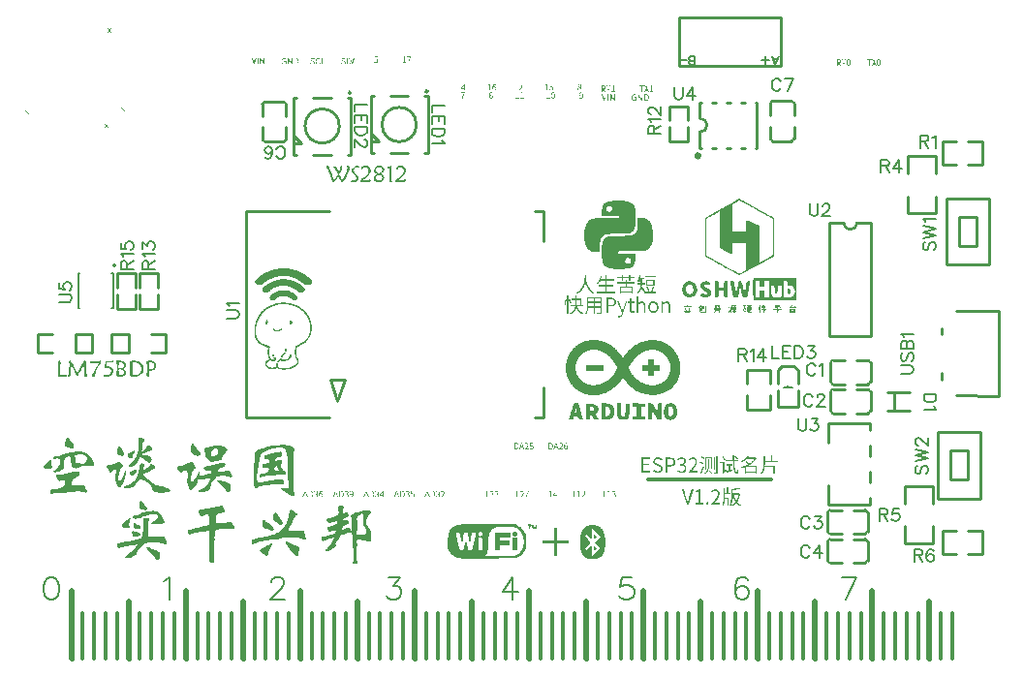
<source format=gto>
G04 Layer: TopSilkLayer*
G04 EasyEDA v6.3.53, 2020-06-27T20:36:22+08:00*
G04 98c1c5add3144ec4b26582b9c50f015c,0271aa7b776e406f8d319a2d24a91b4c,10*
G04 Gerber Generator version 0.2*
G04 Scale: 100 percent, Rotated: No, Reflected: No *
G04 Dimensions in millimeters *
G04 leading zeros omitted , absolute positions ,3 integer and 3 decimal *
%FSLAX33Y33*%
%MOMM*%
G90*
G71D02*

%ADD10C,0.299999*%
%ADD11C,0.254000*%
%ADD40C,0.355600*%
%ADD41C,0.482600*%
%ADD42C,0.381000*%
%ADD43C,0.150012*%
%ADD44C,0.202997*%
%ADD45C,0.203200*%
%ADD46C,0.152400*%
%ADD47C,0.100000*%

%LPD*%

%LPD*%
G36*
G01X23032Y29465D02*
G01X22969Y29467D01*
G01X22909Y29466D01*
G01X22852Y29465D01*
G01X22798Y29461D01*
G01X22748Y29456D01*
G01X22674Y29447D01*
G01X22601Y29436D01*
G01X22530Y29424D01*
G01X22461Y29411D01*
G01X22392Y29396D01*
G01X22324Y29381D01*
G01X22258Y29363D01*
G01X22194Y29345D01*
G01X22130Y29326D01*
G01X22006Y29282D01*
G01X21946Y29259D01*
G01X21887Y29234D01*
G01X21830Y29208D01*
G01X21773Y29180D01*
G01X21717Y29152D01*
G01X21609Y29090D01*
G01X21557Y29057D01*
G01X21505Y29023D01*
G01X21455Y28988D01*
G01X21405Y28951D01*
G01X21357Y28913D01*
G01X21309Y28873D01*
G01X21269Y28838D01*
G01X21234Y28807D01*
G01X21201Y28777D01*
G01X21170Y28746D01*
G01X21136Y28710D01*
G01X21098Y28669D01*
G01X21053Y28619D01*
G01X21000Y28558D01*
G01X20964Y28515D01*
G01X20929Y28469D01*
G01X20895Y28422D01*
G01X20862Y28372D01*
G01X20830Y28321D01*
G01X20799Y28268D01*
G01X20770Y28213D01*
G01X20742Y28156D01*
G01X20715Y28098D01*
G01X20689Y28038D01*
G01X20665Y27977D01*
G01X20642Y27915D01*
G01X20621Y27852D01*
G01X20600Y27788D01*
G01X20581Y27723D01*
G01X20564Y27658D01*
G01X20548Y27592D01*
G01X20534Y27525D01*
G01X20521Y27459D01*
G01X20510Y27391D01*
G01X20500Y27324D01*
G01X20492Y27257D01*
G01X20485Y27189D01*
G01X20481Y27122D01*
G01X20478Y27055D01*
G01X20477Y26988D01*
G01X20477Y26922D01*
G01X20479Y26857D01*
G01X20483Y26792D01*
G01X20489Y26728D01*
G01X20497Y26665D01*
G01X20507Y26603D01*
G01X20518Y26545D01*
G01X20532Y26488D01*
G01X20548Y26433D01*
G01X20567Y26379D01*
G01X20588Y26327D01*
G01X20611Y26277D01*
G01X20636Y26227D01*
G01X20665Y26180D01*
G01X20695Y26134D01*
G01X20728Y26090D01*
G01X20763Y26048D01*
G01X20801Y26007D01*
G01X20841Y25967D01*
G01X20883Y25929D01*
G01X20928Y25893D01*
G01X20976Y25858D01*
G01X21025Y25825D01*
G01X21077Y25793D01*
G01X21132Y25763D01*
G01X21189Y25734D01*
G01X21248Y25707D01*
G01X21311Y25681D01*
G01X21375Y25657D01*
G01X21442Y25634D01*
G01X21681Y25557D01*
G01X21669Y25481D01*
G01X21657Y25394D01*
G01X21648Y25310D01*
G01X21643Y25228D01*
G01X21640Y25149D01*
G01X21640Y25072D01*
G01X21643Y25000D01*
G01X21650Y24930D01*
G01X21659Y24864D01*
G01X21671Y24802D01*
G01X21686Y24745D01*
G01X21704Y24692D01*
G01X21724Y24643D01*
G01X21750Y24588D01*
G01X21759Y24557D01*
G01X21752Y24537D01*
G01X21728Y24518D01*
G01X21636Y24451D01*
G01X21564Y24395D01*
G01X21511Y24345D01*
G01X21472Y24299D01*
G01X21448Y24251D01*
G01X21433Y24199D01*
G01X21426Y24139D01*
G01X21424Y24067D01*
G01X21428Y24020D01*
G01X21438Y23974D01*
G01X21456Y23932D01*
G01X21480Y23891D01*
G01X21509Y23854D01*
G01X21544Y23818D01*
G01X21584Y23786D01*
G01X21628Y23756D01*
G01X21676Y23731D01*
G01X21728Y23708D01*
G01X21783Y23689D01*
G01X21841Y23674D01*
G01X21901Y23662D01*
G01X21963Y23655D01*
G01X22027Y23652D01*
G01X22091Y23653D01*
G01X22156Y23659D01*
G01X22221Y23670D01*
G01X22286Y23686D01*
G01X22349Y23707D01*
G01X22410Y23728D01*
G01X22451Y23737D01*
G01X22480Y23735D01*
G01X22503Y23723D01*
G01X22534Y23703D01*
G01X22570Y23684D01*
G01X22609Y23669D01*
G01X22653Y23654D01*
G01X22699Y23643D01*
G01X22749Y23633D01*
G01X22801Y23624D01*
G01X22856Y23618D01*
G01X22914Y23614D01*
G01X22973Y23611D01*
G01X23034Y23611D01*
G01X23096Y23612D01*
G01X23159Y23615D01*
G01X23222Y23619D01*
G01X23286Y23626D01*
G01X23351Y23634D01*
G01X23415Y23644D01*
G01X23478Y23655D01*
G01X23541Y23668D01*
G01X23602Y23683D01*
G01X23662Y23699D01*
G01X23721Y23717D01*
G01X23778Y23736D01*
G01X23832Y23757D01*
G01X23883Y23779D01*
G01X23932Y23803D01*
G01X23978Y23828D01*
G01X24020Y23855D01*
G01X24057Y23883D01*
G01X24102Y23923D01*
G01X24152Y23970D01*
G01X24202Y24021D01*
G01X24249Y24071D01*
G01X24287Y24115D01*
G01X24314Y24150D01*
G01X24324Y24170D01*
G01X24326Y24184D01*
G01X24330Y24209D01*
G01X24336Y24242D01*
G01X24343Y24279D01*
G01X24348Y24323D01*
G01X24347Y24369D01*
G01X24339Y24418D01*
G01X24326Y24468D01*
G01X24307Y24519D01*
G01X24283Y24570D01*
G01X24253Y24621D01*
G01X24219Y24670D01*
G01X24156Y24753D01*
G01X24156Y25157D01*
G01X24155Y25560D01*
G01X24254Y25618D01*
G01X24302Y25645D01*
G01X24359Y25675D01*
G01X24417Y25705D01*
G01X24470Y25730D01*
G01X24520Y25753D01*
G01X24569Y25778D01*
G01X24617Y25804D01*
G01X24663Y25831D01*
G01X24708Y25859D01*
G01X24752Y25887D01*
G01X24795Y25917D01*
G01X24836Y25947D01*
G01X24876Y25978D01*
G01X24952Y26044D01*
G01X24988Y26078D01*
G01X25056Y26148D01*
G01X25088Y26184D01*
G01X25119Y26221D01*
G01X25149Y26259D01*
G01X25177Y26297D01*
G01X25204Y26336D01*
G01X25230Y26376D01*
G01X25255Y26416D01*
G01X25278Y26456D01*
G01X25300Y26498D01*
G01X25321Y26539D01*
G01X25341Y26582D01*
G01X25359Y26625D01*
G01X25376Y26668D01*
G01X25392Y26712D01*
G01X25407Y26755D01*
G01X25420Y26800D01*
G01X25432Y26845D01*
G01X25443Y26890D01*
G01X25453Y26935D01*
G01X25462Y26981D01*
G01X25469Y27027D01*
G01X25481Y27119D01*
G01X25487Y27213D01*
G01X25488Y27260D01*
G01X25488Y27307D01*
G01X25487Y27354D01*
G01X25485Y27401D01*
G01X25482Y27448D01*
G01X25477Y27495D01*
G01X25471Y27543D01*
G01X25464Y27590D01*
G01X25456Y27637D01*
G01X25447Y27684D01*
G01X25437Y27731D01*
G01X25413Y27825D01*
G01X25398Y27871D01*
G01X25384Y27918D01*
G01X25350Y28010D01*
G01X25331Y28056D01*
G01X25312Y28101D01*
G01X25291Y28146D01*
G01X25269Y28191D01*
G01X25246Y28235D01*
G01X25222Y28279D01*
G01X25197Y28322D01*
G01X25171Y28366D01*
G01X25143Y28408D01*
G01X25085Y28492D01*
G01X25054Y28533D01*
G01X25022Y28574D01*
G01X24989Y28614D01*
G01X24955Y28654D01*
G01X24920Y28692D01*
G01X24884Y28730D01*
G01X24846Y28768D01*
G01X24807Y28805D01*
G01X24768Y28841D01*
G01X24728Y28876D01*
G01X24686Y28911D01*
G01X24643Y28945D01*
G01X24599Y28978D01*
G01X24554Y29010D01*
G01X24508Y29041D01*
G01X24462Y29071D01*
G01X24413Y29101D01*
G01X24365Y29129D01*
G01X24314Y29157D01*
G01X24263Y29183D01*
G01X24211Y29209D01*
G01X24157Y29234D01*
G01X24103Y29257D01*
G01X24048Y29279D01*
G01X23992Y29301D01*
G01X23940Y29319D01*
G01X23885Y29335D01*
G01X23827Y29352D01*
G01X23766Y29367D01*
G01X23703Y29382D01*
G01X23638Y29395D01*
G01X23571Y29407D01*
G01X23503Y29419D01*
G01X23435Y29429D01*
G01X23366Y29438D01*
G01X23298Y29447D01*
G01X23162Y29459D01*
G01X23096Y29463D01*
G01X23032Y29465D01*
G37*

%LPC*%
G36*
G01X23104Y29327D02*
G01X23038Y29328D01*
G01X22972Y29327D01*
G01X22906Y29325D01*
G01X22839Y29321D01*
G01X22774Y29316D01*
G01X22644Y29300D01*
G01X22579Y29290D01*
G01X22515Y29279D01*
G01X22451Y29266D01*
G01X22388Y29252D01*
G01X22326Y29236D01*
G01X22264Y29219D01*
G01X22202Y29200D01*
G01X22142Y29180D01*
G01X22083Y29160D01*
G01X22024Y29137D01*
G01X21965Y29113D01*
G01X21908Y29088D01*
G01X21852Y29062D01*
G01X21797Y29034D01*
G01X21743Y29005D01*
G01X21690Y28975D01*
G01X21638Y28944D01*
G01X21587Y28912D01*
G01X21538Y28878D01*
G01X21490Y28843D01*
G01X21443Y28807D01*
G01X21397Y28770D01*
G01X21354Y28732D01*
G01X21311Y28693D01*
G01X21270Y28653D01*
G01X21231Y28611D01*
G01X21193Y28569D01*
G01X21157Y28526D01*
G01X21122Y28481D01*
G01X21090Y28436D01*
G01X21059Y28390D01*
G01X21018Y28324D01*
G01X20979Y28259D01*
G01X20942Y28194D01*
G01X20906Y28130D01*
G01X20873Y28066D01*
G01X20841Y28002D01*
G01X20811Y27938D01*
G01X20783Y27875D01*
G01X20757Y27813D01*
G01X20733Y27751D01*
G01X20710Y27689D01*
G01X20690Y27628D01*
G01X20671Y27567D01*
G01X20654Y27507D01*
G01X20639Y27448D01*
G01X20626Y27389D01*
G01X20614Y27330D01*
G01X20605Y27272D01*
G01X20597Y27215D01*
G01X20591Y27159D01*
G01X20587Y27103D01*
G01X20584Y27047D01*
G01X20583Y26993D01*
G01X20584Y26940D01*
G01X20592Y26834D01*
G01X20599Y26783D01*
G01X20607Y26733D01*
G01X20616Y26683D01*
G01X20629Y26634D01*
G01X20642Y26587D01*
G01X20657Y26539D01*
G01X20674Y26494D01*
G01X20693Y26448D01*
G01X20714Y26404D01*
G01X20736Y26361D01*
G01X20760Y26319D01*
G01X20786Y26278D01*
G01X20813Y26238D01*
G01X20843Y26199D01*
G01X20874Y26162D01*
G01X20906Y26125D01*
G01X20940Y26090D01*
G01X20976Y26055D01*
G01X21014Y26022D01*
G01X21053Y25990D01*
G01X21095Y25960D01*
G01X21138Y25930D01*
G01X21182Y25902D01*
G01X21229Y25875D01*
G01X21276Y25850D01*
G01X21326Y25826D01*
G01X21377Y25803D01*
G01X21430Y25781D01*
G01X21485Y25761D01*
G01X21541Y25743D01*
G01X21685Y25695D01*
G01X21775Y25659D01*
G01X21820Y25630D01*
G01X21830Y25602D01*
G01X21827Y25581D01*
G01X21820Y25544D01*
G01X21812Y25497D01*
G01X21802Y25447D01*
G01X21789Y25371D01*
G01X21780Y25296D01*
G01X21774Y25223D01*
G01X21772Y25150D01*
G01X21773Y25080D01*
G01X21778Y25012D01*
G01X21786Y24947D01*
G01X21797Y24884D01*
G01X21811Y24824D01*
G01X21828Y24768D01*
G01X21847Y24716D01*
G01X21869Y24668D01*
G01X21894Y24624D01*
G01X21922Y24585D01*
G01X21951Y24551D01*
G01X21982Y24522D01*
G01X22017Y24500D01*
G01X22052Y24483D01*
G01X22090Y24473D01*
G01X22129Y24469D01*
G01X22195Y24476D01*
G01X22221Y24500D01*
G01X22210Y24542D01*
G01X22162Y24606D01*
G01X22136Y24641D01*
G01X22112Y24685D01*
G01X22089Y24736D01*
G01X22068Y24794D01*
G01X22050Y24857D01*
G01X22033Y24923D01*
G01X22019Y24991D01*
G01X22008Y25059D01*
G01X21999Y25126D01*
G01X21994Y25191D01*
G01X21992Y25251D01*
G01X21993Y25306D01*
G01X21998Y25354D01*
G01X22007Y25394D01*
G01X22020Y25424D01*
G01X22038Y25443D01*
G01X22061Y25454D01*
G01X22081Y25455D01*
G01X22096Y25444D01*
G01X22109Y25419D01*
G01X22120Y25380D01*
G01X22128Y25326D01*
G01X22135Y25255D01*
G01X22140Y25167D01*
G01X22147Y25072D01*
G01X22156Y24990D01*
G01X22168Y24919D01*
G01X22184Y24857D01*
G01X22204Y24804D01*
G01X22229Y24758D01*
G01X22258Y24717D01*
G01X22293Y24681D01*
G01X22328Y24642D01*
G01X22351Y24603D01*
G01X22363Y24564D01*
G01X22366Y24526D01*
G01X22358Y24489D01*
G01X22342Y24454D01*
G01X22319Y24422D01*
G01X22289Y24395D01*
G01X22253Y24371D01*
G01X22212Y24352D01*
G01X22167Y24340D01*
G01X22120Y24334D01*
G01X22070Y24334D01*
G01X22019Y24343D01*
G01X21967Y24360D01*
G01X21916Y24386D01*
G01X21846Y24429D01*
G01X21728Y24351D01*
G01X21685Y24319D01*
G01X21649Y24287D01*
G01X21619Y24255D01*
G01X21594Y24222D01*
G01X21576Y24189D01*
G01X21563Y24156D01*
G01X21556Y24123D01*
G01X21554Y24090D01*
G01X21557Y24058D01*
G01X21564Y24027D01*
G01X21577Y23996D01*
G01X21593Y23967D01*
G01X21614Y23940D01*
G01X21639Y23913D01*
G01X21667Y23889D01*
G01X21699Y23867D01*
G01X21734Y23847D01*
G01X21772Y23829D01*
G01X21814Y23814D01*
G01X21858Y23802D01*
G01X21904Y23792D01*
G01X21953Y23786D01*
G01X22003Y23783D01*
G01X22056Y23784D01*
G01X22109Y23788D01*
G01X22165Y23797D01*
G01X22222Y23809D01*
G01X22280Y23827D01*
G01X22386Y23862D01*
G01X22375Y23945D01*
G01X22370Y23998D01*
G01X22370Y24049D01*
G01X22375Y24099D01*
G01X22384Y24148D01*
G01X22399Y24195D01*
G01X22417Y24241D01*
G01X22441Y24286D01*
G01X22469Y24329D01*
G01X22503Y24371D01*
G01X22540Y24412D01*
G01X22582Y24451D01*
G01X22630Y24489D01*
G01X22672Y24524D01*
G01X22707Y24561D01*
G01X22733Y24599D01*
G01X22750Y24635D01*
G01X22767Y24684D01*
G01X22786Y24729D01*
G01X22806Y24773D01*
G01X22830Y24816D01*
G01X22856Y24857D01*
G01X22886Y24898D01*
G01X22920Y24941D01*
G01X22957Y24984D01*
G01X23004Y25037D01*
G01X23043Y25085D01*
G01X23073Y25130D01*
G01X23097Y25173D01*
G01X23114Y25218D01*
G01X23128Y25266D01*
G01X23137Y25319D01*
G01X23144Y25380D01*
G01X23156Y25462D01*
G01X23174Y25521D01*
G01X23196Y25557D01*
G01X23219Y25571D01*
G01X23241Y25560D01*
G01X23260Y25526D01*
G01X23273Y25468D01*
G01X23278Y25387D01*
G01X23274Y25323D01*
G01X23265Y25260D01*
G01X23248Y25197D01*
G01X23225Y25136D01*
G01X23196Y25076D01*
G01X23161Y25018D01*
G01X23120Y24962D01*
G01X23074Y24910D01*
G01X23024Y24855D01*
G01X22982Y24802D01*
G01X22947Y24750D01*
G01X22919Y24701D01*
G01X22899Y24655D01*
G01X22887Y24613D01*
G01X22883Y24575D01*
G01X22886Y24542D01*
G01X22898Y24515D01*
G01X22919Y24494D01*
G01X22948Y24480D01*
G01X22985Y24473D01*
G01X23045Y24472D01*
G01X23103Y24476D01*
G01X23159Y24485D01*
G01X23213Y24500D01*
G01X23264Y24519D01*
G01X23313Y24544D01*
G01X23359Y24573D01*
G01X23401Y24606D01*
G01X23441Y24644D01*
G01X23478Y24686D01*
G01X23511Y24732D01*
G01X23540Y24782D01*
G01X23566Y24836D01*
G01X23587Y24893D01*
G01X23605Y24954D01*
G01X23618Y25019D01*
G01X23633Y25072D01*
G01X23657Y25102D01*
G01X23688Y25108D01*
G01X23726Y25090D01*
G01X23745Y25067D01*
G01X23754Y25033D01*
G01X23754Y24989D01*
G01X23747Y24939D01*
G01X23733Y24884D01*
G01X23711Y24825D01*
G01X23684Y24764D01*
G01X23652Y24704D01*
G01X23616Y24646D01*
G01X23576Y24592D01*
G01X23533Y24544D01*
G01X23489Y24503D01*
G01X23438Y24468D01*
G01X23381Y24435D01*
G01X23320Y24407D01*
G01X23256Y24383D01*
G01X23189Y24364D01*
G01X23123Y24349D01*
G01X23058Y24339D01*
G01X22995Y24335D01*
G01X22937Y24336D01*
G01X22883Y24343D01*
G01X22836Y24355D01*
G01X22797Y24375D01*
G01X22759Y24388D01*
G01X22719Y24383D01*
G01X22677Y24361D01*
G01X22638Y24326D01*
G01X22600Y24280D01*
G01X22566Y24225D01*
G01X22538Y24166D01*
G01X22516Y24104D01*
G01X22503Y24042D01*
G01X22500Y23983D01*
G01X22508Y23929D01*
G01X22529Y23884D01*
G01X22551Y23860D01*
G01X22581Y23837D01*
G01X22619Y23817D01*
G01X22662Y23799D01*
G01X22711Y23782D01*
G01X22766Y23769D01*
G01X22825Y23757D01*
G01X22888Y23748D01*
G01X22954Y23742D01*
G01X23022Y23738D01*
G01X23091Y23737D01*
G01X23161Y23739D01*
G01X23231Y23743D01*
G01X23301Y23751D01*
G01X23369Y23762D01*
G01X23435Y23776D01*
G01X23520Y23797D01*
G01X23599Y23820D01*
G01X23674Y23845D01*
G01X23744Y23871D01*
G01X23810Y23899D01*
G01X23871Y23928D01*
G01X23926Y23958D01*
G01X23977Y23989D01*
G01X24023Y24022D01*
G01X24064Y24056D01*
G01X24099Y24091D01*
G01X24130Y24127D01*
G01X24156Y24164D01*
G01X24176Y24201D01*
G01X24191Y24241D01*
G01X24201Y24280D01*
G01X24206Y24321D01*
G01X24205Y24362D01*
G01X24199Y24404D01*
G01X24188Y24446D01*
G01X24171Y24490D01*
G01X24149Y24534D01*
G01X24121Y24578D01*
G01X24088Y24623D01*
G01X24072Y24648D01*
G01X24058Y24684D01*
G01X24046Y24729D01*
G01X24036Y24781D01*
G01X24027Y24840D01*
G01X24021Y24903D01*
G01X24016Y24971D01*
G01X24012Y25042D01*
G01X24010Y25114D01*
G01X24010Y25188D01*
G01X24011Y25260D01*
G01X24014Y25331D01*
G01X24020Y25399D01*
G01X24026Y25462D01*
G01X24034Y25521D01*
G01X24043Y25572D01*
G01X24055Y25616D01*
G01X24068Y25651D01*
G01X24082Y25677D01*
G01X24098Y25690D01*
G01X24176Y25728D01*
G01X24250Y25765D01*
G01X24321Y25802D01*
G01X24389Y25838D01*
G01X24455Y25875D01*
G01X24518Y25911D01*
G01X24578Y25948D01*
G01X24636Y25985D01*
G01X24691Y26021D01*
G01X24743Y26058D01*
G01X24793Y26095D01*
G01X24840Y26132D01*
G01X24885Y26170D01*
G01X24927Y26208D01*
G01X24967Y26247D01*
G01X25005Y26286D01*
G01X25040Y26326D01*
G01X25073Y26367D01*
G01X25104Y26408D01*
G01X25133Y26449D01*
G01X25160Y26493D01*
G01X25184Y26536D01*
G01X25207Y26580D01*
G01X25228Y26626D01*
G01X25246Y26673D01*
G01X25264Y26721D01*
G01X25279Y26770D01*
G01X25292Y26820D01*
G01X25304Y26872D01*
G01X25313Y26924D01*
G01X25322Y26979D01*
G01X25329Y27035D01*
G01X25334Y27092D01*
G01X25338Y27151D01*
G01X25340Y27211D01*
G01X25341Y27274D01*
G01X25340Y27331D01*
G01X25338Y27388D01*
G01X25334Y27444D01*
G01X25328Y27499D01*
G01X25321Y27555D01*
G01X25312Y27610D01*
G01X25302Y27665D01*
G01X25290Y27718D01*
G01X25276Y27772D01*
G01X25261Y27825D01*
G01X25227Y27929D01*
G01X25207Y27980D01*
G01X25186Y28031D01*
G01X25164Y28081D01*
G01X25140Y28130D01*
G01X25114Y28179D01*
G01X25088Y28227D01*
G01X25060Y28274D01*
G01X25000Y28366D01*
G01X24968Y28411D01*
G01X24935Y28455D01*
G01X24900Y28498D01*
G01X24864Y28541D01*
G01X24828Y28582D01*
G01X24790Y28623D01*
G01X24750Y28663D01*
G01X24710Y28701D01*
G01X24668Y28739D01*
G01X24626Y28776D01*
G01X24581Y28812D01*
G01X24537Y28847D01*
G01X24490Y28881D01*
G01X24444Y28914D01*
G01X24346Y28976D01*
G01X24296Y29005D01*
G01X24245Y29034D01*
G01X24193Y29061D01*
G01X24140Y29087D01*
G01X24087Y29112D01*
G01X24032Y29135D01*
G01X23976Y29158D01*
G01X23862Y29198D01*
G01X23804Y29216D01*
G01X23745Y29234D01*
G01X23625Y29264D01*
G01X23564Y29277D01*
G01X23502Y29289D01*
G01X23436Y29299D01*
G01X23370Y29308D01*
G01X23303Y29316D01*
G01X23237Y29321D01*
G01X23171Y29325D01*
G01X23104Y29327D01*
G37*

%LPD*%
G36*
G01X23671Y27936D02*
G01X23640Y27936D01*
G01X23611Y27923D01*
G01X23589Y27895D01*
G01X23570Y27826D01*
G01X23567Y27733D01*
G01X23577Y27645D01*
G01X23600Y27590D01*
G01X23632Y27566D01*
G01X23664Y27559D01*
G01X23694Y27567D01*
G01X23721Y27589D01*
G01X23744Y27623D01*
G01X23762Y27669D01*
G01X23773Y27724D01*
G01X23777Y27788D01*
G01X23771Y27833D01*
G01X23755Y27871D01*
G01X23731Y27902D01*
G01X23702Y27924D01*
G01X23671Y27936D01*
G37*

%LPD*%
G36*
G01X21600Y27952D02*
G01X21550Y27953D01*
G01X21499Y27910D01*
G01X21484Y27876D01*
G01X21472Y27828D01*
G01X21466Y27771D01*
G01X21464Y27711D01*
G01X21466Y27654D01*
G01X21473Y27604D01*
G01X21484Y27567D01*
G01X21499Y27549D01*
G01X21529Y27545D01*
G01X21558Y27555D01*
G01X21585Y27577D01*
G01X21608Y27612D01*
G01X21627Y27656D01*
G01X21642Y27709D01*
G01X21652Y27769D01*
G01X21655Y27836D01*
G01X21640Y27910D01*
G01X21600Y27952D01*
G37*

%LPD*%
G36*
G01X22195Y27256D02*
G01X22163Y27267D01*
G01X22131Y27249D01*
G01X22113Y27218D01*
G01X22107Y27178D01*
G01X22114Y27134D01*
G01X22132Y27087D01*
G01X22159Y27042D01*
G01X22193Y27002D01*
G01X22233Y26969D01*
G01X22278Y26947D01*
G01X22322Y26937D01*
G01X22372Y26932D01*
G01X22424Y26933D01*
G01X22480Y26939D01*
G01X22536Y26949D01*
G01X22592Y26963D01*
G01X22647Y26980D01*
G01X22699Y27001D01*
G01X22747Y27022D01*
G01X22790Y27047D01*
G01X22826Y27072D01*
G01X22854Y27098D01*
G01X22874Y27123D01*
G01X22883Y27149D01*
G01X22881Y27174D01*
G01X22865Y27197D01*
G01X22843Y27213D01*
G01X22815Y27213D01*
G01X22768Y27194D01*
G01X22690Y27154D01*
G01X22606Y27113D01*
G01X22530Y27083D01*
G01X22461Y27066D01*
G01X22401Y27059D01*
G01X22349Y27064D01*
G01X22307Y27081D01*
G01X22275Y27109D01*
G01X22254Y27149D01*
G01X22225Y27216D01*
G01X22195Y27256D01*
G37*

%LPD*%
G36*
G01X23096Y32468D02*
G01X23038Y32469D01*
G01X22979Y32468D01*
G01X22921Y32467D01*
G01X22863Y32465D01*
G01X22805Y32461D01*
G01X22748Y32456D01*
G01X22681Y32450D01*
G01X22614Y32442D01*
G01X22548Y32433D01*
G01X22416Y32411D01*
G01X22350Y32399D01*
G01X22220Y32369D01*
G01X22155Y32353D01*
G01X22091Y32336D01*
G01X22027Y32317D01*
G01X21963Y32297D01*
G01X21900Y32277D01*
G01X21837Y32255D01*
G01X21775Y32232D01*
G01X21713Y32208D01*
G01X21652Y32183D01*
G01X21592Y32157D01*
G01X21532Y32130D01*
G01X21473Y32102D01*
G01X21414Y32073D01*
G01X21357Y32043D01*
G01X21300Y32012D01*
G01X21243Y31980D01*
G01X21188Y31947D01*
G01X21133Y31913D01*
G01X21027Y31843D01*
G01X20975Y31806D01*
G01X20924Y31769D01*
G01X20874Y31730D01*
G01X20825Y31691D01*
G01X20778Y31651D01*
G01X20731Y31610D01*
G01X20685Y31568D01*
G01X20641Y31526D01*
G01X20601Y31482D01*
G01X20569Y31437D01*
G01X20546Y31391D01*
G01X20531Y31345D01*
G01X20524Y31301D01*
G01X20525Y31257D01*
G01X20533Y31215D01*
G01X20550Y31177D01*
G01X20575Y31142D01*
G01X20607Y31111D01*
G01X20646Y31084D01*
G01X20694Y31064D01*
G01X20786Y31034D01*
G01X20865Y31013D01*
G01X20933Y31001D01*
G01X20993Y30999D01*
G01X21046Y31005D01*
G01X21094Y31021D01*
G01X21140Y31046D01*
G01X21185Y31080D01*
G01X21283Y31162D01*
G01X21333Y31201D01*
G01X21383Y31238D01*
G01X21433Y31274D01*
G01X21484Y31310D01*
G01X21535Y31344D01*
G01X21639Y31408D01*
G01X21691Y31438D01*
G01X21744Y31467D01*
G01X21797Y31495D01*
G01X21850Y31522D01*
G01X21903Y31548D01*
G01X21957Y31572D01*
G01X22011Y31595D01*
G01X22065Y31617D01*
G01X22119Y31638D01*
G01X22174Y31657D01*
G01X22228Y31675D01*
G01X22283Y31692D01*
G01X22339Y31708D01*
G01X22393Y31722D01*
G01X22449Y31736D01*
G01X22504Y31748D01*
G01X22560Y31758D01*
G01X22615Y31768D01*
G01X22671Y31777D01*
G01X22727Y31784D01*
G01X22782Y31790D01*
G01X22838Y31795D01*
G01X22894Y31799D01*
G01X22949Y31801D01*
G01X23005Y31802D01*
G01X23061Y31802D01*
G01X23116Y31801D01*
G01X23228Y31795D01*
G01X23338Y31783D01*
G01X23393Y31776D01*
G01X23448Y31767D01*
G01X23503Y31757D01*
G01X23558Y31746D01*
G01X23612Y31734D01*
G01X23667Y31721D01*
G01X23720Y31706D01*
G01X23774Y31690D01*
G01X23828Y31673D01*
G01X23934Y31635D01*
G01X23987Y31614D01*
G01X24040Y31592D01*
G01X24092Y31569D01*
G01X24144Y31544D01*
G01X24195Y31519D01*
G01X24247Y31492D01*
G01X24297Y31464D01*
G01X24348Y31434D01*
G01X24398Y31404D01*
G01X24448Y31372D01*
G01X24497Y31339D01*
G01X24546Y31305D01*
G01X24594Y31269D01*
G01X24642Y31232D01*
G01X24689Y31195D01*
G01X24783Y31115D01*
G01X24831Y31073D01*
G01X24872Y31041D01*
G01X24908Y31018D01*
G01X24943Y31005D01*
G01X24981Y30999D01*
G01X25024Y30999D01*
G01X25077Y31006D01*
G01X25143Y31017D01*
G01X25272Y31043D01*
G01X25356Y31067D01*
G01X25411Y31096D01*
G01X25453Y31135D01*
G01X25490Y31186D01*
G01X25514Y31236D01*
G01X25524Y31286D01*
G01X25521Y31337D01*
G01X25505Y31388D01*
G01X25475Y31441D01*
G01X25431Y31495D01*
G01X25374Y31552D01*
G01X25329Y31592D01*
G01X25237Y31670D01*
G01X25191Y31707D01*
G01X25143Y31744D01*
G01X25094Y31780D01*
G01X25046Y31815D01*
G01X24996Y31849D01*
G01X24896Y31915D01*
G01X24845Y31946D01*
G01X24793Y31977D01*
G01X24740Y32007D01*
G01X24688Y32036D01*
G01X24635Y32065D01*
G01X24581Y32092D01*
G01X24528Y32118D01*
G01X24473Y32144D01*
G01X24363Y32192D01*
G01X24308Y32215D01*
G01X24252Y32237D01*
G01X24196Y32257D01*
G01X24139Y32278D01*
G01X24083Y32296D01*
G01X23969Y32332D01*
G01X23911Y32348D01*
G01X23853Y32363D01*
G01X23796Y32377D01*
G01X23738Y32390D01*
G01X23680Y32402D01*
G01X23622Y32413D01*
G01X23563Y32423D01*
G01X23505Y32433D01*
G01X23447Y32441D01*
G01X23388Y32448D01*
G01X23330Y32454D01*
G01X23271Y32459D01*
G01X23213Y32463D01*
G01X23154Y32466D01*
G01X23096Y32468D01*
G37*

%LPD*%
G36*
G01X23054Y31511D02*
G01X22993Y31512D01*
G01X22932Y31511D01*
G01X22871Y31508D01*
G01X22812Y31504D01*
G01X22748Y31497D01*
G01X22684Y31489D01*
G01X22619Y31478D01*
G01X22553Y31465D01*
G01X22487Y31451D01*
G01X22422Y31434D01*
G01X22356Y31417D01*
G01X22290Y31397D01*
G01X22225Y31375D01*
G01X22161Y31353D01*
G01X22096Y31329D01*
G01X22033Y31303D01*
G01X21971Y31277D01*
G01X21910Y31249D01*
G01X21850Y31221D01*
G01X21792Y31191D01*
G01X21735Y31161D01*
G01X21680Y31130D01*
G01X21627Y31098D01*
G01X21577Y31066D01*
G01X21528Y31034D01*
G01X21482Y31001D01*
G01X21438Y30967D01*
G01X21397Y30934D01*
G01X21359Y30900D01*
G01X21324Y30867D01*
G01X21293Y30834D01*
G01X21264Y30801D01*
G01X21239Y30768D01*
G01X21218Y30735D01*
G01X21201Y30704D01*
G01X21187Y30672D01*
G01X21178Y30642D01*
G01X21173Y30612D01*
G01X21173Y30583D01*
G01X21177Y30555D01*
G01X21191Y30511D01*
G01X21208Y30472D01*
G01X21230Y30439D01*
G01X21256Y30412D01*
G01X21288Y30390D01*
G01X21324Y30374D01*
G01X21365Y30363D01*
G01X21413Y30356D01*
G01X21465Y30355D01*
G01X21524Y30359D01*
G01X21589Y30369D01*
G01X21661Y30382D01*
G01X21678Y30391D01*
G01X21705Y30409D01*
G01X21736Y30434D01*
G01X21770Y30463D01*
G01X21836Y30522D01*
G01X21900Y30576D01*
G01X21951Y30617D01*
G01X21975Y30632D01*
G01X21987Y30637D01*
G01X22013Y30652D01*
G01X22050Y30674D01*
G01X22095Y30701D01*
G01X22145Y30730D01*
G01X22196Y30757D01*
G01X22247Y30782D01*
G01X22299Y30806D01*
G01X22405Y30848D01*
G01X22458Y30865D01*
G01X22513Y30882D01*
G01X22567Y30896D01*
G01X22622Y30910D01*
G01X22677Y30921D01*
G01X22732Y30930D01*
G01X22788Y30938D01*
G01X22844Y30943D01*
G01X22900Y30947D01*
G01X22956Y30950D01*
G01X23012Y30950D01*
G01X23068Y30949D01*
G01X23124Y30946D01*
G01X23180Y30941D01*
G01X23236Y30935D01*
G01X23291Y30927D01*
G01X23346Y30917D01*
G01X23402Y30906D01*
G01X23456Y30892D01*
G01X23511Y30877D01*
G01X23564Y30861D01*
G01X23618Y30843D01*
G01X23671Y30822D01*
G01X23723Y30800D01*
G01X23775Y30777D01*
G01X23826Y30752D01*
G01X23877Y30725D01*
G01X23926Y30697D01*
G01X23975Y30667D01*
G01X24023Y30635D01*
G01X24070Y30602D01*
G01X24117Y30567D01*
G01X24162Y30530D01*
G01X24207Y30492D01*
G01X24250Y30457D01*
G01X24296Y30428D01*
G01X24343Y30404D01*
G01X24390Y30385D01*
G01X24439Y30372D01*
G01X24486Y30364D01*
G01X24534Y30359D01*
G01X24580Y30360D01*
G01X24625Y30365D01*
G01X24668Y30374D01*
G01X24709Y30386D01*
G01X24747Y30403D01*
G01X24781Y30422D01*
G01X24811Y30444D01*
G01X24837Y30469D01*
G01X24859Y30497D01*
G01X24875Y30527D01*
G01X24885Y30560D01*
G01X24889Y30594D01*
G01X24887Y30629D01*
G01X24877Y30666D01*
G01X24860Y30705D01*
G01X24835Y30744D01*
G01X24801Y30784D01*
G01X24762Y30824D01*
G01X24722Y30863D01*
G01X24636Y30939D01*
G01X24591Y30975D01*
G01X24545Y31010D01*
G01X24497Y31045D01*
G01X24448Y31078D01*
G01X24398Y31110D01*
G01X24347Y31141D01*
G01X24295Y31171D01*
G01X24242Y31200D01*
G01X24187Y31228D01*
G01X24132Y31254D01*
G01X24020Y31304D01*
G01X23962Y31327D01*
G01X23904Y31349D01*
G01X23845Y31369D01*
G01X23786Y31388D01*
G01X23726Y31406D01*
G01X23667Y31423D01*
G01X23606Y31438D01*
G01X23545Y31452D01*
G01X23484Y31464D01*
G01X23423Y31475D01*
G01X23361Y31485D01*
G01X23300Y31493D01*
G01X23238Y31500D01*
G01X23177Y31505D01*
G01X23115Y31509D01*
G01X23054Y31511D01*
G37*

%LPD*%
G36*
G01X23058Y30558D02*
G01X22995Y30559D01*
G01X22934Y30558D01*
G01X22876Y30554D01*
G01X22816Y30547D01*
G01X22755Y30537D01*
G01X22694Y30524D01*
G01X22632Y30508D01*
G01X22571Y30491D01*
G01X22510Y30470D01*
G01X22449Y30448D01*
G01X22390Y30423D01*
G01X22332Y30397D01*
G01X22276Y30369D01*
G01X22221Y30340D01*
G01X22168Y30310D01*
G01X22119Y30278D01*
G01X22071Y30246D01*
G01X22027Y30213D01*
G01X21987Y30179D01*
G01X21949Y30146D01*
G01X21916Y30112D01*
G01X21887Y30078D01*
G01X21863Y30044D01*
G01X21844Y30010D01*
G01X21830Y29978D01*
G01X21821Y29946D01*
G01X21818Y29915D01*
G01X21823Y29856D01*
G01X21840Y29803D01*
G01X21865Y29758D01*
G01X21899Y29721D01*
G01X21938Y29692D01*
G01X21984Y29673D01*
G01X22034Y29662D01*
G01X22086Y29661D01*
G01X22140Y29670D01*
G01X22195Y29689D01*
G01X22249Y29720D01*
G01X22300Y29761D01*
G01X22344Y29799D01*
G01X22388Y29835D01*
G01X22435Y29868D01*
G01X22483Y29898D01*
G01X22533Y29925D01*
G01X22583Y29950D01*
G01X22635Y29971D01*
G01X22687Y29990D01*
G01X22740Y30006D01*
G01X22794Y30019D01*
G01X22849Y30029D01*
G01X22903Y30037D01*
G01X22959Y30042D01*
G01X23014Y30043D01*
G01X23070Y30043D01*
G01X23125Y30039D01*
G01X23180Y30032D01*
G01X23234Y30023D01*
G01X23289Y30011D01*
G01X23342Y29996D01*
G01X23395Y29978D01*
G01X23447Y29958D01*
G01X23498Y29934D01*
G01X23548Y29907D01*
G01X23596Y29878D01*
G01X23643Y29846D01*
G01X23689Y29812D01*
G01X23733Y29774D01*
G01X23791Y29726D01*
G01X23846Y29690D01*
G01X23900Y29666D01*
G01X23950Y29654D01*
G01X23999Y29654D01*
G01X24046Y29666D01*
G01X24092Y29690D01*
G01X24136Y29726D01*
G01X24179Y29774D01*
G01X24208Y29823D01*
G01X24223Y29873D01*
G01X24224Y29926D01*
G01X24212Y29978D01*
G01X24186Y30032D01*
G01X24147Y30087D01*
G01X24094Y30143D01*
G01X24043Y30189D01*
G01X23992Y30231D01*
G01X23939Y30270D01*
G01X23882Y30307D01*
G01X23820Y30343D01*
G01X23751Y30379D01*
G01X23673Y30417D01*
G01X23583Y30459D01*
G01X23539Y30476D01*
G01X23489Y30493D01*
G01X23435Y30507D01*
G01X23376Y30520D01*
G01X23315Y30532D01*
G01X23252Y30542D01*
G01X23187Y30549D01*
G01X23123Y30555D01*
G01X23058Y30558D01*
G37*

%LPD*%
G36*
G01X63128Y38410D02*
G01X62879Y38552D01*
G01X62206Y38183D01*
G01X62166Y38160D01*
G01X62123Y38136D01*
G01X62077Y38112D01*
G01X62031Y38086D01*
G01X61982Y38059D01*
G01X61931Y38031D01*
G01X61879Y38002D01*
G01X61826Y37973D01*
G01X61771Y37943D01*
G01X61659Y37881D01*
G01X61485Y37785D01*
G01X61367Y37720D01*
G01X61307Y37687D01*
G01X61130Y37590D01*
G01X61073Y37558D01*
G01X61015Y37526D01*
G01X60903Y37464D01*
G01X60849Y37434D01*
G01X60795Y37405D01*
G01X60743Y37376D01*
G01X60693Y37349D01*
G01X59852Y36884D01*
G01X59851Y35199D01*
G01X59851Y33514D01*
G01X60403Y33209D01*
G01X60437Y33191D01*
G01X60474Y33170D01*
G01X60513Y33148D01*
G01X60555Y33126D01*
G01X60599Y33101D01*
G01X60645Y33076D01*
G01X60693Y33049D01*
G01X60743Y33021D01*
G01X60795Y32993D01*
G01X60848Y32963D01*
G01X60903Y32933D01*
G01X60959Y32902D01*
G01X61016Y32871D01*
G01X61074Y32838D01*
G01X61133Y32806D01*
G01X61193Y32773D01*
G01X61314Y32706D01*
G01X61497Y32604D01*
G01X61558Y32571D01*
G01X61679Y32504D01*
G01X61739Y32471D01*
G01X61797Y32438D01*
G01X61855Y32406D01*
G01X61912Y32375D01*
G01X62870Y31845D01*
G01X65855Y33496D01*
G01X65883Y36884D01*
G01X65601Y37039D01*
G01X65539Y37073D01*
G01X65471Y37111D01*
G01X65398Y37150D01*
G01X65324Y37192D01*
G01X65249Y37232D01*
G01X65177Y37271D01*
G01X65110Y37308D01*
G01X65049Y37340D01*
G01X65020Y37357D01*
G01X64986Y37375D01*
G01X64949Y37395D01*
G01X64908Y37418D01*
G01X64864Y37442D01*
G01X64817Y37468D01*
G01X64767Y37495D01*
G01X64714Y37524D01*
G01X64660Y37555D01*
G01X64602Y37586D01*
G01X64543Y37619D01*
G01X64482Y37653D01*
G01X64420Y37687D01*
G01X64357Y37722D01*
G01X64292Y37758D01*
G01X64227Y37795D01*
G01X64162Y37831D01*
G01X64030Y37904D01*
G01X63899Y37977D01*
G01X63834Y38013D01*
G01X63770Y38049D01*
G01X63646Y38119D01*
G01X63587Y38152D01*
G01X63529Y38184D01*
G01X63473Y38216D01*
G01X63420Y38246D01*
G01X63368Y38274D01*
G01X63320Y38302D01*
G01X63275Y38327D01*
G01X63233Y38351D01*
G01X63194Y38373D01*
G01X63159Y38392D01*
G01X63128Y38410D01*
G37*

%LPC*%
G36*
G01X61104Y37422D02*
G01X61101Y37426D01*
G01X61080Y37422D01*
G01X61055Y37413D01*
G01X61029Y37398D01*
G01X61006Y37381D01*
G01X60965Y37352D01*
G01X60891Y37307D01*
G01X60794Y37253D01*
G01X60686Y37194D01*
G01X60627Y37163D01*
G01X60563Y37129D01*
G01X60497Y37094D01*
G01X60428Y37057D01*
G01X60361Y37020D01*
G01X60297Y36986D01*
G01X60238Y36953D01*
G01X60187Y36924D01*
G01X59958Y36796D01*
G01X59986Y33583D01*
G01X61407Y32796D01*
G01X61526Y32730D01*
G01X61637Y32668D01*
G01X61743Y32610D01*
G01X61842Y32555D01*
G01X61936Y32503D01*
G01X62024Y32454D01*
G01X62106Y32408D01*
G01X62183Y32366D01*
G01X62255Y32326D01*
G01X62322Y32290D01*
G01X62384Y32256D01*
G01X62443Y32225D01*
G01X62497Y32197D01*
G01X62547Y32171D01*
G01X62593Y32148D01*
G01X62636Y32127D01*
G01X62675Y32109D01*
G01X62712Y32093D01*
G01X62745Y32080D01*
G01X62777Y32068D01*
G01X62805Y32059D01*
G01X62832Y32051D01*
G01X62857Y32046D01*
G01X62879Y32041D01*
G01X62900Y32039D01*
G01X62921Y32039D01*
G01X62939Y32040D01*
G01X62958Y32043D01*
G01X62992Y32053D01*
G01X63009Y32060D01*
G01X63026Y32068D01*
G01X63043Y32078D01*
G01X63061Y32088D01*
G01X63079Y32099D01*
G01X63098Y32112D01*
G01X63140Y32138D01*
G01X63164Y32153D01*
G01X63189Y32168D01*
G01X63459Y32327D01*
G01X63459Y34640D01*
G01X62274Y34640D01*
G01X62274Y33615D01*
G01X61709Y33932D01*
G01X61144Y34250D01*
G01X61144Y35946D01*
G01X61143Y36053D01*
G01X61143Y36157D01*
G01X61142Y36259D01*
G01X61141Y36358D01*
G01X61140Y36454D01*
G01X61139Y36548D01*
G01X61138Y36638D01*
G01X61136Y36724D01*
G01X61135Y36806D01*
G01X61133Y36885D01*
G01X61131Y36959D01*
G01X61129Y37029D01*
G01X61127Y37094D01*
G01X61124Y37153D01*
G01X61122Y37208D01*
G01X61120Y37257D01*
G01X61117Y37300D01*
G01X61115Y37338D01*
G01X61112Y37369D01*
G01X61109Y37393D01*
G01X61106Y37411D01*
G01X61104Y37422D01*
G37*
G36*
G01X62863Y38403D02*
G01X62858Y38404D01*
G01X62829Y38390D01*
G01X62762Y38354D01*
G01X62668Y38302D01*
G01X62557Y38237D01*
G01X62274Y38071D01*
G01X62274Y35723D01*
G01X63459Y35723D01*
G01X63459Y36244D01*
G01X63460Y36348D01*
G01X63462Y36444D01*
G01X63466Y36531D01*
G01X63471Y36606D01*
G01X63476Y36667D01*
G01X63484Y36712D01*
G01X63491Y36739D01*
G01X63499Y36747D01*
G01X63529Y36732D01*
G01X63556Y36718D01*
G01X63591Y36699D01*
G01X63633Y36677D01*
G01X63682Y36651D01*
G01X63736Y36622D01*
G01X63794Y36591D01*
G01X63857Y36557D01*
G01X63923Y36521D01*
G01X63992Y36484D01*
G01X64063Y36445D01*
G01X64587Y36162D01*
G01X64588Y34552D01*
G01X64589Y32943D01*
G01X64980Y33154D01*
G01X65034Y33184D01*
G01X65090Y33215D01*
G01X65204Y33277D01*
G01X65260Y33309D01*
G01X65315Y33339D01*
G01X65367Y33369D01*
G01X65417Y33397D01*
G01X65463Y33424D01*
G01X65504Y33448D01*
G01X65541Y33469D01*
G01X65572Y33488D01*
G01X65774Y33610D01*
G01X65774Y36797D01*
G01X65357Y37029D01*
G01X65331Y37043D01*
G01X65301Y37059D01*
G01X65269Y37077D01*
G01X65234Y37097D01*
G01X65196Y37118D01*
G01X65156Y37140D01*
G01X65113Y37164D01*
G01X65068Y37189D01*
G01X65021Y37215D01*
G01X64972Y37242D01*
G01X64921Y37271D01*
G01X64869Y37300D01*
G01X64815Y37330D01*
G01X64759Y37361D01*
G01X64702Y37392D01*
G01X64644Y37425D01*
G01X64585Y37457D01*
G01X64525Y37491D01*
G01X64464Y37524D01*
G01X64403Y37558D01*
G01X64342Y37593D01*
G01X64279Y37627D01*
G01X64217Y37661D01*
G01X64155Y37697D01*
G01X64031Y37765D01*
G01X63969Y37800D01*
G01X63908Y37833D01*
G01X63823Y37880D01*
G01X63741Y37926D01*
G01X63660Y37970D01*
G01X63582Y38013D01*
G01X63506Y38056D01*
G01X63433Y38096D01*
G01X63363Y38134D01*
G01X63296Y38170D01*
G01X63233Y38205D01*
G01X63174Y38237D01*
G01X63119Y38267D01*
G01X63069Y38294D01*
G01X63023Y38319D01*
G01X62982Y38341D01*
G01X62947Y38359D01*
G01X62917Y38375D01*
G01X62893Y38388D01*
G01X62874Y38397D01*
G01X62863Y38403D01*
G37*

%LPD*%
G36*
G01X62935Y31370D02*
G01X62908Y31375D01*
G01X62883Y31370D01*
G01X62859Y31356D01*
G01X62836Y31331D01*
G01X62816Y31297D01*
G01X62797Y31252D01*
G01X62781Y31197D01*
G01X62773Y31162D01*
G01X62762Y31118D01*
G01X62749Y31067D01*
G01X62735Y31011D01*
G01X62720Y30950D01*
G01X62704Y30888D01*
G01X62688Y30825D01*
G01X62672Y30763D01*
G01X62657Y30702D01*
G01X62643Y30641D01*
G01X62631Y30581D01*
G01X62619Y30523D01*
G01X62610Y30470D01*
G01X62603Y30423D01*
G01X62599Y30384D01*
G01X62597Y30355D01*
G01X62596Y30305D01*
G01X62593Y30272D01*
G01X62586Y30255D01*
G01X62579Y30253D01*
G01X62570Y30264D01*
G01X62559Y30289D01*
G01X62548Y30327D01*
G01X62536Y30377D01*
G01X62523Y30437D01*
G01X62510Y30508D01*
G01X62498Y30588D01*
G01X62486Y30676D01*
G01X62467Y30823D01*
G01X62449Y30947D01*
G01X62434Y31049D01*
G01X62419Y31132D01*
G01X62403Y31197D01*
G01X62387Y31247D01*
G01X62368Y31284D01*
G01X62347Y31308D01*
G01X62322Y31325D01*
G01X62292Y31334D01*
G01X62257Y31337D01*
G01X62216Y31338D01*
G01X62155Y31336D01*
G01X62105Y31331D01*
G01X62071Y31324D01*
G01X62059Y31315D01*
G01X62060Y31303D01*
G01X62065Y31277D01*
G01X62072Y31238D01*
G01X62081Y31189D01*
G01X62092Y31129D01*
G01X62105Y31061D01*
G01X62119Y30986D01*
G01X62134Y30906D01*
G01X62151Y30822D01*
G01X62167Y30736D01*
G01X62185Y30649D01*
G01X62201Y30562D01*
G01X62218Y30477D01*
G01X62250Y30319D01*
G01X62264Y30249D01*
G01X62277Y30187D01*
G01X62288Y30134D01*
G01X62296Y30092D01*
G01X62303Y30061D01*
G01X62325Y30003D01*
G01X62364Y29967D01*
G01X62431Y29950D01*
G01X62537Y29945D01*
G01X62743Y29945D01*
G01X62812Y30345D01*
G01X62829Y30439D01*
G01X62844Y30521D01*
G01X62859Y30591D01*
G01X62873Y30649D01*
G01X62886Y30696D01*
G01X62898Y30730D01*
G01X62911Y30754D01*
G01X62923Y30765D01*
G01X62934Y30765D01*
G01X62946Y30754D01*
G01X62958Y30731D01*
G01X62970Y30697D01*
G01X62983Y30652D01*
G01X62997Y30596D01*
G01X63011Y30529D01*
G01X63026Y30450D01*
G01X63041Y30373D01*
G01X63055Y30299D01*
G01X63070Y30229D01*
G01X63083Y30166D01*
G01X63095Y30110D01*
G01X63106Y30064D01*
G01X63115Y30030D01*
G01X63122Y30010D01*
G01X63149Y29985D01*
G01X63203Y29966D01*
G01X63275Y29953D01*
G01X63355Y29946D01*
G01X63433Y29946D01*
G01X63501Y29954D01*
G01X63549Y29969D01*
G01X63566Y29992D01*
G01X63567Y30004D01*
G01X63570Y30026D01*
G01X63575Y30058D01*
G01X63581Y30098D01*
G01X63589Y30147D01*
G01X63598Y30202D01*
G01X63609Y30264D01*
G01X63620Y30332D01*
G01X63632Y30404D01*
G01X63646Y30480D01*
G01X63659Y30560D01*
G01X63674Y30642D01*
G01X63697Y30773D01*
G01X63718Y30887D01*
G01X63735Y30985D01*
G01X63749Y31068D01*
G01X63759Y31137D01*
G01X63767Y31194D01*
G01X63770Y31239D01*
G01X63771Y31273D01*
G01X63767Y31299D01*
G01X63759Y31318D01*
G01X63749Y31329D01*
G01X63733Y31335D01*
G01X63715Y31337D01*
G01X63692Y31336D01*
G01X63665Y31332D01*
G01X63634Y31329D01*
G01X63606Y31325D01*
G01X63582Y31321D01*
G01X63560Y31314D01*
G01X63540Y31304D01*
G01X63523Y31290D01*
G01X63508Y31270D01*
G01X63494Y31244D01*
G01X63481Y31211D01*
G01X63469Y31168D01*
G01X63457Y31116D01*
G01X63445Y31053D01*
G01X63433Y30979D01*
G01X63421Y30891D01*
G01X63407Y30789D01*
G01X63392Y30672D01*
G01X63375Y30539D01*
G01X63367Y30477D01*
G01X63360Y30425D01*
G01X63353Y30382D01*
G01X63346Y30349D01*
G01X63340Y30326D01*
G01X63333Y30314D01*
G01X63325Y30314D01*
G01X63315Y30326D01*
G01X63304Y30352D01*
G01X63292Y30390D01*
G01X63277Y30443D01*
G01X63260Y30511D01*
G01X63240Y30593D01*
G01X63217Y30692D01*
G01X63191Y30806D01*
G01X63161Y30939D01*
G01X63142Y31018D01*
G01X63119Y31091D01*
G01X63095Y31155D01*
G01X63071Y31212D01*
G01X63044Y31261D01*
G01X63017Y31302D01*
G01X62990Y31333D01*
G01X62962Y31356D01*
G01X62935Y31370D01*
G37*

%LPD*%
G36*
G01X60874Y31338D02*
G01X60713Y31338D01*
G01X60713Y29945D01*
G01X60874Y29945D01*
G01X60927Y29946D01*
G01X60967Y29950D01*
G01X60996Y29961D01*
G01X61015Y29982D01*
G01X61027Y30016D01*
G01X61033Y30066D01*
G01X61035Y30136D01*
G01X61036Y30229D01*
G01X61036Y30513D01*
G01X61521Y30513D01*
G01X61521Y30136D01*
G01X61523Y30066D01*
G01X61529Y30016D01*
G01X61541Y29982D01*
G01X61561Y29961D01*
G01X61589Y29950D01*
G01X61629Y29946D01*
G01X61682Y29945D01*
G01X61844Y29945D01*
G01X61844Y31338D01*
G01X61682Y31338D01*
G01X61629Y31337D01*
G01X61589Y31333D01*
G01X61561Y31323D01*
G01X61541Y31302D01*
G01X61529Y31268D01*
G01X61523Y31217D01*
G01X61521Y31147D01*
G01X61521Y30771D01*
G01X61036Y30771D01*
G01X61036Y31054D01*
G01X61035Y31147D01*
G01X61033Y31217D01*
G01X61027Y31268D01*
G01X61015Y31302D01*
G01X60996Y31323D01*
G01X60967Y31333D01*
G01X60927Y31337D01*
G01X60874Y31338D01*
G37*

%LPD*%
G36*
G01X58526Y31339D02*
G01X58478Y31340D01*
G01X58428Y31337D01*
G01X58379Y31331D01*
G01X58328Y31320D01*
G01X58278Y31304D01*
G01X58227Y31285D01*
G01X58176Y31261D01*
G01X58135Y31236D01*
G01X58097Y31207D01*
G01X58061Y31174D01*
G01X58028Y31138D01*
G01X57998Y31097D01*
G01X57970Y31053D01*
G01X57946Y31007D01*
G01X57925Y30957D01*
G01X57906Y30906D01*
G01X57891Y30853D01*
G01X57879Y30798D01*
G01X57871Y30741D01*
G01X57866Y30685D01*
G01X57865Y30627D01*
G01X57867Y30569D01*
G01X57873Y30511D01*
G01X57882Y30453D01*
G01X57896Y30396D01*
G01X57913Y30340D01*
G01X57934Y30286D01*
G01X57958Y30239D01*
G01X57984Y30195D01*
G01X58014Y30155D01*
G01X58047Y30118D01*
G01X58083Y30084D01*
G01X58121Y30054D01*
G01X58162Y30027D01*
G01X58204Y30003D01*
G01X58249Y29984D01*
G01X58295Y29967D01*
G01X58342Y29954D01*
G01X58390Y29943D01*
G01X58438Y29937D01*
G01X58487Y29934D01*
G01X58537Y29934D01*
G01X58585Y29938D01*
G01X58634Y29945D01*
G01X58682Y29956D01*
G01X58730Y29970D01*
G01X58776Y29988D01*
G01X58821Y30009D01*
G01X58863Y30034D01*
G01X58904Y30062D01*
G01X58943Y30094D01*
G01X58980Y30129D01*
G01X59013Y30167D01*
G01X59044Y30210D01*
G01X59071Y30255D01*
G01X59097Y30308D01*
G01X59118Y30360D01*
G01X59136Y30413D01*
G01X59149Y30465D01*
G01X59158Y30517D01*
G01X59164Y30569D01*
G01X59166Y30621D01*
G01X59165Y30671D01*
G01X59159Y30721D01*
G01X59151Y30770D01*
G01X59139Y30818D01*
G01X59125Y30865D01*
G01X59107Y30910D01*
G01X59087Y30954D01*
G01X59063Y30996D01*
G01X59038Y31037D01*
G01X59010Y31075D01*
G01X58979Y31112D01*
G01X58947Y31146D01*
G01X58912Y31178D01*
G01X58875Y31208D01*
G01X58836Y31235D01*
G01X58796Y31259D01*
G01X58755Y31280D01*
G01X58711Y31299D01*
G01X58667Y31314D01*
G01X58621Y31326D01*
G01X58574Y31334D01*
G01X58526Y31339D01*
G37*

%LPC*%
G36*
G01X58559Y31065D02*
G01X58520Y31071D01*
G01X58481Y31070D01*
G01X58444Y31063D01*
G01X58409Y31050D01*
G01X58374Y31031D01*
G01X58342Y31007D01*
G01X58313Y30979D01*
G01X58285Y30946D01*
G01X58261Y30910D01*
G01X58239Y30869D01*
G01X58222Y30826D01*
G01X58208Y30780D01*
G01X58198Y30731D01*
G01X58192Y30680D01*
G01X58191Y30628D01*
G01X58195Y30574D01*
G01X58204Y30520D01*
G01X58218Y30465D01*
G01X58238Y30410D01*
G01X58264Y30355D01*
G01X58293Y30311D01*
G01X58327Y30274D01*
G01X58365Y30244D01*
G01X58407Y30221D01*
G01X58450Y30207D01*
G01X58495Y30199D01*
G01X58541Y30199D01*
G01X58586Y30208D01*
G01X58630Y30223D01*
G01X58672Y30247D01*
G01X58710Y30278D01*
G01X58744Y30318D01*
G01X58772Y30363D01*
G01X58794Y30414D01*
G01X58811Y30470D01*
G01X58822Y30530D01*
G01X58827Y30591D01*
G01X58828Y30654D01*
G01X58822Y30715D01*
G01X58812Y30775D01*
G01X58796Y30831D01*
G01X58775Y30883D01*
G01X58749Y30929D01*
G01X58719Y30968D01*
G01X58679Y31004D01*
G01X58639Y31032D01*
G01X58599Y31052D01*
G01X58559Y31065D01*
G37*

%LPD*%
G36*
G01X59968Y31332D02*
G01X59903Y31333D01*
G01X59839Y31329D01*
G01X59776Y31319D01*
G01X59717Y31302D01*
G01X59663Y31279D01*
G01X59607Y31246D01*
G01X59558Y31213D01*
G01X59517Y31177D01*
G01X59482Y31140D01*
G01X59454Y31102D01*
G01X59432Y31063D01*
G01X59418Y31022D01*
G01X59409Y30981D01*
G01X59408Y30940D01*
G01X59414Y30898D01*
G01X59426Y30856D01*
G01X59445Y30815D01*
G01X59470Y30773D01*
G01X59501Y30732D01*
G01X59539Y30692D01*
G01X59584Y30652D01*
G01X59635Y30614D01*
G01X59692Y30576D01*
G01X59756Y30541D01*
G01X59825Y30507D01*
G01X59895Y30472D01*
G01X59953Y30437D01*
G01X60000Y30402D01*
G01X60035Y30368D01*
G01X60059Y30336D01*
G01X60073Y30306D01*
G01X60076Y30278D01*
G01X60070Y30254D01*
G01X60054Y30233D01*
G01X60028Y30218D01*
G01X59993Y30207D01*
G01X59949Y30201D01*
G01X59897Y30202D01*
G01X59836Y30210D01*
G01X59768Y30224D01*
G01X59691Y30247D01*
G01X59611Y30269D01*
G01X59551Y30270D01*
G01X59500Y30250D01*
G01X59451Y30207D01*
G01X59421Y30169D01*
G01X59405Y30135D01*
G01X59404Y30104D01*
G01X59419Y30075D01*
G01X59449Y30048D01*
G01X59494Y30021D01*
G01X59557Y29996D01*
G01X59636Y29970D01*
G01X59692Y29955D01*
G01X59747Y29943D01*
G01X59801Y29935D01*
G01X59852Y29930D01*
G01X59902Y29928D01*
G01X59950Y29930D01*
G01X59996Y29934D01*
G01X60040Y29940D01*
G01X60082Y29950D01*
G01X60122Y29962D01*
G01X60160Y29976D01*
G01X60195Y29992D01*
G01X60228Y30010D01*
G01X60259Y30031D01*
G01X60287Y30053D01*
G01X60313Y30076D01*
G01X60336Y30101D01*
G01X60357Y30128D01*
G01X60375Y30155D01*
G01X60390Y30184D01*
G01X60403Y30213D01*
G01X60412Y30244D01*
G01X60419Y30275D01*
G01X60422Y30306D01*
G01X60423Y30338D01*
G01X60420Y30370D01*
G01X60414Y30402D01*
G01X60405Y30435D01*
G01X60392Y30466D01*
G01X60376Y30498D01*
G01X60356Y30529D01*
G01X60333Y30560D01*
G01X60307Y30590D01*
G01X60276Y30618D01*
G01X60242Y30646D01*
G01X60204Y30673D01*
G01X60162Y30698D01*
G01X60117Y30722D01*
G01X60067Y30745D01*
G01X60013Y30765D01*
G01X59926Y30801D01*
G01X59854Y30842D01*
G01X59801Y30883D01*
G01X59765Y30926D01*
G01X59749Y30967D01*
G01X59754Y31004D01*
G01X59780Y31037D01*
G01X59828Y31063D01*
G01X59876Y31072D01*
G01X59938Y31071D01*
G01X60006Y31061D01*
G01X60072Y31043D01*
G01X60151Y31019D01*
G01X60211Y31017D01*
G01X60260Y31037D01*
G01X60311Y31082D01*
G01X60334Y31115D01*
G01X60342Y31147D01*
G01X60336Y31178D01*
G01X60318Y31207D01*
G01X60289Y31235D01*
G01X60251Y31260D01*
G01X60205Y31281D01*
G01X60152Y31300D01*
G01X60094Y31315D01*
G01X60032Y31326D01*
G01X59968Y31332D01*
G37*

%LPD*%
G36*
G01X65303Y31640D02*
G01X64809Y31640D01*
G01X64730Y31639D01*
G01X64657Y31639D01*
G01X64589Y31638D01*
G01X64527Y31637D01*
G01X64471Y31635D01*
G01X64419Y31634D01*
G01X64373Y31631D01*
G01X64330Y31629D01*
G01X64292Y31627D01*
G01X64258Y31624D01*
G01X64228Y31621D01*
G01X64202Y31618D01*
G01X64178Y31614D01*
G01X64159Y31610D01*
G01X64141Y31606D01*
G01X64127Y31602D01*
G01X64116Y31596D01*
G01X64105Y31591D01*
G01X64098Y31586D01*
G01X64092Y31580D01*
G01X64087Y31574D01*
G01X64084Y31567D01*
G01X64078Y31548D01*
G01X64073Y31520D01*
G01X64068Y31485D01*
G01X64064Y31443D01*
G01X64060Y31395D01*
G01X64057Y31340D01*
G01X64054Y31280D01*
G01X64052Y31216D01*
G01X64050Y31147D01*
G01X64049Y31075D01*
G01X64048Y31000D01*
G01X64047Y30922D01*
G01X64047Y30842D01*
G01X64048Y30761D01*
G01X64050Y30597D01*
G01X64051Y30514D01*
G01X64054Y30433D01*
G01X64056Y30353D01*
G01X64059Y30276D01*
G01X64062Y30200D01*
G01X64065Y30128D01*
G01X64069Y30059D01*
G01X64073Y29995D01*
G01X64077Y29935D01*
G01X64082Y29881D01*
G01X64087Y29832D01*
G01X64092Y29790D01*
G01X64097Y29755D01*
G01X64103Y29728D01*
G01X64109Y29708D01*
G01X64116Y29698D01*
G01X64124Y29693D01*
G01X64137Y29688D01*
G01X64156Y29684D01*
G01X64179Y29680D01*
G01X64208Y29676D01*
G01X64241Y29672D01*
G01X64280Y29668D01*
G01X64322Y29665D01*
G01X64368Y29661D01*
G01X64419Y29658D01*
G01X64473Y29655D01*
G01X64531Y29652D01*
G01X64592Y29650D01*
G01X64657Y29647D01*
G01X64724Y29645D01*
G01X64795Y29643D01*
G01X64868Y29641D01*
G01X64943Y29639D01*
G01X65021Y29637D01*
G01X65101Y29636D01*
G01X65182Y29634D01*
G01X65266Y29633D01*
G01X65351Y29632D01*
G01X65437Y29631D01*
G01X65524Y29630D01*
G01X65701Y29630D01*
G01X65791Y29629D01*
G01X65971Y29629D01*
G01X66062Y29630D01*
G01X66152Y29630D01*
G01X66330Y29632D01*
G01X66418Y29633D01*
G01X66505Y29634D01*
G01X66591Y29635D01*
G01X66676Y29637D01*
G01X66759Y29638D01*
G01X66840Y29640D01*
G01X66920Y29642D01*
G01X66997Y29644D01*
G01X67073Y29646D01*
G01X67145Y29648D01*
G01X67215Y29651D01*
G01X67282Y29654D01*
G01X67346Y29656D01*
G01X67407Y29659D01*
G01X67465Y29662D01*
G01X67518Y29666D01*
G01X67568Y29670D01*
G01X67614Y29673D01*
G01X67656Y29677D01*
G01X67693Y29681D01*
G01X67726Y29685D01*
G01X67754Y29689D01*
G01X67777Y29693D01*
G01X67795Y29698D01*
G01X67808Y29702D01*
G01X67815Y29707D01*
G01X67822Y29719D01*
G01X67829Y29738D01*
G01X67836Y29763D01*
G01X67841Y29794D01*
G01X67846Y29831D01*
G01X67851Y29875D01*
G01X67854Y29926D01*
G01X67858Y29984D01*
G01X67860Y30048D01*
G01X67863Y30119D01*
G01X67864Y30198D01*
G01X67865Y30284D01*
G01X67865Y30377D01*
G01X67864Y30477D01*
G01X67863Y30585D01*
G01X67861Y30700D01*
G01X67847Y31622D01*
G01X65982Y31636D01*
G01X65830Y31637D01*
G01X65686Y31638D01*
G01X65551Y31639D01*
G01X65423Y31639D01*
G01X65303Y31640D01*
G37*

%LPC*%
G36*
G01X65824Y30925D02*
G01X65613Y30925D01*
G01X65613Y30550D01*
G01X65615Y30473D01*
G01X65621Y30400D01*
G01X65632Y30331D01*
G01X65646Y30265D01*
G01X65664Y30205D01*
G01X65685Y30150D01*
G01X65710Y30099D01*
G01X65737Y30054D01*
G01X65767Y30015D01*
G01X65799Y29980D01*
G01X65833Y29953D01*
G01X65869Y29931D01*
G01X65906Y29915D01*
G01X65945Y29907D01*
G01X65985Y29905D01*
G01X66026Y29910D01*
G01X66068Y29923D01*
G01X66110Y29943D01*
G01X66152Y29971D01*
G01X66194Y30007D01*
G01X66225Y30034D01*
G01X66245Y30042D01*
G01X66255Y30033D01*
G01X66258Y30004D01*
G01X66268Y29977D01*
G01X66298Y29960D01*
G01X66344Y29953D01*
G01X66407Y29955D01*
G01X66554Y29971D01*
G01X66570Y30448D01*
G01X66585Y30925D01*
G01X66209Y30925D01*
G01X66194Y30577D01*
G01X66188Y30474D01*
G01X66182Y30392D01*
G01X66173Y30332D01*
G01X66162Y30287D01*
G01X66148Y30258D01*
G01X66128Y30240D01*
G01X66102Y30231D01*
G01X66070Y30229D01*
G01X66038Y30231D01*
G01X66012Y30240D01*
G01X65993Y30258D01*
G01X65978Y30287D01*
G01X65967Y30332D01*
G01X65958Y30392D01*
G01X65952Y30474D01*
G01X65946Y30577D01*
G01X65941Y30692D01*
G01X65935Y30779D01*
G01X65926Y30841D01*
G01X65912Y30882D01*
G01X65892Y30907D01*
G01X65864Y30920D01*
G01X65824Y30925D01*
G37*
G36*
G01X66904Y31338D02*
G01X66743Y31338D01*
G01X66743Y29945D01*
G01X66877Y29945D01*
G01X66930Y29951D01*
G01X66972Y29964D01*
G01X67001Y29983D01*
G01X67012Y30007D01*
G01X67015Y30034D01*
G01X67026Y30043D01*
G01X67046Y30034D01*
G01X67077Y30007D01*
G01X67113Y29977D01*
G01X67151Y29955D01*
G01X67191Y29939D01*
G01X67233Y29931D01*
G01X67275Y29928D01*
G01X67317Y29932D01*
G01X67360Y29942D01*
G01X67402Y29957D01*
G01X67443Y29978D01*
G01X67483Y30003D01*
G01X67520Y30033D01*
G01X67556Y30068D01*
G01X67589Y30106D01*
G01X67619Y30148D01*
G01X67646Y30194D01*
G01X67668Y30243D01*
G01X67687Y30294D01*
G01X67700Y30348D01*
G01X67709Y30404D01*
G01X67712Y30462D01*
G01X67708Y30531D01*
G01X67696Y30596D01*
G01X67677Y30659D01*
G01X67651Y30718D01*
G01X67620Y30772D01*
G01X67585Y30822D01*
G01X67545Y30866D01*
G01X67501Y30905D01*
G01X67456Y30936D01*
G01X67408Y30959D01*
G01X67360Y30975D01*
G01X67311Y30983D01*
G01X67264Y30981D01*
G01X67217Y30970D01*
G01X67172Y30948D01*
G01X67130Y30915D01*
G01X67099Y30896D01*
G01X67080Y30917D01*
G01X67069Y30981D01*
G01X67066Y31096D01*
G01X67065Y31174D01*
G01X67063Y31233D01*
G01X67056Y31276D01*
G01X67044Y31305D01*
G01X67024Y31324D01*
G01X66996Y31333D01*
G01X66956Y31337D01*
G01X66904Y31338D01*
G37*
G36*
G01X64643Y31338D02*
G01X64266Y31338D01*
G01X64266Y29945D01*
G01X64643Y29945D01*
G01X64643Y30513D01*
G01X65074Y30513D01*
G01X65074Y29945D01*
G01X65451Y29945D01*
G01X65451Y31338D01*
G01X65074Y31338D01*
G01X65074Y30822D01*
G01X64643Y30822D01*
G01X64643Y31338D01*
G37*

%LPD*%
G36*
G01X67247Y30694D02*
G01X67217Y30702D01*
G01X67179Y30699D01*
G01X67134Y30685D01*
G01X67103Y30664D01*
G01X67081Y30631D01*
G01X67065Y30587D01*
G01X67056Y30535D01*
G01X67054Y30479D01*
G01X67057Y30422D01*
G01X67066Y30367D01*
G01X67081Y30315D01*
G01X67101Y30271D01*
G01X67125Y30238D01*
G01X67154Y30217D01*
G01X67187Y30213D01*
G01X67250Y30229D01*
G01X67287Y30266D01*
G01X67304Y30338D01*
G01X67308Y30457D01*
G01X67306Y30533D01*
G01X67300Y30594D01*
G01X67288Y30641D01*
G01X67271Y30674D01*
G01X67247Y30694D01*
G37*

%LPD*%
G36*
G01X61987Y29271D02*
G01X61975Y29275D01*
G01X61966Y29271D01*
G01X61958Y29260D01*
G01X61953Y29243D01*
G01X61951Y29223D01*
G01X61955Y29203D01*
G01X61968Y29186D01*
G01X61986Y29176D01*
G01X62008Y29172D01*
G01X62028Y29176D01*
G01X62039Y29186D01*
G01X62040Y29203D01*
G01X62032Y29223D01*
G01X62017Y29243D01*
G01X62001Y29260D01*
G01X61987Y29271D01*
G37*

%LPD*%
G36*
G01X58307Y29271D02*
G01X58284Y29275D01*
G01X58265Y29271D01*
G01X58255Y29260D01*
G01X58254Y29243D01*
G01X58263Y29223D01*
G01X58266Y29203D01*
G01X58247Y29186D01*
G01X58211Y29175D01*
G01X58159Y29172D01*
G01X58105Y29168D01*
G01X58061Y29157D01*
G01X58032Y29140D01*
G01X58021Y29120D01*
G01X58046Y29100D01*
G01X58115Y29083D01*
G01X58218Y29072D01*
G01X58344Y29068D01*
G01X58470Y29072D01*
G01X58573Y29083D01*
G01X58642Y29100D01*
G01X58667Y29120D01*
G01X58657Y29140D01*
G01X58628Y29157D01*
G01X58586Y29168D01*
G01X58536Y29172D01*
G01X58482Y29176D01*
G01X58433Y29186D01*
G01X58394Y29203D01*
G01X58371Y29223D01*
G01X58354Y29243D01*
G01X58331Y29260D01*
G01X58307Y29271D01*
G37*

%LPD*%
G36*
G01X66445Y29064D02*
G01X66426Y29068D01*
G01X66403Y29064D01*
G01X66379Y29053D01*
G01X66356Y29037D01*
G01X66339Y29017D01*
G01X66330Y28997D01*
G01X66331Y28980D01*
G01X66342Y28969D01*
G01X66360Y28965D01*
G01X66383Y28969D01*
G01X66408Y28980D01*
G01X66430Y28997D01*
G01X66447Y29017D01*
G01X66455Y29037D01*
G01X66454Y29053D01*
G01X66445Y29064D01*
G37*

%LPD*%
G36*
G01X61989Y29064D02*
G01X61978Y29068D01*
G01X61968Y29064D01*
G01X61954Y29053D01*
G01X61939Y29037D01*
G01X61924Y29017D01*
G01X61918Y28997D01*
G01X61927Y28980D01*
G01X61947Y28969D01*
G01X61978Y28965D01*
G01X62009Y28969D01*
G01X62030Y28980D01*
G01X62038Y28997D01*
G01X62032Y29017D01*
G01X62017Y29037D01*
G01X62002Y29053D01*
G01X61989Y29064D01*
G37*

%LPD*%
G36*
G01X67480Y29270D02*
G01X67463Y29275D01*
G01X67432Y29265D01*
G01X67390Y29239D01*
G01X67340Y29201D01*
G01X67291Y29155D01*
G01X67256Y29118D01*
G01X67230Y29086D01*
G01X67214Y29058D01*
G01X67208Y29036D01*
G01X67212Y29016D01*
G01X67226Y29001D01*
G01X67252Y28988D01*
G01X67290Y28979D01*
G01X67340Y28973D01*
G01X67403Y28968D01*
G01X67478Y28966D01*
G01X67568Y28965D01*
G01X67673Y28966D01*
G01X67751Y28967D01*
G01X67805Y28971D01*
G01X67836Y28979D01*
G01X67848Y28991D01*
G01X67843Y29009D01*
G01X67824Y29035D01*
G01X67793Y29068D01*
G01X67755Y29105D01*
G01X67717Y29134D01*
G01X67682Y29155D01*
G01X67652Y29169D01*
G01X67630Y29172D01*
G01X67617Y29166D01*
G01X67617Y29149D01*
G01X67631Y29120D01*
G01X67634Y29100D01*
G01X67616Y29083D01*
G01X67579Y29072D01*
G01X67527Y29068D01*
G01X67438Y29077D01*
G01X67396Y29104D01*
G01X67401Y29149D01*
G01X67454Y29213D01*
G01X67476Y29238D01*
G01X67485Y29258D01*
G01X67480Y29270D01*
G37*

%LPD*%
G36*
G01X63395Y29271D02*
G01X63354Y29275D01*
G01X63311Y29271D01*
G01X63271Y29260D01*
G01X63238Y29243D01*
G01X63216Y29223D01*
G01X63208Y29203D01*
G01X63209Y29186D01*
G01X63220Y29176D01*
G01X63239Y29172D01*
G01X63260Y29164D01*
G01X63268Y29141D01*
G01X63265Y29105D01*
G01X63249Y29055D01*
G01X63229Y28985D01*
G01X63220Y28910D01*
G01X63220Y28833D01*
G01X63230Y28762D01*
G01X63247Y28701D01*
G01X63271Y28654D01*
G01X63301Y28628D01*
G01X63335Y28627D01*
G01X63367Y28638D01*
G01X63397Y28647D01*
G01X63421Y28654D01*
G01X63436Y28656D01*
G01X63445Y28670D01*
G01X63452Y28709D01*
G01X63457Y28766D01*
G01X63459Y28836D01*
G01X63455Y28907D01*
G01X63443Y28964D01*
G01X63426Y29003D01*
G01X63405Y29017D01*
G01X63384Y29023D01*
G01X63367Y29040D01*
G01X63356Y29064D01*
G01X63351Y29094D01*
G01X63356Y29124D01*
G01X63367Y29149D01*
G01X63384Y29166D01*
G01X63405Y29172D01*
G01X63426Y29176D01*
G01X63443Y29186D01*
G01X63455Y29203D01*
G01X63459Y29223D01*
G01X63451Y29243D01*
G01X63428Y29260D01*
G01X63395Y29271D01*
G37*

%LPC*%
G36*
G01X63372Y28905D02*
G01X63351Y28914D01*
G01X63330Y28908D01*
G01X63313Y28892D01*
G01X63301Y28868D01*
G01X63297Y28839D01*
G01X63301Y28808D01*
G01X63313Y28778D01*
G01X63330Y28751D01*
G01X63351Y28733D01*
G01X63372Y28729D01*
G01X63389Y28742D01*
G01X63401Y28769D01*
G01X63405Y28808D01*
G01X63401Y28849D01*
G01X63389Y28882D01*
G01X63372Y28905D01*
G37*

%LPD*%
G36*
G01X62307Y28740D02*
G01X62290Y28741D01*
G01X62272Y28736D01*
G01X62256Y28724D01*
G01X62243Y28707D01*
G01X62231Y28685D01*
G01X62223Y28660D01*
G01X62220Y28637D01*
G01X62225Y28619D01*
G01X62238Y28614D01*
G01X62258Y28623D01*
G01X62284Y28644D01*
G01X62307Y28670D01*
G01X62321Y28695D01*
G01X62326Y28717D01*
G01X62320Y28732D01*
G01X62307Y28740D01*
G37*

%LPD*%
G36*
G01X58533Y29006D02*
G01X58514Y29017D01*
G01X58490Y29005D01*
G01X58466Y28971D01*
G01X58443Y28922D01*
G01X58424Y28862D01*
G01X58405Y28798D01*
G01X58378Y28752D01*
G01X58349Y28723D01*
G01X58318Y28712D01*
G01X58288Y28718D01*
G01X58261Y28742D01*
G01X58239Y28785D01*
G01X58226Y28845D01*
G01X58215Y28900D01*
G01X58195Y28949D01*
G01X58171Y28985D01*
G01X58144Y29003D01*
G01X58117Y29005D01*
G01X58105Y28984D01*
G01X58109Y28938D01*
G01X58127Y28865D01*
G01X58149Y28783D01*
G01X58149Y28735D01*
G01X58124Y28713D01*
G01X58071Y28707D01*
G01X58031Y28703D01*
G01X57998Y28692D01*
G01X57975Y28676D01*
G01X57967Y28656D01*
G01X57994Y28635D01*
G01X58068Y28619D01*
G01X58179Y28608D01*
G01X58317Y28604D01*
G01X58455Y28608D01*
G01X58566Y28619D01*
G01X58640Y28635D01*
G01X58667Y28656D01*
G01X58660Y28676D01*
G01X58642Y28692D01*
G01X58615Y28703D01*
G01X58582Y28707D01*
G01X58542Y28715D01*
G01X58522Y28739D01*
G01X58519Y28787D01*
G01X58532Y28862D01*
G01X58543Y28925D01*
G01X58543Y28974D01*
G01X58533Y29006D01*
G37*

%LPD*%
G36*
G01X67585Y28913D02*
G01X67497Y28914D01*
G01X67408Y28913D01*
G01X67342Y28911D01*
G01X67294Y28905D01*
G01X67262Y28892D01*
G01X67242Y28873D01*
G01X67232Y28843D01*
G01X67228Y28801D01*
G01X67228Y28691D01*
G01X67232Y28650D01*
G01X67242Y28620D01*
G01X67262Y28600D01*
G01X67294Y28588D01*
G01X67342Y28581D01*
G01X67408Y28578D01*
G01X67585Y28578D01*
G01X67652Y28581D01*
G01X67699Y28588D01*
G01X67732Y28600D01*
G01X67751Y28620D01*
G01X67761Y28650D01*
G01X67765Y28691D01*
G01X67766Y28746D01*
G01X67765Y28801D01*
G01X67761Y28843D01*
G01X67751Y28873D01*
G01X67732Y28892D01*
G01X67699Y28905D01*
G01X67652Y28911D01*
G01X67585Y28913D01*
G37*

%LPC*%
G36*
G01X67559Y28807D02*
G01X67497Y28811D01*
G01X67434Y28807D01*
G01X67382Y28795D01*
G01X67348Y28779D01*
G01X67335Y28759D01*
G01X67348Y28739D01*
G01X67382Y28722D01*
G01X67434Y28712D01*
G01X67497Y28707D01*
G01X67559Y28712D01*
G01X67611Y28722D01*
G01X67646Y28739D01*
G01X67658Y28759D01*
G01X67646Y28779D01*
G01X67611Y28795D01*
G01X67559Y28807D01*
G37*

%LPD*%
G36*
G01X63801Y29271D02*
G01X63728Y29275D01*
G01X63644Y29271D01*
G01X63576Y29261D01*
G01X63530Y29245D01*
G01X63513Y29227D01*
G01X63520Y29206D01*
G01X63540Y29186D01*
G01X63570Y29169D01*
G01X63607Y29155D01*
G01X63657Y29142D01*
G01X63674Y29135D01*
G01X63657Y29130D01*
G01X63608Y29126D01*
G01X63572Y29117D01*
G01X63545Y29098D01*
G01X63523Y29070D01*
G01X63508Y29034D01*
G01X63499Y28991D01*
G01X63496Y28944D01*
G01X63498Y28894D01*
G01X63505Y28844D01*
G01X63517Y28792D01*
G01X63534Y28744D01*
G01X63555Y28698D01*
G01X63580Y28657D01*
G01X63608Y28623D01*
G01X63640Y28597D01*
G01X63674Y28580D01*
G01X63712Y28576D01*
G01X63780Y28581D01*
G01X63840Y28591D01*
G01X63886Y28604D01*
G01X63919Y28618D01*
G01X63934Y28632D01*
G01X63928Y28644D01*
G01X63899Y28653D01*
G01X63845Y28656D01*
G01X63796Y28660D01*
G01X63761Y28672D01*
G01X63739Y28690D01*
G01X63731Y28712D01*
G01X63737Y28735D01*
G01X63755Y28758D01*
G01X63788Y28779D01*
G01X63836Y28795D01*
G01X63882Y28819D01*
G01X63917Y28859D01*
G01X63938Y28910D01*
G01X63947Y28966D01*
G01X63943Y29022D01*
G01X63925Y29073D01*
G01X63894Y29113D01*
G01X63849Y29136D01*
G01X63799Y29149D01*
G01X63782Y29157D01*
G01X63799Y29162D01*
G01X63849Y29166D01*
G01X63908Y29174D01*
G01X63941Y29188D01*
G01X63950Y29205D01*
G01X63939Y29225D01*
G01X63908Y29243D01*
G01X63862Y29260D01*
G01X63801Y29271D01*
G37*

%LPD*%
G36*
G01X59613Y29168D02*
G01X59494Y29275D01*
G01X59377Y29156D01*
G01X59332Y29103D01*
G01X59305Y29056D01*
G01X59297Y29017D01*
G01X59309Y28988D01*
G01X59330Y28955D01*
G01X59349Y28900D01*
G01X59366Y28833D01*
G01X59376Y28759D01*
G01X59392Y28695D01*
G01X59423Y28641D01*
G01X59464Y28600D01*
G01X59512Y28572D01*
G01X59561Y28560D01*
G01X59608Y28565D01*
G01X59647Y28590D01*
G01X59674Y28636D01*
G01X59673Y28659D01*
G01X59653Y28672D01*
G01X59614Y28675D01*
G01X59557Y28669D01*
G01X59486Y28660D01*
G01X59444Y28672D01*
G01X59425Y28709D01*
G01X59421Y28779D01*
G01X59426Y28837D01*
G01X59442Y28880D01*
G01X59470Y28905D01*
G01X59508Y28914D01*
G01X59549Y28911D01*
G01X59565Y28898D01*
G01X59558Y28875D01*
G01X59498Y28797D01*
G01X59491Y28774D01*
G01X59507Y28762D01*
G01X59549Y28759D01*
G01X59587Y28767D01*
G01X59614Y28792D01*
G01X59630Y28832D01*
G01X59636Y28888D01*
G01X59640Y28945D01*
G01X59651Y28984D01*
G01X59667Y29007D01*
G01X59687Y29013D01*
G01X59708Y29003D01*
G01X59728Y28976D01*
G01X59746Y28934D01*
G01X59759Y28875D01*
G01X59769Y28832D01*
G01X59776Y28834D01*
G01X59782Y28879D01*
G01X59785Y28965D01*
G01X59784Y29050D01*
G01X59780Y29109D01*
G01X59771Y29137D01*
G01X59760Y29129D01*
G01X59741Y29102D01*
G01X59712Y29099D01*
G01X59671Y29120D01*
G01X59613Y29168D01*
G37*

%LPC*%
G36*
G01X59512Y29116D02*
G01X59501Y29120D01*
G01X59491Y29116D01*
G01X59477Y29105D01*
G01X59462Y29088D01*
G01X59447Y29068D01*
G01X59441Y29048D01*
G01X59450Y29032D01*
G01X59470Y29021D01*
G01X59501Y29017D01*
G01X59533Y29021D01*
G01X59553Y29032D01*
G01X59561Y29048D01*
G01X59555Y29068D01*
G01X59540Y29088D01*
G01X59526Y29105D01*
G01X59512Y29116D01*
G37*

%LPD*%
G36*
G01X62035Y28804D02*
G01X62016Y28811D01*
G01X61993Y28803D01*
G01X61968Y28785D01*
G01X61946Y28758D01*
G01X61928Y28724D01*
G01X61919Y28687D01*
G01X61920Y28648D01*
G01X61931Y28612D01*
G01X61949Y28585D01*
G01X61974Y28565D01*
G01X61992Y28559D01*
G01X62002Y28567D01*
G01X62005Y28590D01*
G01X62008Y28619D01*
G01X62014Y28654D01*
G01X62025Y28693D01*
G01X62038Y28729D01*
G01X62046Y28760D01*
G01X62045Y28787D01*
G01X62035Y28804D01*
G37*

%LPD*%
G36*
G01X59945Y28946D02*
G01X59927Y29300D01*
G01X59916Y28982D01*
G01X59912Y28894D01*
G01X59906Y28823D01*
G01X59899Y28766D01*
G01X59888Y28722D01*
G01X59875Y28690D01*
G01X59858Y28666D01*
G01X59837Y28651D01*
G01X59811Y28641D01*
G01X59761Y28629D01*
G01X59745Y28618D01*
G01X59762Y28603D01*
G01X59813Y28580D01*
G01X59860Y28563D01*
G01X59896Y28558D01*
G01X59922Y28567D01*
G01X59940Y28594D01*
G01X59950Y28643D01*
G01X59953Y28716D01*
G01X59951Y28816D01*
G01X59945Y28946D01*
G37*

%LPD*%
G36*
G01X62400Y29217D02*
G01X62123Y29223D01*
G01X62101Y28926D01*
G01X62095Y28810D01*
G01X62091Y28710D01*
G01X62092Y28640D01*
G01X62097Y28608D01*
G01X62112Y28596D01*
G01X62128Y28599D01*
G01X62144Y28618D01*
G01X62159Y28651D01*
G01X62173Y28698D01*
G01X62187Y28758D01*
G01X62198Y28829D01*
G01X62208Y28913D01*
G01X62216Y28967D01*
G01X62229Y29018D01*
G01X62245Y29066D01*
G01X62263Y29108D01*
G01X62283Y29143D01*
G01X62303Y29172D01*
G01X62323Y29192D01*
G01X62342Y29202D01*
G01X62358Y29201D01*
G01X62371Y29188D01*
G01X62379Y29161D01*
G01X62382Y29120D01*
G01X62378Y29100D01*
G01X62366Y29083D01*
G01X62349Y29073D01*
G01X62328Y29068D01*
G01X62307Y29058D01*
G01X62290Y29031D01*
G01X62279Y28989D01*
G01X62274Y28940D01*
G01X62279Y28889D01*
G01X62292Y28848D01*
G01X62311Y28821D01*
G01X62334Y28811D01*
G01X62356Y28801D01*
G01X62368Y28776D01*
G01X62370Y28735D01*
G01X62360Y28682D01*
G01X62351Y28632D01*
G01X62352Y28594D01*
G01X62361Y28569D01*
G01X62377Y28556D01*
G01X62399Y28557D01*
G01X62426Y28571D01*
G01X62455Y28600D01*
G01X62485Y28643D01*
G01X62508Y28675D01*
G01X62526Y28691D01*
G01X62537Y28687D01*
G01X62542Y28665D01*
G01X62547Y28642D01*
G01X62561Y28628D01*
G01X62581Y28626D01*
G01X62605Y28635D01*
G01X62628Y28655D01*
G01X62629Y28680D01*
G01X62609Y28707D01*
G01X62568Y28741D01*
G01X62535Y28768D01*
G01X62517Y28790D01*
G01X62516Y28805D01*
G01X62533Y28811D01*
G01X62558Y28821D01*
G01X62578Y28848D01*
G01X62592Y28889D01*
G01X62597Y28940D01*
G01X62593Y28989D01*
G01X62581Y29031D01*
G01X62564Y29058D01*
G01X62543Y29068D01*
G01X62497Y29083D01*
G01X62492Y29118D01*
G01X62522Y29159D01*
G01X62584Y29188D01*
G01X62599Y29197D01*
G01X62569Y29206D01*
G01X62501Y29213D01*
G01X62400Y29217D01*
G37*

%LPC*%
G36*
G01X62483Y28904D02*
G01X62436Y28906D01*
G01X62389Y28904D01*
G01X62360Y28898D01*
G01X62353Y28889D01*
G01X62368Y28880D01*
G01X62400Y28872D01*
G01X62436Y28868D01*
G01X62472Y28872D01*
G01X62503Y28880D01*
G01X62518Y28889D01*
G01X62511Y28898D01*
G01X62483Y28904D01*
G37*
G36*
G01X62483Y29007D02*
G01X62436Y29009D01*
G01X62389Y29007D01*
G01X62360Y29001D01*
G01X62353Y28993D01*
G01X62368Y28983D01*
G01X62400Y28975D01*
G01X62436Y28972D01*
G01X62472Y28975D01*
G01X62503Y28983D01*
G01X62518Y28993D01*
G01X62511Y29001D01*
G01X62483Y29007D01*
G37*

%LPD*%
G36*
G01X66331Y29219D02*
G01X66204Y29223D01*
G01X66078Y29219D01*
G01X65976Y29208D01*
G01X65907Y29192D01*
G01X65881Y29172D01*
G01X65886Y29151D01*
G01X65898Y29135D01*
G01X65916Y29124D01*
G01X65939Y29120D01*
G01X65958Y29116D01*
G01X65970Y29106D01*
G01X65972Y29090D01*
G01X65965Y29072D01*
G01X65957Y29051D01*
G01X65959Y29028D01*
G01X65970Y29008D01*
G01X65988Y28991D01*
G01X66010Y28985D01*
G01X66027Y28992D01*
G01X66039Y29011D01*
G01X66043Y29040D01*
G01X66047Y29071D01*
G01X66059Y29097D01*
G01X66076Y29114D01*
G01X66097Y29120D01*
G01X66118Y29112D01*
G01X66135Y29089D01*
G01X66146Y29057D01*
G01X66151Y29017D01*
G01X66143Y28967D01*
G01X66117Y28935D01*
G01X66067Y28918D01*
G01X65989Y28914D01*
G01X65927Y28910D01*
G01X65875Y28898D01*
G01X65841Y28882D01*
G01X65827Y28862D01*
G01X65841Y28842D01*
G01X65875Y28826D01*
G01X65927Y28815D01*
G01X65989Y28811D01*
G01X66072Y28805D01*
G01X66121Y28787D01*
G01X66144Y28748D01*
G01X66151Y28682D01*
G01X66155Y28631D01*
G01X66167Y28591D01*
G01X66184Y28563D01*
G01X66204Y28553D01*
G01X66226Y28563D01*
G01X66242Y28591D01*
G01X66254Y28631D01*
G01X66258Y28682D01*
G01X66264Y28748D01*
G01X66288Y28787D01*
G01X66337Y28805D01*
G01X66420Y28811D01*
G01X66483Y28815D01*
G01X66534Y28826D01*
G01X66569Y28842D01*
G01X66581Y28862D01*
G01X66569Y28882D01*
G01X66534Y28898D01*
G01X66483Y28910D01*
G01X66420Y28914D01*
G01X66342Y28918D01*
G01X66292Y28935D01*
G01X66266Y28967D01*
G01X66258Y29017D01*
G01X66265Y29065D01*
G01X66289Y29097D01*
G01X66330Y29114D01*
G01X66393Y29120D01*
G01X66445Y29124D01*
G01X66488Y29135D01*
G01X66517Y29151D01*
G01X66527Y29172D01*
G01X66503Y29192D01*
G01X66434Y29208D01*
G01X66331Y29219D01*
G37*

%LPD*%
G36*
G01X61029Y29211D02*
G01X60881Y29211D01*
G01X60816Y29209D01*
G01X60761Y29207D01*
G01X60716Y29204D01*
G01X60684Y29201D01*
G01X60666Y29197D01*
G01X60661Y29192D01*
G01X60672Y29188D01*
G01X60710Y29170D01*
G01X60739Y29141D01*
G01X60757Y29105D01*
G01X60765Y29066D01*
G01X60762Y29028D01*
G01X60747Y28996D01*
G01X60723Y28974D01*
G01X60686Y28965D01*
G01X60654Y28961D01*
G01X60629Y28950D01*
G01X60611Y28934D01*
G01X60605Y28914D01*
G01X60612Y28893D01*
G01X60631Y28877D01*
G01X60659Y28866D01*
G01X60692Y28862D01*
G01X60737Y28859D01*
G01X60752Y28843D01*
G01X60737Y28804D01*
G01X60693Y28736D01*
G01X60663Y28685D01*
G01X60645Y28638D01*
G01X60642Y28602D01*
G01X60653Y28581D01*
G01X60697Y28579D01*
G01X60746Y28613D01*
G01X60794Y28680D01*
G01X60837Y28772D01*
G01X60862Y28820D01*
G01X60893Y28851D01*
G01X60925Y28865D01*
G01X60958Y28862D01*
G01X60988Y28845D01*
G01X61013Y28812D01*
G01X61030Y28766D01*
G01X61036Y28707D01*
G01X61040Y28647D01*
G01X61052Y28598D01*
G01X61069Y28565D01*
G01X61090Y28553D01*
G01X61111Y28565D01*
G01X61128Y28598D01*
G01X61139Y28647D01*
G01X61144Y28707D01*
G01X61149Y28775D01*
G01X61164Y28823D01*
G01X61189Y28852D01*
G01X61224Y28862D01*
G01X61255Y28866D01*
G01X61281Y28877D01*
G01X61299Y28893D01*
G01X61305Y28914D01*
G01X61299Y28934D01*
G01X61281Y28950D01*
G01X61255Y28961D01*
G01X61224Y28965D01*
G01X61188Y28974D01*
G01X61162Y28996D01*
G01X61149Y29028D01*
G01X61146Y29066D01*
G01X61153Y29105D01*
G01X61171Y29141D01*
G01X61200Y29170D01*
G01X61238Y29188D01*
G01X61249Y29192D01*
G01X61245Y29197D01*
G01X61226Y29201D01*
G01X61193Y29204D01*
G01X61149Y29207D01*
G01X61094Y29209D01*
G01X61029Y29211D01*
G37*

%LPC*%
G36*
G01X60987Y29164D02*
G01X60955Y29172D01*
G01X60924Y29164D01*
G01X60898Y29141D01*
G01X60881Y29109D01*
G01X60874Y29068D01*
G01X60881Y29028D01*
G01X60898Y28995D01*
G01X60924Y28973D01*
G01X60955Y28965D01*
G01X60987Y28973D01*
G01X61012Y28995D01*
G01X61029Y29028D01*
G01X61036Y29068D01*
G01X61029Y29109D01*
G01X61012Y29141D01*
G01X60987Y29164D01*
G37*

%LPD*%
G36*
G01X65041Y29269D02*
G01X65020Y29275D01*
G01X64999Y29268D01*
G01X64982Y29248D01*
G01X64970Y29220D01*
G01X64965Y29184D01*
G01X64963Y29141D01*
G01X64955Y29125D01*
G01X64940Y29135D01*
G01X64915Y29170D01*
G01X64876Y29216D01*
G01X64845Y29219D01*
G01X64816Y29175D01*
G01X64781Y29081D01*
G01X64770Y29034D01*
G01X64769Y28997D01*
G01X64780Y28974D01*
G01X64801Y28965D01*
G01X64824Y28970D01*
G01X64841Y28981D01*
G01X64854Y28999D01*
G01X64859Y29020D01*
G01X64863Y29039D01*
G01X64874Y29049D01*
G01X64892Y29051D01*
G01X64913Y29043D01*
G01X64958Y29000D01*
G01X64962Y28958D01*
G01X64928Y28926D01*
G01X64859Y28914D01*
G01X64817Y28910D01*
G01X64783Y28898D01*
G01X64759Y28882D01*
G01X64751Y28862D01*
G01X64759Y28842D01*
G01X64783Y28826D01*
G01X64817Y28815D01*
G01X64859Y28811D01*
G01X64908Y28803D01*
G01X64942Y28782D01*
G01X64960Y28741D01*
G01X64966Y28682D01*
G01X64970Y28631D01*
G01X64982Y28591D01*
G01X64999Y28563D01*
G01X65020Y28553D01*
G01X65041Y28563D01*
G01X65058Y28591D01*
G01X65070Y28631D01*
G01X65074Y28682D01*
G01X65080Y28735D01*
G01X65095Y28776D01*
G01X65121Y28801D01*
G01X65155Y28811D01*
G01X65186Y28815D01*
G01X65212Y28826D01*
G01X65229Y28842D01*
G01X65236Y28862D01*
G01X65229Y28882D01*
G01X65212Y28898D01*
G01X65186Y28910D01*
G01X65155Y28914D01*
G01X65123Y28920D01*
G01X65097Y28938D01*
G01X65080Y28964D01*
G01X65074Y28996D01*
G01X65079Y29030D01*
G01X65095Y29050D01*
G01X65120Y29057D01*
G01X65155Y29050D01*
G01X65186Y29042D01*
G01X65212Y29043D01*
G01X65229Y29053D01*
G01X65236Y29070D01*
G01X65229Y29089D01*
G01X65212Y29105D01*
G01X65186Y29116D01*
G01X65155Y29120D01*
G01X65123Y29126D01*
G01X65097Y29143D01*
G01X65080Y29167D01*
G01X65074Y29197D01*
G01X65070Y29228D01*
G01X65058Y29252D01*
G01X65041Y29269D01*
G37*

%LPD*%
G36*
G01X64743Y29264D02*
G01X64732Y29275D01*
G01X64711Y29270D01*
G01X64683Y29252D01*
G01X64651Y29220D01*
G01X64615Y29176D01*
G01X64579Y29121D01*
G01X64547Y29057D01*
G01X64529Y29003D01*
G01X64525Y28961D01*
G01X64539Y28938D01*
G01X64558Y28912D01*
G01X64574Y28864D01*
G01X64585Y28801D01*
G01X64589Y28730D01*
G01X64594Y28661D01*
G01X64605Y28605D01*
G01X64622Y28567D01*
G01X64643Y28553D01*
G01X64664Y28574D01*
G01X64681Y28635D01*
G01X64693Y28724D01*
G01X64697Y28832D01*
G01X64700Y28947D01*
G01X64707Y29053D01*
G01X64717Y29139D01*
G01X64730Y29193D01*
G01X64743Y29237D01*
G01X64743Y29264D01*
G37*

%LPD*%
G36*
G01X52282Y38402D02*
G01X52214Y38402D01*
G01X52076Y38398D01*
G01X52007Y38393D01*
G01X51939Y38388D01*
G01X51870Y38381D01*
G01X51802Y38372D01*
G01X51734Y38362D01*
G01X51646Y38348D01*
G01X51564Y38333D01*
G01X51488Y38317D01*
G01X51418Y38300D01*
G01X51351Y38281D01*
G01X51291Y38261D01*
G01X51235Y38240D01*
G01X51184Y38217D01*
G01X51138Y38191D01*
G01X51095Y38163D01*
G01X51057Y38133D01*
G01X51022Y38101D01*
G01X50992Y38066D01*
G01X50965Y38027D01*
G01X50941Y37986D01*
G01X50921Y37941D01*
G01X50903Y37893D01*
G01X50889Y37841D01*
G01X50878Y37785D01*
G01X50868Y37725D01*
G01X50861Y37661D01*
G01X50857Y37593D01*
G01X50854Y37520D01*
G01X50853Y37442D01*
G01X50853Y37030D01*
G01X52316Y37030D01*
G01X52310Y36935D01*
G01X52303Y36840D01*
G01X51191Y36835D01*
G01X51043Y36835D01*
G01X50907Y36834D01*
G01X50783Y36833D01*
G01X50670Y36833D01*
G01X50569Y36832D01*
G01X50477Y36831D01*
G01X50394Y36829D01*
G01X50320Y36827D01*
G01X50254Y36825D01*
G01X50195Y36822D01*
G01X50143Y36819D01*
G01X50097Y36815D01*
G01X50056Y36810D01*
G01X50020Y36804D01*
G01X49987Y36797D01*
G01X49958Y36789D01*
G01X49932Y36781D01*
G01X49907Y36771D01*
G01X49884Y36760D01*
G01X49861Y36748D01*
G01X49839Y36734D01*
G01X49815Y36720D01*
G01X49790Y36703D01*
G01X49763Y36686D01*
G01X49727Y36659D01*
G01X49692Y36630D01*
G01X49658Y36598D01*
G01X49626Y36562D01*
G01X49595Y36525D01*
G01X49566Y36484D01*
G01X49538Y36441D01*
G01X49512Y36396D01*
G01X49487Y36348D01*
G01X49463Y36298D01*
G01X49441Y36246D01*
G01X49420Y36193D01*
G01X49401Y36137D01*
G01X49383Y36081D01*
G01X49367Y36023D01*
G01X49352Y35963D01*
G01X49338Y35902D01*
G01X49327Y35840D01*
G01X49316Y35777D01*
G01X49307Y35713D01*
G01X49300Y35649D01*
G01X49294Y35584D01*
G01X49289Y35519D01*
G01X49286Y35453D01*
G01X49285Y35387D01*
G01X49285Y35321D01*
G01X49286Y35255D01*
G01X49290Y35190D01*
G01X49294Y35124D01*
G01X49300Y35059D01*
G01X49308Y34994D01*
G01X49317Y34931D01*
G01X49328Y34868D01*
G01X49340Y34806D01*
G01X49354Y34745D01*
G01X49369Y34685D01*
G01X49386Y34627D01*
G01X49405Y34570D01*
G01X49425Y34515D01*
G01X49446Y34461D01*
G01X49470Y34409D01*
G01X49494Y34360D01*
G01X49521Y34312D01*
G01X49549Y34266D01*
G01X49579Y34223D01*
G01X49610Y34183D01*
G01X49642Y34145D01*
G01X49677Y34110D01*
G01X49719Y34070D01*
G01X49759Y34035D01*
G01X49798Y34006D01*
G01X49837Y33982D01*
G01X49878Y33962D01*
G01X49921Y33946D01*
G01X49970Y33933D01*
G01X50024Y33924D01*
G01X50086Y33916D01*
G01X50156Y33911D01*
G01X50236Y33908D01*
G01X50328Y33905D01*
G01X50673Y33899D01*
G01X50673Y34349D01*
G01X50674Y34454D01*
G01X50675Y34549D01*
G01X50679Y34636D01*
G01X50684Y34715D01*
G01X50691Y34787D01*
G01X50699Y34852D01*
G01X50710Y34912D01*
G01X50724Y34965D01*
G01X50740Y35015D01*
G01X50759Y35061D01*
G01X50781Y35104D01*
G01X50805Y35143D01*
G01X50834Y35181D01*
G01X50865Y35218D01*
G01X50901Y35255D01*
G01X50941Y35291D01*
G01X50968Y35316D01*
G01X50995Y35338D01*
G01X51022Y35358D01*
G01X51048Y35376D01*
G01X51076Y35392D01*
G01X51107Y35406D01*
G01X51140Y35418D01*
G01X51177Y35429D01*
G01X51219Y35438D01*
G01X51267Y35447D01*
G01X51321Y35453D01*
G01X51383Y35459D01*
G01X51453Y35464D01*
G01X51533Y35468D01*
G01X51622Y35472D01*
G01X51723Y35475D01*
G01X51836Y35478D01*
G01X51961Y35480D01*
G01X52100Y35482D01*
G01X52254Y35484D01*
G01X52401Y35486D01*
G01X52533Y35488D01*
G01X52651Y35490D01*
G01X52758Y35492D01*
G01X52852Y35495D01*
G01X52935Y35497D01*
G01X53009Y35501D01*
G01X53073Y35504D01*
G01X53129Y35509D01*
G01X53179Y35515D01*
G01X53221Y35521D01*
G01X53259Y35528D01*
G01X53292Y35537D01*
G01X53321Y35547D01*
G01X53347Y35558D01*
G01X53372Y35571D01*
G01X53395Y35585D01*
G01X53419Y35602D01*
G01X53444Y35620D01*
G01X53470Y35640D01*
G01X53503Y35665D01*
G01X53533Y35689D01*
G01X53560Y35712D01*
G01X53586Y35736D01*
G01X53609Y35759D01*
G01X53629Y35784D01*
G01X53648Y35809D01*
G01X53664Y35837D01*
G01X53680Y35867D01*
G01X53692Y35899D01*
G01X53704Y35935D01*
G01X53714Y35975D01*
G01X53722Y36019D01*
G01X53730Y36067D01*
G01X53736Y36121D01*
G01X53741Y36181D01*
G01X53745Y36247D01*
G01X53748Y36320D01*
G01X53750Y36400D01*
G01X53752Y36487D01*
G01X53753Y36583D01*
G01X53754Y36688D01*
G01X53754Y36801D01*
G01X53755Y36925D01*
G01X53755Y37293D01*
G01X53754Y37391D01*
G01X53753Y37478D01*
G01X53751Y37554D01*
G01X53748Y37622D01*
G01X53744Y37681D01*
G01X53739Y37732D01*
G01X53732Y37777D01*
G01X53725Y37816D01*
G01X53716Y37850D01*
G01X53705Y37880D01*
G01X53691Y37907D01*
G01X53677Y37931D01*
G01X53659Y37955D01*
G01X53640Y37977D01*
G01X53618Y38000D01*
G01X53593Y38024D01*
G01X53565Y38050D01*
G01X53535Y38076D01*
G01X53503Y38102D01*
G01X53467Y38127D01*
G01X53429Y38151D01*
G01X53389Y38174D01*
G01X53345Y38195D01*
G01X53300Y38216D01*
G01X53252Y38236D01*
G01X53203Y38255D01*
G01X53151Y38273D01*
G01X53098Y38290D01*
G01X53043Y38305D01*
G01X52986Y38320D01*
G01X52928Y38333D01*
G01X52868Y38346D01*
G01X52807Y38357D01*
G01X52744Y38367D01*
G01X52681Y38375D01*
G01X52616Y38383D01*
G01X52551Y38389D01*
G01X52485Y38394D01*
G01X52418Y38398D01*
G01X52350Y38401D01*
G01X52282Y38402D01*
G37*

%LPC*%
G36*
G01X51556Y37904D02*
G01X51495Y37916D01*
G01X51436Y37915D01*
G01X51381Y37902D01*
G01X51332Y37878D01*
G01X51291Y37842D01*
G01X51258Y37797D01*
G01X51236Y37741D01*
G01X51226Y37688D01*
G01X51226Y37639D01*
G01X51235Y37593D01*
G01X51252Y37552D01*
G01X51276Y37515D01*
G01X51305Y37483D01*
G01X51339Y37456D01*
G01X51377Y37435D01*
G01X51418Y37421D01*
G01X51460Y37414D01*
G01X51503Y37414D01*
G01X51546Y37421D01*
G01X51588Y37437D01*
G01X51627Y37461D01*
G01X51663Y37494D01*
G01X51694Y37537D01*
G01X51716Y37584D01*
G01X51728Y37633D01*
G01X51731Y37683D01*
G01X51725Y37732D01*
G01X51710Y37778D01*
G01X51687Y37819D01*
G01X51656Y37853D01*
G01X51618Y37879D01*
G01X51556Y37904D01*
G37*

%LPD*%
G36*
G01X54156Y36875D02*
G01X54088Y36875D01*
G01X54031Y36872D01*
G01X53990Y36866D01*
G01X53969Y36858D01*
G01X53966Y36846D01*
G01X53963Y36819D01*
G01X53961Y36779D01*
G01X53959Y36726D01*
G01X53957Y36663D01*
G01X53956Y36591D01*
G01X53954Y36513D01*
G01X53954Y36355D01*
G01X53953Y36283D01*
G01X53951Y36215D01*
G01X53949Y36150D01*
G01X53946Y36089D01*
G01X53941Y36030D01*
G01X53936Y35974D01*
G01X53929Y35922D01*
G01X53921Y35871D01*
G01X53912Y35824D01*
G01X53901Y35780D01*
G01X53888Y35738D01*
G01X53874Y35698D01*
G01X53857Y35661D01*
G01X53839Y35626D01*
G01X53819Y35594D01*
G01X53796Y35563D01*
G01X53772Y35535D01*
G01X53745Y35509D01*
G01X53715Y35485D01*
G01X53683Y35463D01*
G01X53648Y35443D01*
G01X53611Y35424D01*
G01X53570Y35406D01*
G01X53526Y35391D01*
G01X53480Y35377D01*
G01X53430Y35364D01*
G01X53377Y35353D01*
G01X53321Y35343D01*
G01X53260Y35334D01*
G01X53197Y35326D01*
G01X53129Y35320D01*
G01X53058Y35313D01*
G01X52983Y35308D01*
G01X52904Y35304D01*
G01X52821Y35301D01*
G01X52733Y35298D01*
G01X52641Y35296D01*
G01X52545Y35294D01*
G01X52444Y35293D01*
G01X52320Y35291D01*
G01X52206Y35289D01*
G01X52100Y35288D01*
G01X52003Y35286D01*
G01X51913Y35283D01*
G01X51832Y35280D01*
G01X51757Y35278D01*
G01X51690Y35275D01*
G01X51629Y35272D01*
G01X51575Y35268D01*
G01X51527Y35264D01*
G01X51484Y35260D01*
G01X51447Y35255D01*
G01X51416Y35250D01*
G01X51388Y35244D01*
G01X51366Y35239D01*
G01X51347Y35232D01*
G01X51333Y35225D01*
G01X51322Y35217D01*
G01X51314Y35210D01*
G01X51307Y35204D01*
G01X51295Y35198D01*
G01X51281Y35193D01*
G01X51265Y35189D01*
G01X51215Y35170D01*
G01X51158Y35135D01*
G01X51100Y35087D01*
G01X51044Y35032D01*
G01X50996Y34975D01*
G01X50961Y34920D01*
G01X50943Y34874D01*
G01X50946Y34841D01*
G01X50950Y34833D01*
G01X50950Y34828D01*
G01X50946Y34828D01*
G01X50938Y34831D01*
G01X50915Y34811D01*
G01X50893Y34743D01*
G01X50880Y34660D01*
G01X50882Y34592D01*
G01X50886Y34570D01*
G01X50886Y34557D01*
G01X50882Y34551D01*
G01X50874Y34553D01*
G01X50870Y34548D01*
G01X50866Y34530D01*
G01X50862Y34498D01*
G01X50859Y34455D01*
G01X50857Y34402D01*
G01X50855Y34339D01*
G01X50853Y34268D01*
G01X50852Y34190D01*
G01X50851Y34106D01*
G01X50851Y33835D01*
G01X50853Y33647D01*
G01X50855Y33556D01*
G01X50857Y33467D01*
G01X50859Y33382D01*
G01X50861Y33303D01*
G01X50864Y33230D01*
G01X50867Y33164D01*
G01X50871Y33108D01*
G01X50875Y33062D01*
G01X50879Y33026D01*
G01X50884Y33004D01*
G01X50897Y32965D01*
G01X50912Y32928D01*
G01X50929Y32891D01*
G01X50949Y32856D01*
G01X50972Y32823D01*
G01X50996Y32790D01*
G01X51023Y32759D01*
G01X51052Y32729D01*
G01X51084Y32701D01*
G01X51118Y32674D01*
G01X51154Y32648D01*
G01X51193Y32623D01*
G01X51234Y32600D01*
G01X51277Y32578D01*
G01X51323Y32557D01*
G01X51371Y32538D01*
G01X51421Y32519D01*
G01X51473Y32503D01*
G01X51528Y32487D01*
G01X51586Y32473D01*
G01X51645Y32460D01*
G01X51707Y32448D01*
G01X51771Y32438D01*
G01X51838Y32429D01*
G01X51906Y32421D01*
G01X51977Y32415D01*
G01X52051Y32410D01*
G01X52127Y32406D01*
G01X52204Y32403D01*
G01X52285Y32402D01*
G01X52367Y32402D01*
G01X52452Y32404D01*
G01X52547Y32407D01*
G01X52638Y32410D01*
G01X52725Y32415D01*
G01X52807Y32421D01*
G01X52885Y32429D01*
G01X52959Y32437D01*
G01X53029Y32447D01*
G01X53094Y32459D01*
G01X53157Y32472D01*
G01X53215Y32486D01*
G01X53270Y32503D01*
G01X53321Y32520D01*
G01X53369Y32540D01*
G01X53413Y32562D01*
G01X53455Y32585D01*
G01X53493Y32611D01*
G01X53528Y32638D01*
G01X53560Y32668D01*
G01X53590Y32700D01*
G01X53616Y32734D01*
G01X53640Y32770D01*
G01X53661Y32809D01*
G01X53680Y32851D01*
G01X53696Y32894D01*
G01X53711Y32941D01*
G01X53722Y32990D01*
G01X53732Y33042D01*
G01X53740Y33097D01*
G01X53746Y33154D01*
G01X53750Y33215D01*
G01X53753Y33279D01*
G01X53754Y33345D01*
G01X53754Y33742D01*
G01X52292Y33742D01*
G01X52298Y33847D01*
G01X52303Y33952D01*
G01X53847Y33952D01*
G01X53961Y33953D01*
G01X54062Y33953D01*
G01X54151Y33954D01*
G01X54229Y33954D01*
G01X54297Y33955D01*
G01X54356Y33956D01*
G01X54407Y33958D01*
G01X54451Y33960D01*
G01X54487Y33962D01*
G01X54519Y33964D01*
G01X54545Y33967D01*
G01X54567Y33970D01*
G01X54586Y33974D01*
G01X54602Y33978D01*
G01X54632Y33988D01*
G01X54646Y33994D01*
G01X54698Y34017D01*
G01X54747Y34041D01*
G01X54794Y34068D01*
G01X54838Y34097D01*
G01X54880Y34128D01*
G01X54919Y34161D01*
G01X54956Y34197D01*
G01X54991Y34237D01*
G01X55025Y34278D01*
G01X55057Y34323D01*
G01X55087Y34371D01*
G01X55116Y34422D01*
G01X55143Y34477D01*
G01X55169Y34536D01*
G01X55195Y34598D01*
G01X55218Y34664D01*
G01X55284Y34854D01*
G01X55284Y35386D01*
G01X55283Y35474D01*
G01X55282Y35559D01*
G01X55279Y35641D01*
G01X55274Y35719D01*
G01X55269Y35795D01*
G01X55262Y35866D01*
G01X55253Y35935D01*
G01X55244Y36001D01*
G01X55233Y36064D01*
G01X55220Y36125D01*
G01X55206Y36182D01*
G01X55190Y36237D01*
G01X55174Y36289D01*
G01X55155Y36339D01*
G01X55135Y36386D01*
G01X55113Y36431D01*
G01X55089Y36473D01*
G01X55064Y36513D01*
G01X55038Y36551D01*
G01X55009Y36587D01*
G01X54979Y36621D01*
G01X54947Y36653D01*
G01X54913Y36683D01*
G01X54877Y36711D01*
G01X54839Y36737D01*
G01X54799Y36762D01*
G01X54758Y36786D01*
G01X54714Y36808D01*
G01X54677Y36820D01*
G01X54624Y36832D01*
G01X54557Y36844D01*
G01X54481Y36853D01*
G01X54399Y36862D01*
G01X54316Y36868D01*
G01X54233Y36873D01*
G01X54156Y36875D01*
G37*

%LPC*%
G36*
G01X53173Y33373D02*
G01X53105Y33376D01*
G01X53043Y33364D01*
G01X52987Y33337D01*
G01X52941Y33297D01*
G01X52905Y33244D01*
G01X52882Y33181D01*
G01X52874Y33108D01*
G01X52882Y33039D01*
G01X52904Y32979D01*
G01X52939Y32928D01*
G01X52984Y32889D01*
G01X53038Y32862D01*
G01X53098Y32849D01*
G01X53163Y32851D01*
G01X53230Y32870D01*
G01X53278Y32895D01*
G01X53318Y32929D01*
G01X53349Y32969D01*
G01X53372Y33013D01*
G01X53387Y33061D01*
G01X53393Y33110D01*
G01X53390Y33160D01*
G01X53378Y33207D01*
G01X53358Y33252D01*
G01X53329Y33292D01*
G01X53291Y33326D01*
G01X53244Y33352D01*
G01X53173Y33373D01*
G37*

%LPD*%
G36*
G01X50128Y26210D02*
G01X50070Y26210D01*
G01X50012Y26208D01*
G01X49954Y26205D01*
G01X49897Y26200D01*
G01X49840Y26194D01*
G01X49783Y26186D01*
G01X49727Y26178D01*
G01X49615Y26156D01*
G01X49560Y26144D01*
G01X49506Y26130D01*
G01X49400Y26100D01*
G01X49347Y26083D01*
G01X49245Y26047D01*
G01X49196Y26027D01*
G01X49146Y26006D01*
G01X49097Y25985D01*
G01X49050Y25963D01*
G01X48956Y25915D01*
G01X48911Y25890D01*
G01X48865Y25864D01*
G01X48821Y25837D01*
G01X48778Y25809D01*
G01X48735Y25780D01*
G01X48693Y25751D01*
G01X48652Y25720D01*
G01X48572Y25658D01*
G01X48496Y25592D01*
G01X48458Y25558D01*
G01X48422Y25524D01*
G01X48386Y25488D01*
G01X48352Y25453D01*
G01X48318Y25416D01*
G01X48285Y25379D01*
G01X48252Y25341D01*
G01X48190Y25263D01*
G01X48160Y25224D01*
G01X48131Y25183D01*
G01X48103Y25143D01*
G01X48076Y25102D01*
G01X48050Y25060D01*
G01X48025Y25018D01*
G01X48000Y24975D01*
G01X47976Y24932D01*
G01X47953Y24889D01*
G01X47932Y24845D01*
G01X47890Y24755D01*
G01X47872Y24710D01*
G01X47853Y24665D01*
G01X47819Y24573D01*
G01X47804Y24526D01*
G01X47776Y24432D01*
G01X47763Y24385D01*
G01X47741Y24289D01*
G01X47731Y24242D01*
G01X47723Y24193D01*
G01X47715Y24145D01*
G01X47708Y24096D01*
G01X47703Y24047D01*
G01X47697Y23998D01*
G01X47694Y23950D01*
G01X47691Y23900D01*
G01X47689Y23851D01*
G01X47689Y23752D01*
G01X47690Y23703D01*
G01X47692Y23653D01*
G01X47700Y23555D01*
G01X47706Y23506D01*
G01X47712Y23456D01*
G01X47720Y23406D01*
G01X47728Y23357D01*
G01X47738Y23308D01*
G01X47749Y23259D01*
G01X47761Y23210D01*
G01X47774Y23162D01*
G01X47788Y23113D01*
G01X47803Y23065D01*
G01X47819Y23016D01*
G01X47855Y22920D01*
G01X47875Y22873D01*
G01X47896Y22825D01*
G01X47918Y22778D01*
G01X47941Y22731D01*
G01X47965Y22684D01*
G01X47990Y22638D01*
G01X48044Y22546D01*
G01X48073Y22501D01*
G01X48103Y22457D01*
G01X48134Y22412D01*
G01X48200Y22324D01*
G01X48235Y22281D01*
G01X48271Y22238D01*
G01X48308Y22196D01*
G01X48346Y22154D01*
G01X48426Y22072D01*
G01X48467Y22033D01*
G01X48508Y21995D01*
G01X48550Y21958D01*
G01X48636Y21888D01*
G01X48679Y21855D01*
G01X48724Y21822D01*
G01X48768Y21791D01*
G01X48813Y21761D01*
G01X48858Y21732D01*
G01X48904Y21704D01*
G01X48951Y21678D01*
G01X48997Y21652D01*
G01X49044Y21628D01*
G01X49092Y21605D01*
G01X49188Y21561D01*
G01X49237Y21542D01*
G01X49285Y21523D01*
G01X49335Y21506D01*
G01X49384Y21489D01*
G01X49484Y21459D01*
G01X49534Y21446D01*
G01X49585Y21434D01*
G01X49635Y21423D01*
G01X49686Y21414D01*
G01X49738Y21404D01*
G01X49789Y21397D01*
G01X49840Y21391D01*
G01X49892Y21385D01*
G01X49944Y21381D01*
G01X49996Y21378D01*
G01X50047Y21375D01*
G01X50100Y21374D01*
G01X50152Y21374D01*
G01X50204Y21375D01*
G01X50256Y21378D01*
G01X50309Y21381D01*
G01X50413Y21391D01*
G01X50466Y21398D01*
G01X50518Y21405D01*
G01X50570Y21414D01*
G01X50623Y21424D01*
G01X50675Y21435D01*
G01X50727Y21447D01*
G01X50779Y21460D01*
G01X50831Y21474D01*
G01X50883Y21489D01*
G01X50934Y21506D01*
G01X50986Y21523D01*
G01X51037Y21541D01*
G01X51139Y21581D01*
G01X51241Y21625D01*
G01X51291Y21649D01*
G01X51341Y21674D01*
G01X51391Y21700D01*
G01X51489Y21754D01*
G01X51538Y21783D01*
G01X51587Y21813D01*
G01X51635Y21844D01*
G01X51683Y21876D01*
G01X51730Y21909D01*
G01X51778Y21944D01*
G01X51824Y21979D01*
G01X51871Y22015D01*
G01X51917Y22053D01*
G01X51962Y22091D01*
G01X52007Y22130D01*
G01X52052Y22170D01*
G01X52096Y22212D01*
G01X52139Y22254D01*
G01X52183Y22298D01*
G01X52225Y22342D01*
G01X52309Y22434D01*
G01X52350Y22482D01*
G01X52390Y22530D01*
G01X52429Y22580D01*
G01X52492Y22661D01*
G01X52544Y22727D01*
G01X52587Y22778D01*
G01X52622Y22815D01*
G01X52652Y22839D01*
G01X52680Y22847D01*
G01X52707Y22842D01*
G01X52735Y22824D01*
G01X52766Y22791D01*
G01X52803Y22746D01*
G01X52848Y22687D01*
G01X52902Y22615D01*
G01X52939Y22568D01*
G01X52976Y22522D01*
G01X53014Y22476D01*
G01X53052Y22432D01*
G01X53090Y22389D01*
G01X53129Y22347D01*
G01X53169Y22305D01*
G01X53209Y22265D01*
G01X53250Y22225D01*
G01X53291Y22187D01*
G01X53373Y22113D01*
G01X53415Y22078D01*
G01X53458Y22043D01*
G01X53501Y22009D01*
G01X53544Y21977D01*
G01X53588Y21945D01*
G01X53631Y21914D01*
G01X53676Y21884D01*
G01X53720Y21855D01*
G01X53764Y21827D01*
G01X53810Y21800D01*
G01X53900Y21748D01*
G01X53946Y21724D01*
G01X54038Y21678D01*
G01X54085Y21656D01*
G01X54177Y21616D01*
G01X54225Y21597D01*
G01X54271Y21579D01*
G01X54319Y21561D01*
G01X54366Y21545D01*
G01X54414Y21530D01*
G01X54461Y21515D01*
G01X54509Y21501D01*
G01X54556Y21489D01*
G01X54604Y21477D01*
G01X54700Y21455D01*
G01X54796Y21437D01*
G01X54892Y21423D01*
G01X54940Y21417D01*
G01X55036Y21407D01*
G01X55132Y21401D01*
G01X55179Y21399D01*
G01X55227Y21398D01*
G01X55274Y21398D01*
G01X55322Y21399D01*
G01X55369Y21400D01*
G01X55417Y21403D01*
G01X55463Y21406D01*
G01X55557Y21414D01*
G01X55603Y21420D01*
G01X55650Y21426D01*
G01X55696Y21433D01*
G01X55742Y21441D01*
G01X55787Y21450D01*
G01X55833Y21459D01*
G01X55878Y21469D01*
G01X55922Y21480D01*
G01X55967Y21492D01*
G01X56011Y21504D01*
G01X56056Y21517D01*
G01X56099Y21531D01*
G01X56142Y21546D01*
G01X56186Y21562D01*
G01X56228Y21578D01*
G01X56270Y21595D01*
G01X56313Y21613D01*
G01X56354Y21632D01*
G01X56395Y21650D01*
G01X56436Y21671D01*
G01X56476Y21691D01*
G01X56516Y21713D01*
G01X56555Y21735D01*
G01X56595Y21757D01*
G01X56633Y21781D01*
G01X56671Y21806D01*
G01X56708Y21831D01*
G01X56782Y21883D01*
G01X56818Y21910D01*
G01X56888Y21966D01*
G01X56956Y22025D01*
G01X57022Y22087D01*
G01X57053Y22119D01*
G01X57085Y22152D01*
G01X57115Y22185D01*
G01X57145Y22219D01*
G01X57175Y22254D01*
G01X57203Y22289D01*
G01X57231Y22325D01*
G01X57259Y22362D01*
G01X57285Y22399D01*
G01X57311Y22437D01*
G01X57336Y22475D01*
G01X57360Y22514D01*
G01X57383Y22555D01*
G01X57406Y22595D01*
G01X57428Y22636D01*
G01X57450Y22678D01*
G01X57470Y22720D01*
G01X57489Y22763D01*
G01X57508Y22807D01*
G01X57526Y22851D01*
G01X57543Y22896D01*
G01X57559Y22941D01*
G01X57574Y22987D01*
G01X57589Y23034D01*
G01X57602Y23081D01*
G01X57615Y23129D01*
G01X57626Y23177D01*
G01X57636Y23227D01*
G01X57646Y23276D01*
G01X57655Y23326D01*
G01X57663Y23377D01*
G01X57669Y23428D01*
G01X57675Y23481D01*
G01X57680Y23533D01*
G01X57684Y23586D01*
G01X57688Y23694D01*
G01X57689Y23749D01*
G01X57688Y23804D01*
G01X57684Y23916D01*
G01X57680Y23973D01*
G01X57675Y24029D01*
G01X57669Y24084D01*
G01X57662Y24139D01*
G01X57654Y24193D01*
G01X57646Y24246D01*
G01X57635Y24299D01*
G01X57625Y24351D01*
G01X57613Y24402D01*
G01X57600Y24453D01*
G01X57586Y24503D01*
G01X57572Y24552D01*
G01X57556Y24601D01*
G01X57540Y24649D01*
G01X57523Y24696D01*
G01X57504Y24743D01*
G01X57486Y24788D01*
G01X57466Y24833D01*
G01X57445Y24878D01*
G01X57424Y24921D01*
G01X57378Y25007D01*
G01X57354Y25048D01*
G01X57304Y25130D01*
G01X57278Y25169D01*
G01X57251Y25208D01*
G01X57195Y25284D01*
G01X57166Y25320D01*
G01X57136Y25356D01*
G01X57106Y25391D01*
G01X57075Y25426D01*
G01X57011Y25492D01*
G01X56978Y25525D01*
G01X56910Y25587D01*
G01X56875Y25617D01*
G01X56840Y25646D01*
G01X56804Y25675D01*
G01X56768Y25703D01*
G01X56731Y25730D01*
G01X56655Y25782D01*
G01X56617Y25806D01*
G01X56578Y25831D01*
G01X56499Y25876D01*
G01X56417Y25919D01*
G01X56376Y25939D01*
G01X56292Y25977D01*
G01X56250Y25995D01*
G01X56207Y26012D01*
G01X56164Y26028D01*
G01X56121Y26043D01*
G01X56077Y26058D01*
G01X56033Y26072D01*
G01X55943Y26098D01*
G01X55899Y26109D01*
G01X55853Y26120D01*
G01X55808Y26130D01*
G01X55761Y26139D01*
G01X55716Y26147D01*
G01X55669Y26155D01*
G01X55623Y26161D01*
G01X55576Y26167D01*
G01X55529Y26172D01*
G01X55435Y26180D01*
G01X55388Y26182D01*
G01X55340Y26184D01*
G01X55292Y26185D01*
G01X55244Y26185D01*
G01X55197Y26184D01*
G01X55149Y26183D01*
G01X55053Y26177D01*
G01X55005Y26173D01*
G01X54956Y26168D01*
G01X54908Y26162D01*
G01X54860Y26155D01*
G01X54811Y26148D01*
G01X54763Y26140D01*
G01X54667Y26120D01*
G01X54619Y26109D01*
G01X54523Y26085D01*
G01X54427Y26057D01*
G01X54380Y26041D01*
G01X54332Y26025D01*
G01X54285Y26008D01*
G01X54237Y25990D01*
G01X54143Y25952D01*
G01X54096Y25931D01*
G01X54050Y25909D01*
G01X54003Y25887D01*
G01X53957Y25864D01*
G01X53911Y25839D01*
G01X53866Y25814D01*
G01X53820Y25788D01*
G01X53775Y25762D01*
G01X53730Y25734D01*
G01X53686Y25705D01*
G01X53642Y25675D01*
G01X53597Y25645D01*
G01X53511Y25581D01*
G01X53468Y25548D01*
G01X53425Y25514D01*
G01X53383Y25479D01*
G01X53341Y25443D01*
G01X53259Y25367D01*
G01X53219Y25329D01*
G01X53179Y25289D01*
G01X53139Y25248D01*
G01X53061Y25164D01*
G01X53023Y25120D01*
G01X52986Y25076D01*
G01X52912Y24984D01*
G01X52840Y24888D01*
G01X52805Y24839D01*
G01X52763Y24778D01*
G01X52730Y24734D01*
G01X52704Y24709D01*
G01X52680Y24703D01*
G01X52655Y24716D01*
G01X52624Y24749D01*
G01X52585Y24803D01*
G01X52534Y24878D01*
G01X52498Y24929D01*
G01X52422Y25031D01*
G01X52382Y25080D01*
G01X52341Y25129D01*
G01X52257Y25223D01*
G01X52213Y25269D01*
G01X52168Y25314D01*
G01X52123Y25358D01*
G01X52029Y25444D01*
G01X51980Y25485D01*
G01X51931Y25525D01*
G01X51831Y25603D01*
G01X51780Y25640D01*
G01X51728Y25676D01*
G01X51676Y25711D01*
G01X51622Y25745D01*
G01X51569Y25778D01*
G01X51515Y25810D01*
G01X51460Y25841D01*
G01X51405Y25870D01*
G01X51349Y25899D01*
G01X51293Y25926D01*
G01X51236Y25953D01*
G01X51122Y26001D01*
G01X51065Y26024D01*
G01X51007Y26046D01*
G01X50949Y26065D01*
G01X50891Y26085D01*
G01X50832Y26102D01*
G01X50774Y26119D01*
G01X50656Y26147D01*
G01X50597Y26160D01*
G01X50538Y26171D01*
G01X50479Y26181D01*
G01X50421Y26189D01*
G01X50362Y26196D01*
G01X50303Y26201D01*
G01X50245Y26206D01*
G01X50186Y26209D01*
G01X50128Y26210D01*
G37*

%LPC*%
G36*
G01X55276Y25347D02*
G01X55223Y25347D01*
G01X55170Y25345D01*
G01X55116Y25342D01*
G01X55063Y25337D01*
G01X55010Y25331D01*
G01X54956Y25323D01*
G01X54850Y25301D01*
G01X54797Y25287D01*
G01X54744Y25272D01*
G01X54691Y25255D01*
G01X54639Y25237D01*
G01X54586Y25216D01*
G01X54534Y25195D01*
G01X54482Y25171D01*
G01X54431Y25146D01*
G01X54380Y25119D01*
G01X54328Y25091D01*
G01X54278Y25062D01*
G01X54228Y25030D01*
G01X54177Y24997D01*
G01X54128Y24962D01*
G01X54079Y24926D01*
G01X54031Y24889D01*
G01X53982Y24850D01*
G01X53935Y24809D01*
G01X53887Y24767D01*
G01X53841Y24724D01*
G01X53794Y24678D01*
G01X53749Y24632D01*
G01X53704Y24584D01*
G01X53660Y24535D01*
G01X53616Y24483D01*
G01X53573Y24431D01*
G01X53531Y24378D01*
G01X53489Y24322D01*
G01X53449Y24266D01*
G01X53408Y24208D01*
G01X53369Y24149D01*
G01X53331Y24088D01*
G01X53293Y24026D01*
G01X53256Y23963D01*
G01X53154Y23785D01*
G01X53247Y23623D01*
G01X53283Y23561D01*
G01X53321Y23501D01*
G01X53358Y23442D01*
G01X53397Y23384D01*
G01X53475Y23272D01*
G01X53557Y23166D01*
G01X53598Y23115D01*
G01X53641Y23065D01*
G01X53684Y23016D01*
G01X53727Y22970D01*
G01X53771Y22924D01*
G01X53815Y22879D01*
G01X53861Y22836D01*
G01X53906Y22795D01*
G01X53952Y22755D01*
G01X53998Y22716D01*
G01X54045Y22679D01*
G01X54093Y22643D01*
G01X54140Y22609D01*
G01X54188Y22576D01*
G01X54237Y22544D01*
G01X54286Y22515D01*
G01X54334Y22486D01*
G01X54434Y22434D01*
G01X54484Y22410D01*
G01X54535Y22388D01*
G01X54585Y22367D01*
G01X54636Y22348D01*
G01X54687Y22330D01*
G01X54738Y22314D01*
G01X54790Y22299D01*
G01X54841Y22286D01*
G01X54893Y22275D01*
G01X54945Y22265D01*
G01X54997Y22257D01*
G01X55050Y22250D01*
G01X55102Y22245D01*
G01X55154Y22242D01*
G01X55207Y22240D01*
G01X55259Y22240D01*
G01X55311Y22242D01*
G01X55364Y22245D01*
G01X55417Y22250D01*
G01X55469Y22256D01*
G01X55521Y22265D01*
G01X55573Y22275D01*
G01X55626Y22287D01*
G01X55678Y22300D01*
G01X55730Y22315D01*
G01X55786Y22334D01*
G01X55840Y22353D01*
G01X55893Y22374D01*
G01X55943Y22397D01*
G01X55993Y22421D01*
G01X56041Y22446D01*
G01X56089Y22473D01*
G01X56134Y22501D01*
G01X56178Y22531D01*
G01X56221Y22561D01*
G01X56262Y22593D01*
G01X56340Y22659D01*
G01X56376Y22694D01*
G01X56412Y22730D01*
G01X56446Y22767D01*
G01X56478Y22805D01*
G01X56509Y22844D01*
G01X56539Y22883D01*
G01X56567Y22924D01*
G01X56594Y22965D01*
G01X56619Y23007D01*
G01X56643Y23049D01*
G01X56665Y23093D01*
G01X56686Y23137D01*
G01X56705Y23181D01*
G01X56724Y23226D01*
G01X56740Y23271D01*
G01X56755Y23318D01*
G01X56769Y23364D01*
G01X56781Y23411D01*
G01X56792Y23458D01*
G01X56801Y23505D01*
G01X56808Y23552D01*
G01X56815Y23600D01*
G01X56820Y23648D01*
G01X56823Y23696D01*
G01X56825Y23744D01*
G01X56826Y23793D01*
G01X56825Y23841D01*
G01X56822Y23889D01*
G01X56818Y23937D01*
G01X56806Y24033D01*
G01X56797Y24081D01*
G01X56788Y24128D01*
G01X56764Y24222D01*
G01X56750Y24269D01*
G01X56734Y24314D01*
G01X56716Y24360D01*
G01X56698Y24405D01*
G01X56677Y24450D01*
G01X56656Y24494D01*
G01X56633Y24537D01*
G01X56608Y24580D01*
G01X56582Y24623D01*
G01X56554Y24664D01*
G01X56525Y24705D01*
G01X56495Y24745D01*
G01X56463Y24784D01*
G01X56429Y24822D01*
G01X56394Y24859D01*
G01X56358Y24896D01*
G01X56320Y24931D01*
G01X56280Y24966D01*
G01X56239Y24999D01*
G01X56197Y25031D01*
G01X56153Y25062D01*
G01X56107Y25091D01*
G01X56060Y25120D01*
G01X56012Y25147D01*
G01X55962Y25173D01*
G01X55910Y25198D01*
G01X55857Y25221D01*
G01X55803Y25243D01*
G01X55751Y25262D01*
G01X55699Y25278D01*
G01X55647Y25293D01*
G01X55594Y25306D01*
G01X55542Y25318D01*
G01X55489Y25327D01*
G01X55436Y25335D01*
G01X55383Y25340D01*
G01X55330Y25344D01*
G01X55276Y25347D01*
G37*
G36*
G01X50201Y25344D02*
G01X50146Y25346D01*
G01X50090Y25345D01*
G01X50036Y25343D01*
G01X49982Y25339D01*
G01X49929Y25334D01*
G01X49825Y25318D01*
G01X49774Y25307D01*
G01X49724Y25295D01*
G01X49626Y25267D01*
G01X49578Y25250D01*
G01X49531Y25232D01*
G01X49485Y25213D01*
G01X49440Y25193D01*
G01X49396Y25171D01*
G01X49352Y25147D01*
G01X49310Y25123D01*
G01X49268Y25098D01*
G01X49228Y25071D01*
G01X49188Y25043D01*
G01X49149Y25014D01*
G01X49111Y24983D01*
G01X49075Y24952D01*
G01X49039Y24920D01*
G01X49005Y24887D01*
G01X48971Y24853D01*
G01X48939Y24818D01*
G01X48908Y24782D01*
G01X48878Y24745D01*
G01X48849Y24707D01*
G01X48821Y24669D01*
G01X48794Y24630D01*
G01X48768Y24590D01*
G01X48744Y24549D01*
G01X48722Y24508D01*
G01X48700Y24466D01*
G01X48679Y24424D01*
G01X48660Y24381D01*
G01X48642Y24337D01*
G01X48610Y24249D01*
G01X48597Y24204D01*
G01X48584Y24158D01*
G01X48573Y24113D01*
G01X48555Y24021D01*
G01X48548Y23974D01*
G01X48543Y23927D01*
G01X48539Y23880D01*
G01X48537Y23833D01*
G01X48536Y23785D01*
G01X48537Y23738D01*
G01X48539Y23691D01*
G01X48543Y23643D01*
G01X48548Y23596D01*
G01X48555Y23548D01*
G01X48564Y23501D01*
G01X48574Y23454D01*
G01X48586Y23406D01*
G01X48600Y23359D01*
G01X48615Y23312D01*
G01X48632Y23266D01*
G01X48651Y23220D01*
G01X48672Y23174D01*
G01X48694Y23128D01*
G01X48718Y23082D01*
G01X48744Y23038D01*
G01X48771Y22993D01*
G01X48801Y22949D01*
G01X48832Y22906D01*
G01X48866Y22862D01*
G01X48901Y22820D01*
G01X48938Y22778D01*
G01X48977Y22736D01*
G01X49018Y22696D01*
G01X49059Y22658D01*
G01X49101Y22622D01*
G01X49143Y22587D01*
G01X49186Y22554D01*
G01X49230Y22523D01*
G01X49275Y22494D01*
G01X49321Y22466D01*
G01X49366Y22440D01*
G01X49413Y22416D01*
G01X49460Y22394D01*
G01X49508Y22373D01*
G01X49556Y22354D01*
G01X49605Y22336D01*
G01X49654Y22320D01*
G01X49754Y22294D01*
G01X49804Y22283D01*
G01X49855Y22274D01*
G01X49957Y22260D01*
G01X50008Y22256D01*
G01X50060Y22253D01*
G01X50112Y22252D01*
G01X50164Y22253D01*
G01X50216Y22255D01*
G01X50268Y22258D01*
G01X50321Y22263D01*
G01X50374Y22270D01*
G01X50426Y22278D01*
G01X50478Y22287D01*
G01X50531Y22299D01*
G01X50582Y22311D01*
G01X50635Y22325D01*
G01X50687Y22341D01*
G01X50738Y22358D01*
G01X50790Y22376D01*
G01X50892Y22418D01*
G01X50943Y22441D01*
G01X50993Y22465D01*
G01X51044Y22491D01*
G01X51093Y22517D01*
G01X51142Y22546D01*
G01X51191Y22576D01*
G01X51240Y22607D01*
G01X51287Y22639D01*
G01X51335Y22673D01*
G01X51381Y22708D01*
G01X51427Y22745D01*
G01X51473Y22783D01*
G01X51518Y22822D01*
G01X51562Y22863D01*
G01X51605Y22905D01*
G01X51648Y22948D01*
G01X51690Y22992D01*
G01X51731Y23038D01*
G01X51771Y23085D01*
G01X51811Y23133D01*
G01X51849Y23182D01*
G01X51886Y23233D01*
G01X51923Y23285D01*
G01X51959Y23338D01*
G01X51994Y23392D01*
G01X52027Y23448D01*
G01X52059Y23504D01*
G01X52091Y23562D01*
G01X52121Y23621D01*
G01X52150Y23681D01*
G01X52212Y23813D01*
G01X52036Y24090D01*
G01X51994Y24155D01*
G01X51950Y24219D01*
G01X51907Y24282D01*
G01X51863Y24342D01*
G01X51818Y24401D01*
G01X51773Y24458D01*
G01X51727Y24513D01*
G01X51680Y24567D01*
G01X51633Y24619D01*
G01X51586Y24669D01*
G01X51538Y24718D01*
G01X51490Y24764D01*
G01X51440Y24810D01*
G01X51391Y24853D01*
G01X51341Y24894D01*
G01X51291Y24934D01*
G01X51240Y24972D01*
G01X51189Y25008D01*
G01X51137Y25042D01*
G01X51085Y25075D01*
G01X51032Y25105D01*
G01X50980Y25134D01*
G01X50926Y25161D01*
G01X50872Y25186D01*
G01X50819Y25210D01*
G01X50764Y25231D01*
G01X50709Y25251D01*
G01X50654Y25269D01*
G01X50599Y25285D01*
G01X50543Y25299D01*
G01X50486Y25311D01*
G01X50430Y25321D01*
G01X50372Y25330D01*
G01X50314Y25337D01*
G01X50257Y25341D01*
G01X50201Y25344D01*
G37*

%LPD*%
G36*
G01X50949Y24010D02*
G01X49474Y24010D01*
G01X49474Y23522D01*
G01X50949Y23522D01*
G01X50949Y24010D01*
G37*

%LPD*%
G36*
G01X55410Y24535D02*
G01X54894Y24535D01*
G01X54894Y24010D01*
G01X54415Y24010D01*
G01X54415Y23522D01*
G01X54894Y23522D01*
G01X54894Y23035D01*
G01X55410Y23035D01*
G01X55410Y23522D01*
G01X55889Y23522D01*
G01X55889Y24010D01*
G01X55410Y24010D01*
G01X55410Y24535D01*
G37*

%LPD*%
G36*
G01X49797Y20633D02*
G01X49437Y20633D01*
G01X49437Y19244D01*
G01X49766Y19244D01*
G01X49777Y19460D01*
G01X49785Y19571D01*
G01X49799Y19637D01*
G01X49821Y19668D01*
G01X49857Y19676D01*
G01X49895Y19663D01*
G01X49937Y19624D01*
G01X49983Y19556D01*
G01X50035Y19460D01*
G01X50142Y19244D01*
G01X50544Y19244D01*
G01X50422Y19498D01*
G01X50299Y19751D01*
G01X50384Y19841D01*
G01X50420Y19881D01*
G01X50451Y19923D01*
G01X50477Y19963D01*
G01X50498Y20004D01*
G01X50514Y20045D01*
G01X50527Y20085D01*
G01X50534Y20125D01*
G01X50537Y20164D01*
G01X50535Y20203D01*
G01X50529Y20240D01*
G01X50519Y20277D01*
G01X50505Y20312D01*
G01X50487Y20346D01*
G01X50465Y20379D01*
G01X50440Y20411D01*
G01X50410Y20441D01*
G01X50377Y20469D01*
G01X50340Y20496D01*
G01X50300Y20520D01*
G01X50256Y20542D01*
G01X50210Y20563D01*
G01X50159Y20580D01*
G01X50106Y20596D01*
G01X50050Y20609D01*
G01X49991Y20619D01*
G01X49929Y20627D01*
G01X49864Y20631D01*
G01X49797Y20633D01*
G37*

%LPC*%
G36*
G01X49941Y20387D02*
G01X49893Y20387D01*
G01X49852Y20373D01*
G01X49817Y20344D01*
G01X49791Y20303D01*
G01X49775Y20249D01*
G01X49769Y20183D01*
G01X49769Y19995D01*
G01X49915Y19995D01*
G01X49965Y20000D01*
G01X50009Y20013D01*
G01X50047Y20034D01*
G01X50079Y20060D01*
G01X50104Y20092D01*
G01X50122Y20127D01*
G01X50132Y20164D01*
G01X50134Y20203D01*
G01X50127Y20241D01*
G01X50111Y20278D01*
G01X50086Y20312D01*
G01X50050Y20342D01*
G01X49994Y20372D01*
G01X49941Y20387D01*
G37*

%LPD*%
G36*
G01X56037Y19244D02*
G01X56037Y20675D01*
G01X55880Y20663D01*
G01X55723Y20652D01*
G01X55687Y19870D01*
G01X55273Y20652D01*
G01X55083Y20663D01*
G01X54894Y20674D01*
G01X54894Y19244D01*
G01X55226Y19244D01*
G01X55226Y20089D01*
G01X55293Y19976D01*
G01X55310Y19947D01*
G01X55332Y19908D01*
G01X55358Y19860D01*
G01X55388Y19806D01*
G01X55420Y19746D01*
G01X55453Y19683D01*
G01X55487Y19618D01*
G01X55521Y19554D01*
G01X55681Y19244D01*
G01X56037Y19244D01*
G37*

%LPD*%
G36*
G01X54617Y20652D02*
G01X53567Y20672D01*
G01X53567Y20370D01*
G01X53899Y20370D01*
G01X53899Y19545D01*
G01X53567Y19545D01*
G01X53567Y19244D01*
G01X54640Y19244D01*
G01X54629Y19385D01*
G01X54619Y19466D01*
G01X54596Y19509D01*
G01X54543Y19528D01*
G01X54442Y19538D01*
G01X54267Y19549D01*
G01X54267Y20370D01*
G01X54640Y20370D01*
G01X54629Y20511D01*
G01X54617Y20652D01*
G37*

%LPD*%
G36*
G01X51014Y20668D02*
G01X50801Y20670D01*
G01X50801Y19244D01*
G01X51125Y19244D01*
G01X51209Y19246D01*
G01X51287Y19250D01*
G01X51361Y19258D01*
G01X51428Y19268D01*
G01X51491Y19282D01*
G01X51549Y19298D01*
G01X51601Y19319D01*
G01X51650Y19343D01*
G01X51694Y19371D01*
G01X51733Y19402D01*
G01X51768Y19437D01*
G01X51799Y19477D01*
G01X51826Y19521D01*
G01X51849Y19569D01*
G01X51868Y19621D01*
G01X51883Y19678D01*
G01X51896Y19739D01*
G01X51904Y19805D01*
G01X51910Y19876D01*
G01X51912Y19952D01*
G01X51911Y20016D01*
G01X51908Y20077D01*
G01X51902Y20133D01*
G01X51894Y20187D01*
G01X51882Y20237D01*
G01X51868Y20284D01*
G01X51851Y20328D01*
G01X51831Y20370D01*
G01X51807Y20408D01*
G01X51780Y20443D01*
G01X51750Y20475D01*
G01X51717Y20504D01*
G01X51680Y20531D01*
G01X51639Y20555D01*
G01X51594Y20577D01*
G01X51546Y20596D01*
G01X51494Y20613D01*
G01X51438Y20627D01*
G01X51378Y20639D01*
G01X51314Y20649D01*
G01X51245Y20657D01*
G01X51173Y20663D01*
G01X51095Y20666D01*
G01X51014Y20668D01*
G37*

%LPC*%
G36*
G01X51246Y20370D02*
G01X51134Y20370D01*
G01X51134Y19545D01*
G01X51263Y19545D01*
G01X51313Y19550D01*
G01X51360Y19567D01*
G01X51402Y19593D01*
G01X51440Y19627D01*
G01X51474Y19670D01*
G01X51502Y19717D01*
G01X51526Y19770D01*
G01X51543Y19827D01*
G01X51555Y19886D01*
G01X51560Y19947D01*
G01X51560Y20008D01*
G01X51552Y20068D01*
G01X51537Y20127D01*
G01X51516Y20182D01*
G01X51486Y20232D01*
G01X51449Y20278D01*
G01X51403Y20317D01*
G01X51352Y20346D01*
G01X51299Y20364D01*
G01X51246Y20370D01*
G37*

%LPD*%
G36*
G01X52498Y20670D02*
G01X52166Y20670D01*
G01X52166Y20117D01*
G01X52167Y20007D01*
G01X52169Y19907D01*
G01X52172Y19816D01*
G01X52178Y19733D01*
G01X52185Y19658D01*
G01X52195Y19591D01*
G01X52207Y19531D01*
G01X52222Y19478D01*
G01X52239Y19431D01*
G01X52260Y19391D01*
G01X52285Y19356D01*
G01X52313Y19327D01*
G01X52345Y19302D01*
G01X52381Y19282D01*
G01X52421Y19266D01*
G01X52466Y19254D01*
G01X52516Y19245D01*
G01X52571Y19239D01*
G01X52631Y19236D01*
G01X52696Y19235D01*
G01X52764Y19236D01*
G01X52826Y19239D01*
G01X52883Y19245D01*
G01X52934Y19254D01*
G01X52981Y19266D01*
G01X53023Y19282D01*
G01X53061Y19302D01*
G01X53094Y19327D01*
G01X53123Y19356D01*
G01X53149Y19390D01*
G01X53171Y19430D01*
G01X53190Y19476D01*
G01X53206Y19528D01*
G01X53218Y19587D01*
G01X53229Y19653D01*
G01X53237Y19727D01*
G01X53243Y19808D01*
G01X53247Y19897D01*
G01X53249Y19995D01*
G01X53251Y20102D01*
G01X53253Y20652D01*
G01X52921Y20652D01*
G01X52903Y20109D01*
G01X52885Y19565D01*
G01X52788Y19530D01*
G01X52745Y19517D01*
G01X52708Y19510D01*
G01X52674Y19508D01*
G01X52643Y19512D01*
G01X52616Y19523D01*
G01X52593Y19542D01*
G01X52572Y19568D01*
G01X52555Y19601D01*
G01X52540Y19643D01*
G01X52528Y19693D01*
G01X52517Y19753D01*
G01X52510Y19823D01*
G01X52504Y19902D01*
G01X52500Y19992D01*
G01X52498Y20092D01*
G01X52498Y20670D01*
G37*

%LPD*%
G36*
G01X48769Y20670D02*
G01X48589Y20670D01*
G01X48518Y20667D01*
G01X48455Y20659D01*
G01X48410Y20647D01*
G01X48386Y20632D01*
G01X48381Y20621D01*
G01X48373Y20597D01*
G01X48360Y20563D01*
G01X48346Y20519D01*
G01X48328Y20467D01*
G01X48309Y20408D01*
G01X48288Y20342D01*
G01X48265Y20270D01*
G01X48241Y20194D01*
G01X48216Y20115D01*
G01X48191Y20034D01*
G01X48139Y19870D01*
G01X48115Y19789D01*
G01X48090Y19710D01*
G01X48067Y19635D01*
G01X48045Y19563D01*
G01X48026Y19497D01*
G01X48008Y19437D01*
G01X47993Y19385D01*
G01X47980Y19341D01*
G01X47971Y19307D01*
G01X47965Y19284D01*
G01X47963Y19273D01*
G01X47978Y19237D01*
G01X48019Y19220D01*
G01X48077Y19220D01*
G01X48146Y19234D01*
G01X48215Y19260D01*
G01X48278Y19295D01*
G01X48326Y19337D01*
G01X48352Y19385D01*
G01X48371Y19437D01*
G01X48399Y19481D01*
G01X48434Y19515D01*
G01X48474Y19540D01*
G01X48518Y19555D01*
G01X48565Y19561D01*
G01X48612Y19557D01*
G01X48658Y19544D01*
G01X48701Y19522D01*
G01X48740Y19490D01*
G01X48774Y19448D01*
G01X48800Y19397D01*
G01X48825Y19350D01*
G01X48859Y19309D01*
G01X48901Y19276D01*
G01X48947Y19250D01*
G01X48995Y19232D01*
G01X49043Y19222D01*
G01X49087Y19220D01*
G01X49126Y19227D01*
G01X49158Y19243D01*
G01X49179Y19268D01*
G01X49187Y19303D01*
G01X49179Y19348D01*
G01X49173Y19367D01*
G01X49164Y19397D01*
G01X49151Y19436D01*
G01X49137Y19483D01*
G01X49120Y19538D01*
G01X49101Y19600D01*
G01X49080Y19667D01*
G01X49057Y19739D01*
G01X49033Y19816D01*
G01X49009Y19895D01*
G01X48984Y19977D01*
G01X48958Y20061D01*
G01X48769Y20670D01*
G37*

%LPC*%
G36*
G01X48582Y20202D02*
G01X48572Y20226D01*
G01X48559Y20219D01*
G01X48541Y20180D01*
G01X48520Y20108D01*
G01X48501Y20037D01*
G01X48482Y19969D01*
G01X48467Y19912D01*
G01X48456Y19873D01*
G01X48452Y19840D01*
G01X48466Y19820D01*
G01X48502Y19810D01*
G01X48565Y19807D01*
G01X48693Y19807D01*
G01X48645Y19967D01*
G01X48626Y20035D01*
G01X48607Y20102D01*
G01X48592Y20160D01*
G01X48582Y20202D01*
G37*

%LPD*%
G36*
G01X56934Y20687D02*
G01X56884Y20690D01*
G01X56832Y20689D01*
G01X56778Y20682D01*
G01X56724Y20670D01*
G01X56668Y20653D01*
G01X56611Y20630D01*
G01X56554Y20601D01*
G01X56515Y20577D01*
G01X56480Y20547D01*
G01X56446Y20513D01*
G01X56416Y20475D01*
G01X56388Y20433D01*
G01X56363Y20387D01*
G01X56341Y20338D01*
G01X56321Y20287D01*
G01X56304Y20233D01*
G01X56290Y20178D01*
G01X56279Y20121D01*
G01X56271Y20062D01*
G01X56265Y20003D01*
G01X56262Y19944D01*
G01X56262Y19885D01*
G01X56265Y19826D01*
G01X56271Y19768D01*
G01X56280Y19711D01*
G01X56291Y19656D01*
G01X56306Y19603D01*
G01X56323Y19552D01*
G01X56343Y19505D01*
G01X56366Y19459D01*
G01X56392Y19418D01*
G01X56421Y19381D01*
G01X56453Y19348D01*
G01X56487Y19319D01*
G01X56525Y19296D01*
G01X56576Y19271D01*
G01X56626Y19251D01*
G01X56675Y19235D01*
G01X56724Y19223D01*
G01X56771Y19215D01*
G01X56818Y19210D01*
G01X56864Y19210D01*
G01X56909Y19213D01*
G01X56953Y19221D01*
G01X56995Y19231D01*
G01X57036Y19245D01*
G01X57076Y19263D01*
G01X57113Y19285D01*
G01X57149Y19309D01*
G01X57184Y19336D01*
G01X57216Y19367D01*
G01X57246Y19401D01*
G01X57275Y19438D01*
G01X57301Y19478D01*
G01X57325Y19521D01*
G01X57346Y19566D01*
G01X57365Y19615D01*
G01X57381Y19666D01*
G01X57394Y19719D01*
G01X57405Y19775D01*
G01X57413Y19834D01*
G01X57418Y19894D01*
G01X57419Y19958D01*
G01X57417Y20030D01*
G01X57411Y20100D01*
G01X57401Y20166D01*
G01X57387Y20229D01*
G01X57370Y20288D01*
G01X57349Y20344D01*
G01X57325Y20396D01*
G01X57298Y20444D01*
G01X57267Y20489D01*
G01X57234Y20529D01*
G01X57198Y20565D01*
G01X57159Y20597D01*
G01X57119Y20624D01*
G01X57076Y20646D01*
G01X57030Y20665D01*
G01X56983Y20679D01*
G01X56934Y20687D01*
G37*

%LPC*%
G36*
G01X56907Y20370D02*
G01X56850Y20384D01*
G01X56792Y20382D01*
G01X56739Y20364D01*
G01X56694Y20327D01*
G01X56663Y20274D01*
G01X56649Y20230D01*
G01X56640Y20176D01*
G01X56632Y20115D01*
G01X56628Y20049D01*
G01X56626Y19980D01*
G01X56627Y19910D01*
G01X56631Y19841D01*
G01X56636Y19776D01*
G01X56645Y19716D01*
G01X56656Y19664D01*
G01X56669Y19621D01*
G01X56684Y19590D01*
G01X56711Y19556D01*
G01X56739Y19529D01*
G01X56767Y19510D01*
G01X56795Y19498D01*
G01X56823Y19494D01*
G01X56850Y19496D01*
G01X56877Y19505D01*
G01X56903Y19519D01*
G01X56928Y19539D01*
G01X56951Y19564D01*
G01X56974Y19594D01*
G01X56994Y19628D01*
G01X57013Y19666D01*
G01X57029Y19707D01*
G01X57044Y19752D01*
G01X57055Y19800D01*
G01X57064Y19849D01*
G01X57071Y19901D01*
G01X57074Y19955D01*
G01X57073Y20009D01*
G01X57069Y20065D01*
G01X57061Y20121D01*
G01X57050Y20178D01*
G01X57034Y20233D01*
G01X57004Y20294D01*
G01X56960Y20340D01*
G01X56907Y20370D01*
G37*

%LPD*%
G36*
G01X44590Y10083D02*
G01X44530Y10086D01*
G01X44445Y10084D01*
G01X44393Y10078D01*
G01X44367Y10063D01*
G01X44359Y10041D01*
G01X44364Y10023D01*
G01X44376Y10005D01*
G01X44393Y9991D01*
G01X44415Y9982D01*
G01X44443Y9968D01*
G01X44461Y9939D01*
G01X44472Y9888D01*
G01X44479Y9807D01*
G01X44486Y9733D01*
G01X44498Y9679D01*
G01X44513Y9647D01*
G01X44530Y9637D01*
G01X44546Y9647D01*
G01X44561Y9679D01*
G01X44573Y9733D01*
G01X44580Y9807D01*
G01X44587Y9888D01*
G01X44598Y9939D01*
G01X44616Y9968D01*
G01X44644Y9982D01*
G01X44685Y9996D01*
G01X44707Y10013D01*
G01X44712Y10030D01*
G01X44702Y10047D01*
G01X44677Y10062D01*
G01X44639Y10075D01*
G01X44590Y10083D01*
G37*

%LPD*%
G36*
G01X45145Y10086D02*
G01X45125Y10088D01*
G01X45100Y10069D01*
G01X45070Y10028D01*
G01X45035Y9966D01*
G01X44974Y9846D01*
G01X44923Y9966D01*
G01X44881Y10040D01*
G01X44837Y10080D01*
G01X44797Y10084D01*
G01X44768Y10048D01*
G01X44758Y10006D01*
G01X44755Y9949D01*
G01X44756Y9883D01*
G01X44761Y9815D01*
G01X44770Y9751D01*
G01X44783Y9698D01*
G01X44796Y9661D01*
G01X44812Y9648D01*
G01X44830Y9654D01*
G01X44847Y9672D01*
G01X44861Y9699D01*
G01X44870Y9733D01*
G01X44886Y9817D01*
G01X44930Y9734D01*
G01X44975Y9651D01*
G01X45014Y9713D01*
G01X45046Y9757D01*
G01X45071Y9772D01*
G01X45089Y9758D01*
G01X45101Y9713D01*
G01X45111Y9661D01*
G01X45124Y9632D01*
G01X45137Y9625D01*
G01X45150Y9639D01*
G01X45162Y9670D01*
G01X45172Y9718D01*
G01X45178Y9781D01*
G01X45180Y9858D01*
G01X45178Y9948D01*
G01X45172Y10016D01*
G01X45160Y10062D01*
G01X45145Y10086D01*
G37*

%LPD*%
G36*
G01X40201Y10080D02*
G01X39184Y10080D01*
G01X39101Y10079D01*
G01X38951Y10079D01*
G01X38884Y10078D01*
G01X38821Y10077D01*
G01X38763Y10077D01*
G01X38709Y10076D01*
G01X38659Y10075D01*
G01X38613Y10073D01*
G01X38571Y10072D01*
G01X38532Y10071D01*
G01X38496Y10069D01*
G01X38464Y10068D01*
G01X38434Y10066D01*
G01X38407Y10064D01*
G01X38382Y10063D01*
G01X38359Y10061D01*
G01X38339Y10058D01*
G01X38320Y10056D01*
G01X38303Y10054D01*
G01X38287Y10051D01*
G01X38273Y10048D01*
G01X38247Y10042D01*
G01X38235Y10039D01*
G01X38212Y10032D01*
G01X38155Y10013D01*
G01X38101Y9992D01*
G01X38048Y9971D01*
G01X37999Y9949D01*
G01X37951Y9925D01*
G01X37906Y9900D01*
G01X37863Y9874D01*
G01X37822Y9846D01*
G01X37783Y9817D01*
G01X37746Y9786D01*
G01X37711Y9754D01*
G01X37679Y9720D01*
G01X37648Y9685D01*
G01X37619Y9647D01*
G01X37591Y9608D01*
G01X37566Y9567D01*
G01X37543Y9524D01*
G01X37521Y9479D01*
G01X37501Y9431D01*
G01X37483Y9382D01*
G01X37466Y9331D01*
G01X37451Y9277D01*
G01X37438Y9221D01*
G01X37426Y9162D01*
G01X37416Y9101D01*
G01X37407Y9038D01*
G01X37400Y8972D01*
G01X37394Y8903D01*
G01X37389Y8831D01*
G01X37386Y8757D01*
G01X37384Y8681D01*
G01X37384Y8006D01*
G01X37474Y7815D01*
G01X37505Y7753D01*
G01X37538Y7695D01*
G01X37573Y7639D01*
G01X37610Y7585D01*
G01X37648Y7535D01*
G01X37689Y7487D01*
G01X37732Y7443D01*
G01X37777Y7400D01*
G01X37824Y7361D01*
G01X37873Y7325D01*
G01X37924Y7291D01*
G01X37977Y7260D01*
G01X38032Y7232D01*
G01X38089Y7207D01*
G01X38148Y7184D01*
G01X38210Y7164D01*
G01X38273Y7147D01*
G01X38338Y7133D01*
G01X38405Y7122D01*
G01X38475Y7113D01*
G01X38494Y7111D01*
G01X38516Y7109D01*
G01X38543Y7108D01*
G01X38573Y7106D01*
G01X38607Y7105D01*
G01X38645Y7104D01*
G01X38686Y7102D01*
G01X38730Y7101D01*
G01X38777Y7100D01*
G01X38828Y7099D01*
G01X38881Y7098D01*
G01X38937Y7097D01*
G01X38996Y7097D01*
G01X39057Y7096D01*
G01X39121Y7095D01*
G01X39187Y7095D01*
G01X39256Y7094D01*
G01X39327Y7094D01*
G01X39400Y7093D01*
G01X40216Y7093D01*
G01X40393Y7094D01*
G01X40483Y7094D01*
G01X40573Y7095D01*
G01X40663Y7095D01*
G01X40754Y7096D01*
G01X40935Y7097D01*
G01X41208Y7100D01*
G01X41298Y7101D01*
G01X41565Y7104D01*
G01X41739Y7106D01*
G01X41909Y7108D01*
G01X41992Y7109D01*
G01X42074Y7111D01*
G01X42154Y7112D01*
G01X42233Y7113D01*
G01X42310Y7115D01*
G01X42385Y7116D01*
G01X42458Y7117D01*
G01X42530Y7119D01*
G01X42599Y7120D01*
G01X42666Y7123D01*
G01X42731Y7124D01*
G01X42793Y7126D01*
G01X42853Y7127D01*
G01X42910Y7129D01*
G01X42963Y7131D01*
G01X43015Y7132D01*
G01X43063Y7134D01*
G01X43108Y7136D01*
G01X43150Y7138D01*
G01X43188Y7139D01*
G01X43223Y7141D01*
G01X43254Y7143D01*
G01X43282Y7145D01*
G01X43306Y7147D01*
G01X43327Y7149D01*
G01X43342Y7151D01*
G01X43355Y7153D01*
G01X43362Y7155D01*
G01X43424Y7178D01*
G01X43483Y7203D01*
G01X43540Y7231D01*
G01X43595Y7262D01*
G01X43649Y7294D01*
G01X43700Y7329D01*
G01X43749Y7366D01*
G01X43796Y7405D01*
G01X43841Y7446D01*
G01X43883Y7489D01*
G01X43923Y7535D01*
G01X43961Y7582D01*
G01X43996Y7632D01*
G01X44029Y7683D01*
G01X44059Y7736D01*
G01X44087Y7791D01*
G01X44175Y7978D01*
G01X44175Y9223D01*
G01X44096Y9386D01*
G01X44063Y9448D01*
G01X44027Y9508D01*
G01X43988Y9565D01*
G01X43946Y9621D01*
G01X43901Y9674D01*
G01X43853Y9724D01*
G01X43803Y9772D01*
G01X43750Y9817D01*
G01X43694Y9859D01*
G01X43636Y9898D01*
G01X43577Y9934D01*
G01X43515Y9966D01*
G01X43298Y10072D01*
G01X40836Y10078D01*
G01X40666Y10079D01*
G01X40349Y10079D01*
G01X40201Y10080D01*
G37*

%LPC*%
G36*
G01X42436Y9863D02*
G01X42279Y9863D01*
G01X42202Y9862D01*
G01X42127Y9861D01*
G01X42054Y9859D01*
G01X41982Y9856D01*
G01X41914Y9853D01*
G01X41849Y9849D01*
G01X41787Y9845D01*
G01X41730Y9840D01*
G01X41678Y9834D01*
G01X41630Y9828D01*
G01X41588Y9821D01*
G01X41553Y9814D01*
G01X41523Y9806D01*
G01X41501Y9797D01*
G01X41447Y9769D01*
G01X41396Y9741D01*
G01X41348Y9711D01*
G01X41304Y9681D01*
G01X41262Y9648D01*
G01X41223Y9614D01*
G01X41187Y9579D01*
G01X41154Y9541D01*
G01X41123Y9500D01*
G01X41094Y9458D01*
G01X41069Y9412D01*
G01X41045Y9364D01*
G01X41024Y9312D01*
G01X41005Y9257D01*
G01X40987Y9199D01*
G01X40972Y9136D01*
G01X40958Y9070D01*
G01X40947Y8999D01*
G01X40936Y8923D01*
G01X40928Y8844D01*
G01X40921Y8759D01*
G01X40915Y8669D01*
G01X40910Y8574D01*
G01X40907Y8473D01*
G01X40903Y8353D01*
G01X40899Y8247D01*
G01X40895Y8153D01*
G01X40891Y8068D01*
G01X40886Y7994D01*
G01X40880Y7928D01*
G01X40873Y7869D01*
G01X40864Y7816D01*
G01X40855Y7767D01*
G01X40842Y7722D01*
G01X40829Y7680D01*
G01X40813Y7638D01*
G01X40794Y7596D01*
G01X40750Y7508D01*
G01X40722Y7459D01*
G01X40695Y7410D01*
G01X40673Y7368D01*
G01X40658Y7337D01*
G01X40652Y7323D01*
G01X40657Y7321D01*
G01X40670Y7318D01*
G01X40692Y7316D01*
G01X40721Y7314D01*
G01X40758Y7312D01*
G01X40802Y7310D01*
G01X40853Y7309D01*
G01X40909Y7308D01*
G01X40971Y7307D01*
G01X41039Y7306D01*
G01X41437Y7306D01*
G01X41527Y7307D01*
G01X41618Y7307D01*
G01X41711Y7308D01*
G01X41899Y7310D01*
G01X42089Y7314D01*
G01X42183Y7315D01*
G01X42276Y7317D01*
G01X42368Y7319D01*
G01X42457Y7320D01*
G01X42544Y7323D01*
G01X42629Y7325D01*
G01X42709Y7327D01*
G01X42787Y7329D01*
G01X42860Y7332D01*
G01X42928Y7334D01*
G01X42991Y7337D01*
G01X43049Y7339D01*
G01X43101Y7342D01*
G01X43146Y7345D01*
G01X43184Y7348D01*
G01X43216Y7351D01*
G01X43239Y7354D01*
G01X43254Y7357D01*
G01X43301Y7371D01*
G01X43346Y7388D01*
G01X43390Y7408D01*
G01X43432Y7429D01*
G01X43473Y7452D01*
G01X43512Y7478D01*
G01X43550Y7505D01*
G01X43587Y7534D01*
G01X43622Y7565D01*
G01X43655Y7598D01*
G01X43687Y7632D01*
G01X43718Y7668D01*
G01X43747Y7706D01*
G01X43775Y7744D01*
G01X43801Y7785D01*
G01X43825Y7826D01*
G01X43848Y7869D01*
G01X43870Y7913D01*
G01X43890Y7958D01*
G01X43909Y8004D01*
G01X43926Y8051D01*
G01X43941Y8098D01*
G01X43956Y8147D01*
G01X43968Y8195D01*
G01X43979Y8245D01*
G01X43989Y8295D01*
G01X43997Y8346D01*
G01X44003Y8397D01*
G01X44008Y8448D01*
G01X44011Y8500D01*
G01X44013Y8552D01*
G01X44013Y8603D01*
G01X44012Y8655D01*
G01X44009Y8707D01*
G01X44004Y8759D01*
G01X43999Y8810D01*
G01X43991Y8861D01*
G01X43982Y8912D01*
G01X43971Y8962D01*
G01X43959Y9012D01*
G01X43945Y9061D01*
G01X43929Y9109D01*
G01X43912Y9157D01*
G01X43894Y9204D01*
G01X43873Y9250D01*
G01X43851Y9295D01*
G01X43828Y9339D01*
G01X43803Y9382D01*
G01X43776Y9423D01*
G01X43747Y9463D01*
G01X43717Y9503D01*
G01X43686Y9540D01*
G01X43652Y9576D01*
G01X43618Y9611D01*
G01X43581Y9644D01*
G01X43543Y9675D01*
G01X43503Y9704D01*
G01X43462Y9732D01*
G01X43419Y9757D01*
G01X43374Y9781D01*
G01X43351Y9790D01*
G01X43322Y9799D01*
G01X43285Y9807D01*
G01X43243Y9814D01*
G01X43195Y9821D01*
G01X43142Y9828D01*
G01X43085Y9834D01*
G01X43023Y9839D01*
G01X42958Y9844D01*
G01X42889Y9848D01*
G01X42818Y9852D01*
G01X42744Y9856D01*
G01X42669Y9858D01*
G01X42592Y9860D01*
G01X42514Y9862D01*
G01X42436Y9863D01*
G37*
G36*
G01X38260Y9325D02*
G01X38193Y9327D01*
G01X38134Y9324D01*
G01X38093Y9315D01*
G01X38077Y9299D01*
G01X38078Y9286D01*
G01X38083Y9261D01*
G01X38091Y9226D01*
G01X38100Y9180D01*
G01X38113Y9126D01*
G01X38127Y9065D01*
G01X38142Y8997D01*
G01X38160Y8923D01*
G01X38179Y8846D01*
G01X38198Y8764D01*
G01X38218Y8682D01*
G01X38238Y8598D01*
G01X38259Y8513D01*
G01X38280Y8431D01*
G01X38300Y8350D01*
G01X38319Y8273D01*
G01X38338Y8200D01*
G01X38355Y8132D01*
G01X38371Y8071D01*
G01X38385Y8018D01*
G01X38397Y7973D01*
G01X38407Y7938D01*
G01X38419Y7902D01*
G01X38441Y7882D01*
G01X38478Y7866D01*
G01X38527Y7855D01*
G01X38580Y7849D01*
G01X38634Y7848D01*
G01X38683Y7854D01*
G01X38721Y7864D01*
G01X38744Y7882D01*
G01X38751Y7903D01*
G01X38763Y7951D01*
G01X38779Y8019D01*
G01X38798Y8103D01*
G01X38819Y8197D01*
G01X38841Y8298D01*
G01X38862Y8399D01*
G01X38882Y8495D01*
G01X38899Y8582D01*
G01X38913Y8655D01*
G01X38922Y8707D01*
G01X38926Y8735D01*
G01X38929Y8768D01*
G01X38937Y8776D01*
G01X38949Y8760D01*
G01X38963Y8723D01*
G01X38981Y8667D01*
G01X38999Y8595D01*
G01X39019Y8508D01*
G01X39039Y8409D01*
G01X39065Y8267D01*
G01X39078Y8198D01*
G01X39091Y8133D01*
G01X39103Y8076D01*
G01X39113Y8025D01*
G01X39121Y7985D01*
G01X39128Y7957D01*
G01X39154Y7850D01*
G01X39490Y7850D01*
G01X39518Y7957D01*
G01X39541Y8049D01*
G01X39556Y8111D01*
G01X39574Y8181D01*
G01X39592Y8258D01*
G01X39612Y8341D01*
G01X39633Y8428D01*
G01X39654Y8518D01*
G01X39676Y8609D01*
G01X39697Y8700D01*
G01X39718Y8790D01*
G01X39739Y8876D01*
G01X39757Y8958D01*
G01X39775Y9035D01*
G01X39791Y9104D01*
G01X39805Y9165D01*
G01X39816Y9215D01*
G01X39824Y9255D01*
G01X39830Y9281D01*
G01X39832Y9292D01*
G01X39816Y9304D01*
G01X39775Y9313D01*
G01X39717Y9319D01*
G01X39650Y9322D01*
G01X39582Y9322D01*
G01X39522Y9319D01*
G01X39476Y9311D01*
G01X39454Y9301D01*
G01X39445Y9267D01*
G01X39431Y9190D01*
G01X39413Y9082D01*
G01X39395Y8954D01*
G01X39380Y8852D01*
G01X39366Y8762D01*
G01X39355Y8686D01*
G01X39343Y8622D01*
G01X39333Y8570D01*
G01X39324Y8531D01*
G01X39314Y8504D01*
G01X39306Y8488D01*
G01X39297Y8484D01*
G01X39289Y8492D01*
G01X39280Y8510D01*
G01X39270Y8539D01*
G01X39260Y8580D01*
G01X39249Y8631D01*
G01X39238Y8692D01*
G01X39225Y8763D01*
G01X39215Y8819D01*
G01X39194Y8935D01*
G01X39183Y8991D01*
G01X39172Y9046D01*
G01X39163Y9095D01*
G01X39154Y9138D01*
G01X39147Y9173D01*
G01X39115Y9322D01*
G01X38792Y9322D01*
G01X38713Y8919D01*
G01X38697Y8833D01*
G01X38681Y8757D01*
G01X38668Y8689D01*
G01X38656Y8630D01*
G01X38644Y8581D01*
G01X38634Y8540D01*
G01X38625Y8508D01*
G01X38616Y8485D01*
G01X38608Y8471D01*
G01X38600Y8466D01*
G01X38593Y8469D01*
G01X38585Y8482D01*
G01X38578Y8503D01*
G01X38571Y8533D01*
G01X38563Y8572D01*
G01X38555Y8620D01*
G01X38546Y8676D01*
G01X38537Y8741D01*
G01X38526Y8815D01*
G01X38515Y8897D01*
G01X38496Y9028D01*
G01X38479Y9142D01*
G01X38465Y9228D01*
G01X38455Y9272D01*
G01X38435Y9291D01*
G01X38390Y9306D01*
G01X38329Y9318D01*
G01X38260Y9325D01*
G37*
G36*
G01X40234Y8892D02*
G01X40057Y8901D01*
G01X40064Y8382D01*
G01X40072Y7865D01*
G01X40412Y7865D01*
G01X40412Y8883D01*
G01X40234Y8892D01*
G37*
G36*
G01X40232Y9431D02*
G01X40222Y9433D01*
G01X40154Y9410D01*
G01X40102Y9373D01*
G01X40065Y9327D01*
G01X40044Y9274D01*
G01X40041Y9220D01*
G01X40057Y9167D01*
G01X40091Y9119D01*
G01X40145Y9080D01*
G01X40191Y9059D01*
G01X40227Y9052D01*
G01X40263Y9059D01*
G01X40309Y9080D01*
G01X40357Y9112D01*
G01X40390Y9150D01*
G01X40411Y9193D01*
G01X40418Y9237D01*
G01X40411Y9282D01*
G01X40391Y9324D01*
G01X40358Y9362D01*
G01X40311Y9394D01*
G01X40279Y9410D01*
G01X40252Y9423D01*
G01X40232Y9431D01*
G37*

%LPD*%
G36*
G01X43279Y9432D02*
G01X43233Y9438D01*
G01X43186Y9435D01*
G01X43141Y9423D01*
G01X43100Y9401D01*
G01X43063Y9370D01*
G01X43016Y9297D01*
G01X43003Y9216D01*
G01X43021Y9138D01*
G01X43072Y9068D01*
G01X43111Y9037D01*
G01X43151Y9016D01*
G01X43192Y9005D01*
G01X43233Y9002D01*
G01X43272Y9007D01*
G01X43309Y9018D01*
G01X43344Y9037D01*
G01X43375Y9060D01*
G01X43401Y9088D01*
G01X43423Y9121D01*
G01X43438Y9157D01*
G01X43447Y9195D01*
G01X43447Y9236D01*
G01X43439Y9277D01*
G01X43423Y9319D01*
G01X43395Y9361D01*
G01X43362Y9394D01*
G01X43323Y9418D01*
G01X43279Y9432D01*
G37*

%LPD*%
G36*
G01X43454Y8926D02*
G01X43029Y8926D01*
G01X43029Y7822D01*
G01X43454Y7822D01*
G01X43454Y8926D01*
G37*

%LPD*%
G36*
G01X42060Y9345D02*
G01X41966Y9346D01*
G01X41880Y9345D01*
G01X41803Y9345D01*
G01X41734Y9343D01*
G01X41673Y9342D01*
G01X41621Y9340D01*
G01X41578Y9337D01*
G01X41544Y9335D01*
G01X41519Y9331D01*
G01X41503Y9327D01*
G01X41497Y9323D01*
G01X41495Y9312D01*
G01X41494Y9288D01*
G01X41494Y9253D01*
G01X41493Y9205D01*
G01X41493Y9148D01*
G01X41492Y9082D01*
G01X41492Y8925D01*
G01X41493Y8837D01*
G01X41493Y8743D01*
G01X41494Y8644D01*
G01X41495Y8543D01*
G01X41503Y7792D01*
G01X41940Y7808D01*
G01X41948Y8041D01*
G01X41957Y8275D01*
G01X42749Y8275D01*
G01X42741Y8466D01*
G01X42732Y8657D01*
G01X41954Y8673D01*
G01X41954Y8953D01*
G01X42386Y8960D01*
G01X42817Y8969D01*
G01X42817Y9336D01*
G01X42162Y9344D01*
G01X42060Y9345D01*
G37*

%LPD*%
G36*
G01X50076Y10026D02*
G01X50021Y10026D01*
G01X49965Y10024D01*
G01X49908Y10020D01*
G01X49849Y10014D01*
G01X49789Y10006D01*
G01X49738Y9997D01*
G01X49688Y9985D01*
G01X49639Y9971D01*
G01X49592Y9955D01*
G01X49547Y9936D01*
G01X49503Y9916D01*
G01X49461Y9892D01*
G01X49420Y9866D01*
G01X49381Y9838D01*
G01X49343Y9808D01*
G01X49307Y9775D01*
G01X49273Y9740D01*
G01X49240Y9703D01*
G01X49209Y9664D01*
G01X49179Y9622D01*
G01X49151Y9578D01*
G01X49125Y9532D01*
G01X49101Y9484D01*
G01X49077Y9433D01*
G01X49056Y9381D01*
G01X49036Y9326D01*
G01X49018Y9269D01*
G01X49002Y9210D01*
G01X48987Y9149D01*
G01X48974Y9086D01*
G01X48963Y9021D01*
G01X48953Y8954D01*
G01X48946Y8884D01*
G01X48940Y8813D01*
G01X48935Y8740D01*
G01X48932Y8664D01*
G01X48931Y8587D01*
G01X48932Y8508D01*
G01X48934Y8427D01*
G01X48939Y8344D01*
G01X48945Y8258D01*
G01X48952Y8180D01*
G01X48961Y8103D01*
G01X48972Y8030D01*
G01X48983Y7960D01*
G01X48996Y7892D01*
G01X49012Y7827D01*
G01X49028Y7765D01*
G01X49046Y7706D01*
G01X49066Y7649D01*
G01X49087Y7595D01*
G01X49111Y7544D01*
G01X49136Y7496D01*
G01X49162Y7450D01*
G01X49190Y7406D01*
G01X49220Y7366D01*
G01X49252Y7327D01*
G01X49286Y7292D01*
G01X49322Y7259D01*
G01X49360Y7228D01*
G01X49399Y7199D01*
G01X49440Y7173D01*
G01X49484Y7150D01*
G01X49529Y7129D01*
G01X49576Y7110D01*
G01X49625Y7094D01*
G01X49677Y7079D01*
G01X49730Y7068D01*
G01X49785Y7058D01*
G01X49843Y7050D01*
G01X49903Y7045D01*
G01X49964Y7042D01*
G01X50028Y7041D01*
G01X50094Y7042D01*
G01X50157Y7045D01*
G01X50217Y7050D01*
G01X50276Y7057D01*
G01X50332Y7067D01*
G01X50387Y7079D01*
G01X50439Y7093D01*
G01X50488Y7109D01*
G01X50537Y7127D01*
G01X50582Y7148D01*
G01X50626Y7171D01*
G01X50668Y7196D01*
G01X50708Y7224D01*
G01X50746Y7254D01*
G01X50782Y7287D01*
G01X50816Y7322D01*
G01X50848Y7360D01*
G01X50879Y7400D01*
G01X50907Y7443D01*
G01X50934Y7488D01*
G01X50959Y7537D01*
G01X50982Y7587D01*
G01X51004Y7641D01*
G01X51024Y7697D01*
G01X51043Y7756D01*
G01X51059Y7817D01*
G01X51075Y7882D01*
G01X51088Y7950D01*
G01X51101Y8020D01*
G01X51111Y8093D01*
G01X51120Y8170D01*
G01X51128Y8249D01*
G01X51134Y8327D01*
G01X51139Y8404D01*
G01X51142Y8479D01*
G01X51144Y8553D01*
G01X51144Y8625D01*
G01X51142Y8695D01*
G01X51139Y8763D01*
G01X51135Y8830D01*
G01X51128Y8895D01*
G01X51121Y8958D01*
G01X51112Y9019D01*
G01X51102Y9079D01*
G01X51090Y9137D01*
G01X51077Y9194D01*
G01X51062Y9248D01*
G01X51046Y9301D01*
G01X51028Y9352D01*
G01X51009Y9401D01*
G01X50988Y9448D01*
G01X50966Y9494D01*
G01X50943Y9538D01*
G01X50918Y9579D01*
G01X50891Y9619D01*
G01X50863Y9657D01*
G01X50834Y9694D01*
G01X50804Y9729D01*
G01X50772Y9761D01*
G01X50738Y9792D01*
G01X50704Y9821D01*
G01X50668Y9848D01*
G01X50630Y9873D01*
G01X50592Y9897D01*
G01X50551Y9918D01*
G01X50510Y9938D01*
G01X50467Y9955D01*
G01X50422Y9971D01*
G01X50377Y9985D01*
G01X50330Y9996D01*
G01X50282Y10006D01*
G01X50232Y10014D01*
G01X50182Y10020D01*
G01X50129Y10024D01*
G01X50076Y10026D01*
G37*

%LPC*%
G36*
G01X50324Y9424D02*
G01X49942Y9806D01*
G01X49942Y9110D01*
G01X49941Y9024D01*
G01X49940Y8950D01*
G01X49939Y8889D01*
G01X49938Y8843D01*
G01X49937Y8813D01*
G01X49935Y8803D01*
G01X49917Y8819D01*
G01X49873Y8862D01*
G01X49808Y8926D01*
G01X49731Y9004D01*
G01X49657Y9079D01*
G01X49601Y9134D01*
G01X49561Y9170D01*
G01X49531Y9190D01*
G01X49508Y9194D01*
G01X49487Y9184D01*
G01X49465Y9163D01*
G01X49437Y9133D01*
G01X49371Y9061D01*
G01X49631Y8799D01*
G01X49891Y8538D01*
G01X49828Y8465D01*
G01X49787Y8421D01*
G01X49725Y8355D01*
G01X49648Y8276D01*
G01X49566Y8193D01*
G01X49368Y7993D01*
G01X49511Y7847D01*
G01X49726Y8062D01*
G01X49942Y8277D01*
G01X49942Y7246D01*
G01X50328Y7633D01*
G01X50714Y8019D01*
G01X50514Y8218D01*
G01X50433Y8300D01*
G01X50357Y8376D01*
G01X50296Y8438D01*
G01X50258Y8477D01*
G01X50202Y8536D01*
G01X50707Y9042D01*
G01X50324Y9424D01*
G37*

%LPD*%
G36*
G01X50410Y9033D02*
G01X50153Y9290D01*
G01X50153Y8954D01*
G01X50154Y8886D01*
G01X50159Y8843D01*
G01X50169Y8820D01*
G01X50186Y8818D01*
G01X50211Y8835D01*
G01X50247Y8869D01*
G01X50296Y8918D01*
G01X50410Y9033D01*
G37*

%LPD*%
G36*
G01X50410Y8020D02*
G01X50153Y8277D01*
G01X50153Y7941D01*
G01X50154Y7873D01*
G01X50159Y7830D01*
G01X50169Y7807D01*
G01X50186Y7805D01*
G01X50211Y7822D01*
G01X50247Y7856D01*
G01X50296Y7905D01*
G01X50410Y8020D01*
G37*

%LPD*%
G54D40*
G01X5469Y-1697D02*
G01X5469Y2302D01*
G54D41*
G01X49469Y-1697D02*
G01X49469Y3302D01*
G01X4469Y-1697D02*
G01X4469Y4302D01*
G54D40*
G01X5469Y-1697D02*
G01X5469Y2302D01*
G01X6469Y-1697D02*
G01X6469Y2302D01*
G01X7469Y-1697D02*
G01X7469Y2302D01*
G01X8469Y-1697D02*
G01X8469Y2302D01*
G54D41*
G01X9469Y-1697D02*
G01X9469Y3302D01*
G54D40*
G01X10469Y-1697D02*
G01X10469Y2302D01*
G01X11469Y-1697D02*
G01X11469Y2302D01*
G01X12469Y-1697D02*
G01X12469Y2302D01*
G01X13469Y-1697D02*
G01X13469Y2302D01*
G54D41*
G01X14469Y-1697D02*
G01X14469Y4302D01*
G54D40*
G01X15469Y-1697D02*
G01X15469Y2302D01*
G01X16469Y-1697D02*
G01X16469Y2302D01*
G01X17469Y-1697D02*
G01X17469Y2302D01*
G01X18469Y-1697D02*
G01X18469Y2302D01*
G54D41*
G01X19469Y-1697D02*
G01X19469Y3302D01*
G54D40*
G01X20469Y-1697D02*
G01X20469Y2302D01*
G01X21469Y-1697D02*
G01X21469Y2302D01*
G01X22469Y-1697D02*
G01X22469Y2302D01*
G01X23469Y-1697D02*
G01X23469Y2302D01*
G54D41*
G01X24469Y-1697D02*
G01X24469Y4302D01*
G54D40*
G01X25469Y-1697D02*
G01X25469Y2302D01*
G01X26469Y-1697D02*
G01X26469Y2302D01*
G01X27469Y-1697D02*
G01X27469Y2302D01*
G01X28469Y-1697D02*
G01X28469Y2302D01*
G54D41*
G01X29469Y-1697D02*
G01X29469Y3302D01*
G54D40*
G01X30469Y-1697D02*
G01X30469Y2302D01*
G01X31469Y-1697D02*
G01X31469Y2302D01*
G01X32469Y-1697D02*
G01X32469Y2302D01*
G01X33469Y-1697D02*
G01X33469Y2302D01*
G54D41*
G01X34469Y-1697D02*
G01X34469Y4302D01*
G54D40*
G01X35469Y-1697D02*
G01X35469Y2302D01*
G01X36469Y-1697D02*
G01X36469Y2302D01*
G01X37469Y-1697D02*
G01X37469Y2302D01*
G01X38469Y-1697D02*
G01X38469Y2302D01*
G54D41*
G01X39469Y-1697D02*
G01X39469Y3302D01*
G54D40*
G01X40469Y-1697D02*
G01X40469Y2302D01*
G01X41468Y-1697D02*
G01X41468Y2302D01*
G01X42469Y-1697D02*
G01X42469Y2302D01*
G01X43469Y-1697D02*
G01X43469Y2302D01*
G54D41*
G01X44469Y-1697D02*
G01X44469Y4302D01*
G54D40*
G01X45469Y-1697D02*
G01X45469Y2302D01*
G01X46469Y-1697D02*
G01X46469Y2302D01*
G01X47469Y-1697D02*
G01X47469Y2302D01*
G01X48469Y-1697D02*
G01X48469Y2302D01*
G54D41*
G01X49469Y-1697D02*
G01X49469Y3302D01*
G54D40*
G01X50469Y-1697D02*
G01X50469Y2302D01*
G01X51469Y-1697D02*
G01X51469Y2302D01*
G01X52469Y-1697D02*
G01X52469Y2302D01*
G01X53469Y-1697D02*
G01X53469Y2302D01*
G54D41*
G01X54469Y-1697D02*
G01X54469Y4302D01*
G54D40*
G01X55469Y-1697D02*
G01X55469Y2302D01*
G01X56469Y-1697D02*
G01X56469Y2302D01*
G01X57469Y-1697D02*
G01X57469Y2302D01*
G01X58469Y-1697D02*
G01X58469Y2302D01*
G54D41*
G01X59469Y-1697D02*
G01X59469Y3302D01*
G54D40*
G01X60469Y-1697D02*
G01X60469Y2302D01*
G01X61469Y-1697D02*
G01X61469Y2302D01*
G01X62469Y-1697D02*
G01X62469Y2302D01*
G01X63469Y-1697D02*
G01X63469Y2302D01*
G54D41*
G01X64469Y-1697D02*
G01X64469Y4302D01*
G54D40*
G01X65469Y-1697D02*
G01X65469Y2302D01*
G01X66469Y-1697D02*
G01X66469Y2302D01*
G01X67469Y-1697D02*
G01X67469Y2302D01*
G01X68469Y-1697D02*
G01X68469Y2302D01*
G54D41*
G01X69469Y-1697D02*
G01X69469Y3302D01*
G54D40*
G01X70469Y-1697D02*
G01X70469Y2302D01*
G01X71469Y-1697D02*
G01X71469Y2302D01*
G01X72469Y-1697D02*
G01X72469Y2302D01*
G01X73469Y-1697D02*
G01X73469Y2302D01*
G54D41*
G01X74468Y-1697D02*
G01X74468Y4302D01*
G01X4469Y-1697D02*
G01X4469Y4302D01*
G54D40*
G01X6469Y-1697D02*
G01X6469Y2302D01*
G01X7469Y-1697D02*
G01X7469Y2302D01*
G01X8469Y-1697D02*
G01X8469Y2302D01*
G54D41*
G01X9469Y-1697D02*
G01X9469Y3302D01*
G54D40*
G01X10469Y-1697D02*
G01X10469Y2302D01*
G01X11469Y-1697D02*
G01X11469Y2302D01*
G01X12469Y-1697D02*
G01X12469Y2302D01*
G01X13469Y-1697D02*
G01X13469Y2302D01*
G54D41*
G01X14469Y-1697D02*
G01X14469Y4302D01*
G54D40*
G01X15469Y-1697D02*
G01X15469Y2302D01*
G01X16469Y-1697D02*
G01X16469Y2302D01*
G01X17469Y-1697D02*
G01X17469Y2302D01*
G01X18469Y-1697D02*
G01X18469Y2302D01*
G54D41*
G01X19469Y-1697D02*
G01X19469Y3302D01*
G54D40*
G01X20469Y-1697D02*
G01X20469Y2302D01*
G01X21469Y-1697D02*
G01X21469Y2302D01*
G01X22469Y-1697D02*
G01X22469Y2302D01*
G01X23469Y-1697D02*
G01X23469Y2302D01*
G54D41*
G01X24469Y-1697D02*
G01X24469Y4302D01*
G54D40*
G01X25469Y-1697D02*
G01X25469Y2302D01*
G01X26469Y-1697D02*
G01X26469Y2302D01*
G01X27469Y-1697D02*
G01X27469Y2302D01*
G01X28469Y-1697D02*
G01X28469Y2302D01*
G54D41*
G01X29469Y-1697D02*
G01X29469Y3302D01*
G54D40*
G01X30469Y-1697D02*
G01X30469Y2302D01*
G01X31469Y-1697D02*
G01X31469Y2302D01*
G01X32469Y-1697D02*
G01X32469Y2302D01*
G01X33469Y-1697D02*
G01X33469Y2302D01*
G54D41*
G01X34469Y-1697D02*
G01X34469Y4302D01*
G54D40*
G01X35469Y-1697D02*
G01X35469Y2302D01*
G01X36469Y-1697D02*
G01X36469Y2302D01*
G01X37469Y-1697D02*
G01X37469Y2302D01*
G01X38469Y-1697D02*
G01X38469Y2302D01*
G54D41*
G01X39469Y-1697D02*
G01X39469Y3302D01*
G54D40*
G01X40469Y-1697D02*
G01X40469Y2302D01*
G01X41468Y-1697D02*
G01X41468Y2302D01*
G01X42469Y-1697D02*
G01X42469Y2302D01*
G01X43469Y-1697D02*
G01X43469Y2302D01*
G54D41*
G01X44469Y-1697D02*
G01X44469Y4302D01*
G54D40*
G01X45469Y-1697D02*
G01X45469Y2302D01*
G01X46469Y-1697D02*
G01X46469Y2302D01*
G01X47469Y-1697D02*
G01X47469Y2302D01*
G01X48469Y-1697D02*
G01X48469Y2302D01*
G01X50469Y-1697D02*
G01X50469Y2302D01*
G01X51469Y-1697D02*
G01X51469Y2302D01*
G01X52469Y-1697D02*
G01X52469Y2302D01*
G01X53469Y-1697D02*
G01X53469Y2302D01*
G54D41*
G01X54469Y-1697D02*
G01X54469Y4302D01*
G54D40*
G01X55469Y-1697D02*
G01X55469Y2302D01*
G01X56469Y-1697D02*
G01X56469Y2302D01*
G01X57469Y-1697D02*
G01X57469Y2302D01*
G01X58469Y-1697D02*
G01X58469Y2302D01*
G54D41*
G01X59469Y-1697D02*
G01X59469Y3302D01*
G54D40*
G01X60469Y-1697D02*
G01X60469Y2302D01*
G01X61469Y-1697D02*
G01X61469Y2302D01*
G01X62469Y-1697D02*
G01X62469Y2302D01*
G01X63469Y-1697D02*
G01X63469Y2302D01*
G54D41*
G01X64469Y-1697D02*
G01X64469Y4302D01*
G54D40*
G01X65469Y-1697D02*
G01X65469Y2302D01*
G01X66469Y-1697D02*
G01X66469Y2302D01*
G01X67469Y-1697D02*
G01X67469Y2302D01*
G01X68469Y-1697D02*
G01X68469Y2302D01*
G54D41*
G01X69469Y-1697D02*
G01X69469Y3302D01*
G54D40*
G01X70469Y-1697D02*
G01X70469Y2302D01*
G01X71469Y-1697D02*
G01X71469Y2302D01*
G01X72469Y-1697D02*
G01X72469Y2302D01*
G01X73469Y-1697D02*
G01X73469Y2302D01*
G54D41*
G01X74468Y-1697D02*
G01X74468Y4302D01*
G54D42*
G01X74468Y-1697D02*
G01X74468Y4302D01*
G54D11*
G01X73469Y-1697D02*
G01X73469Y2302D01*
G01X72469Y-1697D02*
G01X72469Y2302D01*
G01X71469Y-1697D02*
G01X71469Y2302D01*
G01X70469Y-1697D02*
G01X70469Y2302D01*
G54D42*
G01X69469Y-1697D02*
G01X69469Y3302D01*
G54D11*
G01X68469Y-1697D02*
G01X68469Y2302D01*
G01X67469Y-1697D02*
G01X67469Y2302D01*
G01X66469Y-1697D02*
G01X66469Y2302D01*
G01X65469Y-1697D02*
G01X65469Y2302D01*
G54D42*
G01X64469Y-1697D02*
G01X64469Y4302D01*
G54D11*
G01X63469Y-1697D02*
G01X63469Y2302D01*
G01X62469Y-1697D02*
G01X62469Y2302D01*
G01X61469Y-1697D02*
G01X61469Y2302D01*
G01X60469Y-1697D02*
G01X60469Y2302D01*
G54D42*
G01X59469Y-1697D02*
G01X59469Y3302D01*
G54D11*
G01X58469Y-1697D02*
G01X58469Y2302D01*
G01X57469Y-1697D02*
G01X57469Y2302D01*
G01X56469Y-1697D02*
G01X56469Y2302D01*
G01X55469Y-1697D02*
G01X55469Y2302D01*
G54D42*
G01X54469Y-1697D02*
G01X54469Y4302D01*
G54D11*
G01X53469Y-1697D02*
G01X53469Y2302D01*
G01X52469Y-1697D02*
G01X52469Y2302D01*
G01X51469Y-1697D02*
G01X51469Y2302D01*
G01X50469Y-1697D02*
G01X50469Y2302D01*
G54D42*
G01X49469Y-1697D02*
G01X49469Y3302D01*
G54D11*
G01X48469Y-1697D02*
G01X48469Y2302D01*
G01X47469Y-1697D02*
G01X47469Y2302D01*
G01X46469Y-1697D02*
G01X46469Y2302D01*
G01X45469Y-1697D02*
G01X45469Y2302D01*
G54D42*
G01X44469Y-1697D02*
G01X44469Y4302D01*
G54D11*
G01X43469Y-1697D02*
G01X43469Y2302D01*
G01X42469Y-1697D02*
G01X42469Y2302D01*
G01X41468Y-1697D02*
G01X41468Y2302D01*
G01X40469Y-1697D02*
G01X40469Y2302D01*
G54D42*
G01X39469Y-1697D02*
G01X39469Y3302D01*
G54D11*
G01X38469Y-1697D02*
G01X38469Y2302D01*
G01X37469Y-1697D02*
G01X37469Y2302D01*
G01X36469Y-1697D02*
G01X36469Y2302D01*
G01X35469Y-1697D02*
G01X35469Y2302D01*
G54D42*
G01X34469Y-1697D02*
G01X34469Y4302D01*
G54D11*
G01X33469Y-1697D02*
G01X33469Y2302D01*
G01X32469Y-1697D02*
G01X32469Y2302D01*
G01X31469Y-1697D02*
G01X31469Y2302D01*
G01X30469Y-1697D02*
G01X30469Y2302D01*
G54D42*
G01X29469Y-1697D02*
G01X29469Y3302D01*
G54D11*
G01X28469Y-1697D02*
G01X28469Y2302D01*
G01X27469Y-1697D02*
G01X27469Y2302D01*
G01X26469Y-1697D02*
G01X26469Y2302D01*
G01X25469Y-1697D02*
G01X25469Y2302D01*
G54D42*
G01X24469Y-1697D02*
G01X24469Y4302D01*
G54D11*
G01X23469Y-1697D02*
G01X23469Y2302D01*
G01X22469Y-1697D02*
G01X22469Y2302D01*
G01X21469Y-1697D02*
G01X21469Y2302D01*
G01X20469Y-1697D02*
G01X20469Y2302D01*
G54D42*
G01X19469Y-1697D02*
G01X19469Y3302D01*
G54D11*
G01X18469Y-1697D02*
G01X18469Y2302D01*
G01X17469Y-1697D02*
G01X17469Y2302D01*
G01X16469Y-1697D02*
G01X16469Y2302D01*
G01X15469Y-1697D02*
G01X15469Y2302D01*
G54D42*
G01X14469Y-1697D02*
G01X14469Y4302D01*
G54D11*
G01X13469Y-1697D02*
G01X13469Y2302D01*
G01X12469Y-1697D02*
G01X12469Y2302D01*
G01X11469Y-1697D02*
G01X11469Y2302D01*
G01X10469Y-1697D02*
G01X10469Y2302D01*
G54D42*
G01X9469Y-1697D02*
G01X9469Y3302D01*
G54D11*
G01X8469Y-1697D02*
G01X8469Y2302D01*
G01X7469Y-1697D02*
G01X7469Y2302D01*
G01X6469Y-1697D02*
G01X6469Y2302D01*
G01X5469Y-1697D02*
G01X5469Y2302D01*
G54D42*
G01X4469Y-1697D02*
G01X4469Y4302D01*
G01X74468Y-1697D02*
G01X74468Y4302D01*
G54D11*
G01X73469Y-1697D02*
G01X73469Y2302D01*
G01X72469Y-1697D02*
G01X72469Y2302D01*
G01X71469Y-1697D02*
G01X71469Y2302D01*
G01X70469Y-1697D02*
G01X70469Y2302D01*
G54D42*
G01X69469Y-1697D02*
G01X69469Y3302D01*
G54D11*
G01X68469Y-1697D02*
G01X68469Y2302D01*
G01X67469Y-1697D02*
G01X67469Y2302D01*
G01X66469Y-1697D02*
G01X66469Y2302D01*
G01X65469Y-1697D02*
G01X65469Y2302D01*
G54D42*
G01X64469Y-1697D02*
G01X64469Y4302D01*
G54D11*
G01X63469Y-1697D02*
G01X63469Y2302D01*
G01X62469Y-1697D02*
G01X62469Y2302D01*
G01X61469Y-1697D02*
G01X61469Y2302D01*
G01X60469Y-1697D02*
G01X60469Y2302D01*
G54D42*
G01X59469Y-1697D02*
G01X59469Y3302D01*
G54D11*
G01X58469Y-1697D02*
G01X58469Y2302D01*
G01X57469Y-1697D02*
G01X57469Y2302D01*
G01X56469Y-1697D02*
G01X56469Y2302D01*
G01X55469Y-1697D02*
G01X55469Y2302D01*
G54D42*
G01X54469Y-1697D02*
G01X54469Y4302D01*
G54D11*
G01X53469Y-1697D02*
G01X53469Y2302D01*
G01X52469Y-1697D02*
G01X52469Y2302D01*
G01X51469Y-1697D02*
G01X51469Y2302D01*
G01X50469Y-1697D02*
G01X50469Y2302D01*
G54D42*
G01X49469Y-1697D02*
G01X49469Y3302D01*
G54D11*
G01X48469Y-1697D02*
G01X48469Y2302D01*
G01X47469Y-1697D02*
G01X47469Y2302D01*
G01X46469Y-1697D02*
G01X46469Y2302D01*
G01X45469Y-1697D02*
G01X45469Y2302D01*
G54D42*
G01X44469Y-1697D02*
G01X44469Y4302D01*
G54D11*
G01X43469Y-1697D02*
G01X43469Y2302D01*
G01X42469Y-1697D02*
G01X42469Y2302D01*
G01X41468Y-1697D02*
G01X41468Y2302D01*
G01X40469Y-1697D02*
G01X40469Y2302D01*
G54D42*
G01X39469Y-1697D02*
G01X39469Y3302D01*
G54D11*
G01X38469Y-1697D02*
G01X38469Y2302D01*
G01X37469Y-1697D02*
G01X37469Y2302D01*
G01X36469Y-1697D02*
G01X36469Y2302D01*
G01X35469Y-1697D02*
G01X35469Y2302D01*
G54D42*
G01X34469Y-1697D02*
G01X34469Y4302D01*
G54D11*
G01X33469Y-1697D02*
G01X33469Y2302D01*
G01X32469Y-1697D02*
G01X32469Y2302D01*
G01X31469Y-1697D02*
G01X31469Y2302D01*
G01X30469Y-1697D02*
G01X30469Y2302D01*
G54D42*
G01X29469Y-1697D02*
G01X29469Y3302D01*
G54D11*
G01X28469Y-1697D02*
G01X28469Y2302D01*
G01X27469Y-1697D02*
G01X27469Y2302D01*
G01X26469Y-1697D02*
G01X26469Y2302D01*
G01X25469Y-1697D02*
G01X25469Y2302D01*
G54D42*
G01X24469Y-1697D02*
G01X24469Y4302D01*
G54D11*
G01X23469Y-1697D02*
G01X23469Y2302D01*
G01X22469Y-1697D02*
G01X22469Y2302D01*
G01X21469Y-1697D02*
G01X21469Y2302D01*
G01X20469Y-1697D02*
G01X20469Y2302D01*
G54D42*
G01X19469Y-1697D02*
G01X19469Y3302D01*
G54D11*
G01X18469Y-1697D02*
G01X18469Y2302D01*
G01X17469Y-1697D02*
G01X17469Y2302D01*
G01X16469Y-1697D02*
G01X16469Y2302D01*
G01X15469Y-1697D02*
G01X15469Y2302D01*
G54D42*
G01X14469Y-1697D02*
G01X14469Y4302D01*
G54D11*
G01X13469Y-1697D02*
G01X13469Y2302D01*
G01X12469Y-1697D02*
G01X12469Y2302D01*
G01X11469Y-1697D02*
G01X11469Y2302D01*
G01X10469Y-1697D02*
G01X10469Y2302D01*
G54D42*
G01X9469Y-1697D02*
G01X9469Y3302D01*
G54D11*
G01X8469Y-1697D02*
G01X8469Y2302D01*
G01X7469Y-1697D02*
G01X7469Y2302D01*
G01X6469Y-1697D02*
G01X6469Y2302D01*
G01X5469Y-1697D02*
G01X5469Y2302D01*
G54D42*
G01X4469Y-1697D02*
G01X4469Y4302D01*
G54D40*
G01X75469Y-1697D02*
G01X75469Y2302D01*
G01X76469Y-1697D02*
G01X76469Y2302D01*
G01X77469Y-1697D02*
G01X77469Y2302D01*
G01X78469Y-1697D02*
G01X78469Y2302D01*
G54D41*
G01X79469Y-1697D02*
G01X79469Y3302D01*
G54D40*
G01X80469Y-1697D02*
G01X80469Y2302D01*
G01X81469Y-1697D02*
G01X81469Y2302D01*
G01X75469Y-1697D02*
G01X75469Y2302D01*
G01X76469Y-1697D02*
G01X76469Y2302D01*
G01X77469Y-1697D02*
G01X77469Y2302D01*
G01X78469Y-1697D02*
G01X78469Y2302D01*
G54D41*
G01X79469Y-1697D02*
G01X79469Y3302D01*
G54D40*
G01X80469Y-1697D02*
G01X80469Y2302D01*
G01X81469Y-1697D02*
G01X81469Y2302D01*
G54D11*
G01X81469Y-1697D02*
G01X81469Y2302D01*
G01X80469Y-1697D02*
G01X80469Y2302D01*
G54D42*
G01X79469Y-1697D02*
G01X79469Y3302D01*
G54D11*
G01X78469Y-1697D02*
G01X78469Y2302D01*
G01X77469Y-1697D02*
G01X77469Y2302D01*
G01X76469Y-1697D02*
G01X76469Y2302D01*
G01X75469Y-1697D02*
G01X75469Y2302D01*
G01X81469Y-1697D02*
G01X81469Y2302D01*
G01X80469Y-1697D02*
G01X80469Y2302D01*
G54D42*
G01X79469Y-1697D02*
G01X79469Y3302D01*
G54D11*
G01X78469Y-1697D02*
G01X78469Y2302D01*
G01X77469Y-1697D02*
G01X77469Y2302D01*
G01X76469Y-1697D02*
G01X76469Y2302D01*
G01X75469Y-1697D02*
G01X75469Y2302D01*
G54D10*
G01X54845Y13978D02*
G01X65640Y13978D01*
G54D11*
G01X27061Y37456D02*
G01X19748Y37456D01*
G01X19748Y19456D02*
G01X27061Y19456D01*
G01X19748Y19456D02*
G01X19748Y37456D01*
G01X44934Y19456D02*
G01X45752Y19456D01*
G01X45752Y19456D02*
G01X45752Y22060D01*
G01X45752Y37456D02*
G01X44934Y37456D01*
G01X45752Y34853D02*
G01X45752Y37456D01*
G01X27107Y22741D02*
G01X28377Y22741D01*
G01X27742Y20836D01*
G01X27107Y22741D01*
G54D43*
G01X8103Y29004D02*
G01X7989Y29004D01*
G01X5218Y29004D02*
G01X5104Y29004D01*
G01X5104Y32004D01*
G01X5219Y32004D01*
G01X7988Y32004D02*
G01X8103Y32004D01*
G01X8103Y29004D01*
G54D11*
G01X9263Y25132D02*
G01X8012Y25132D01*
G01X9263Y26733D02*
G01X8012Y26733D01*
G01X8012Y26733D02*
G01X8012Y25132D01*
G01X11463Y25138D02*
G01X12713Y25138D01*
G01X11463Y26738D02*
G01X12713Y26738D01*
G01X12713Y26738D02*
G01X12713Y25138D01*
G01X8262Y26733D02*
G01X9513Y26733D01*
G01X8262Y25132D02*
G01X9513Y25132D01*
G01X9513Y25132D02*
G01X9513Y26733D01*
G01X6062Y26727D02*
G01X4812Y26727D01*
G01X6062Y25127D02*
G01X4812Y25127D01*
G01X4812Y25127D02*
G01X4812Y26727D01*
G01X2831Y25116D02*
G01X1580Y25116D01*
G01X2831Y26717D02*
G01X1580Y26717D01*
G01X1580Y26717D02*
G01X1580Y25116D01*
G01X5031Y25122D02*
G01X6281Y25122D01*
G01X5031Y26722D02*
G01X6281Y26722D01*
G01X6281Y26722D02*
G01X6281Y25122D01*
G01X12021Y32038D02*
G01X10420Y32038D01*
G01X10426Y30188D02*
G01X10426Y28938D01*
G01X12026Y30188D02*
G01X12026Y28938D01*
G01X10420Y30788D02*
G01X10420Y32038D01*
G01X12021Y30788D02*
G01X12021Y32038D01*
G01X12026Y28938D02*
G01X10426Y28938D01*
G01X10116Y32038D02*
G01X8515Y32038D01*
G01X8521Y30188D02*
G01X8521Y28938D01*
G01X10121Y30188D02*
G01X10121Y28938D01*
G01X8515Y30788D02*
G01X8515Y32038D01*
G01X10116Y30788D02*
G01X10116Y32038D01*
G01X10121Y28938D02*
G01X8521Y28938D01*
G01X70707Y36432D02*
G01X70707Y26529D01*
G01X74390Y26529D01*
G01X74390Y36480D01*
G01X74390Y36480D02*
G01X73146Y36480D01*
G01X71977Y36457D02*
G01X70707Y36457D01*
G01X83611Y34425D02*
G01X82087Y34425D01*
G01X82087Y36965D01*
G01X83611Y36965D01*
G01X83611Y34425D01*
G01X80999Y38595D02*
G01X84698Y38595D01*
G01X84698Y38595D02*
G01X84698Y32796D01*
G01X80999Y32796D02*
G01X80999Y38595D01*
G01X84698Y32796D02*
G01X80999Y32795D01*
G01X81325Y16518D02*
G01X82849Y16518D01*
G01X82849Y13978D01*
G01X81325Y13978D01*
G01X81325Y16518D01*
G01X83936Y12348D02*
G01X80237Y12349D01*
G01X80237Y12348D02*
G01X80237Y18148D01*
G01X83936Y18148D02*
G01X83936Y12348D01*
G01X80237Y18148D02*
G01X83936Y18148D01*
G01X80508Y22713D02*
G01X80508Y23328D01*
G01X80508Y26735D02*
G01X80508Y27252D01*
G01X81833Y21344D02*
G01X85500Y21327D01*
G01X85500Y21327D02*
G01X85500Y28720D01*
G01X85492Y28728D01*
G01X85492Y28728D02*
G01X81833Y28710D01*
G01X67964Y20341D02*
G01X67964Y21814D01*
G01X66237Y20341D02*
G01X66237Y21814D01*
G01X66237Y20341D02*
G01X67964Y20341D01*
G01X67964Y22399D02*
G01X67964Y23567D01*
G01X66237Y22424D02*
G01X66237Y23567D01*
G01X66237Y23567D02*
G01X66593Y23923D01*
G01X67609Y23923D01*
G01X67964Y23567D01*
G54D44*
G01X66694Y22030D02*
G01X67482Y22030D01*
G01X67093Y22030D02*
G01X67093Y22206D01*
G54D11*
G01X59394Y42966D02*
G01X59538Y42966D01*
G01X60439Y42966D02*
G01X60808Y42966D01*
G01X59394Y46966D02*
G01X59538Y46966D01*
G01X60439Y46966D02*
G01X60808Y46966D01*
G01X61709Y46966D02*
G01X62078Y46966D01*
G01X62979Y46966D02*
G01X63348Y46966D01*
G01X59394Y44387D02*
G01X59394Y42966D01*
G01X61709Y42966D02*
G01X62078Y42966D01*
G01X62979Y42966D02*
G01X63348Y42966D01*
G01X64249Y42966D02*
G01X64394Y42966D01*
G01X59394Y46966D02*
G01X59394Y45566D01*
G01X64394Y46967D02*
G01X64394Y42966D01*
G01X64249Y46967D02*
G01X64394Y46967D01*
G01X74312Y24177D02*
G01X74312Y22576D01*
G01X70811Y24177D02*
G01X70811Y22576D01*
G01X73062Y22336D02*
G01X74111Y22336D01*
G01X73062Y24416D02*
G01X74111Y24416D01*
G01X72062Y22336D02*
G01X71012Y22336D01*
G01X72062Y24416D02*
G01X71012Y24416D01*
G01X70811Y24196D02*
G01X70811Y24177D01*
G01X70811Y24216D02*
G01X70811Y24177D01*
G01X70811Y22537D02*
G01X70811Y22576D01*
G01X74312Y24216D02*
G01X74312Y24177D01*
G01X74312Y22537D02*
G01X74312Y22576D01*
G01X74312Y21637D02*
G01X74312Y20036D01*
G01X70811Y21637D02*
G01X70811Y20036D01*
G01X73062Y19796D02*
G01X74111Y19796D01*
G01X73062Y21876D02*
G01X74111Y21876D01*
G01X72062Y19796D02*
G01X71012Y19796D01*
G01X72062Y21876D02*
G01X71012Y21876D01*
G01X70811Y21656D02*
G01X70811Y21637D01*
G01X70811Y21676D02*
G01X70811Y21637D01*
G01X70811Y19997D02*
G01X70811Y20036D01*
G01X74312Y21676D02*
G01X74312Y21637D01*
G01X74312Y19997D02*
G01X74312Y20036D01*
G01X74058Y11096D02*
G01X74058Y9495D01*
G01X70557Y11096D02*
G01X70557Y9495D01*
G01X72808Y9255D02*
G01X73857Y9255D01*
G01X72808Y11335D02*
G01X73857Y11335D01*
G01X71808Y9255D02*
G01X70758Y9255D01*
G01X71808Y11335D02*
G01X70758Y11335D01*
G01X70557Y11115D02*
G01X70557Y11096D01*
G01X70557Y11135D02*
G01X70557Y11096D01*
G01X70557Y9456D02*
G01X70557Y9495D01*
G01X74058Y11135D02*
G01X74058Y11096D01*
G01X74058Y9456D02*
G01X74058Y9495D01*
G01X74058Y8556D02*
G01X74058Y6955D01*
G01X70557Y8556D02*
G01X70557Y6955D01*
G01X72808Y6715D02*
G01X73857Y6715D01*
G01X72808Y8795D02*
G01X73857Y8795D01*
G01X71808Y6715D02*
G01X70758Y6715D01*
G01X71808Y8795D02*
G01X70758Y8795D01*
G01X70557Y8575D02*
G01X70557Y8556D01*
G01X70557Y8595D02*
G01X70557Y8556D01*
G01X70557Y6916D02*
G01X70557Y6955D01*
G01X74058Y8595D02*
G01X74058Y8556D01*
G01X74058Y6916D02*
G01X74058Y6955D01*
G01X23006Y43534D02*
G01X21406Y43534D01*
G01X23006Y47034D02*
G01X21406Y47034D01*
G01X21166Y44784D02*
G01X21166Y43734D01*
G01X23246Y44784D02*
G01X23246Y43734D01*
G01X21166Y45784D02*
G01X21166Y46834D01*
G01X23246Y45784D02*
G01X23246Y46834D01*
G01X23026Y47034D02*
G01X23006Y47034D01*
G01X23046Y47034D02*
G01X23006Y47034D01*
G01X21366Y47034D02*
G01X21406Y47034D01*
G01X23046Y43534D02*
G01X23006Y43534D01*
G01X21366Y43534D02*
G01X21406Y43534D01*
G01X67393Y43597D02*
G01X65793Y43597D01*
G01X67393Y47098D02*
G01X65792Y47098D01*
G01X65553Y44847D02*
G01X65553Y43798D01*
G01X67633Y44847D02*
G01X67633Y43798D01*
G01X65553Y45847D02*
G01X65553Y46897D01*
G01X67633Y45847D02*
G01X67633Y46897D01*
G01X67412Y47098D02*
G01X67393Y47098D01*
G01X67432Y47098D02*
G01X67393Y47098D01*
G01X65753Y47098D02*
G01X65792Y47098D01*
G01X67432Y43597D02*
G01X67393Y43597D01*
G01X65753Y43597D02*
G01X65793Y43597D01*
G01X82841Y41534D02*
G01X84091Y41534D01*
G01X82841Y43573D02*
G01X84091Y43573D01*
G01X81841Y41534D02*
G01X80590Y41534D01*
G01X81841Y43573D02*
G01X80590Y43573D01*
G01X84091Y41534D02*
G01X84091Y43573D01*
G01X80590Y41534D02*
G01X80590Y43573D01*
G01X82841Y7498D02*
G01X84091Y7498D01*
G01X82841Y9537D02*
G01X84091Y9537D01*
G01X81841Y7498D02*
G01X80590Y7498D01*
G01X81841Y9537D02*
G01X80590Y9537D01*
G01X84091Y7498D02*
G01X84091Y9537D01*
G01X80590Y7498D02*
G01X80590Y9537D01*
G01X63541Y21352D02*
G01X63541Y20102D01*
G01X65580Y21352D02*
G01X65580Y20102D01*
G01X63541Y22352D02*
G01X63541Y23603D01*
G01X65580Y22352D02*
G01X65580Y23603D01*
G01X63541Y20102D02*
G01X65580Y20102D01*
G01X63541Y23603D02*
G01X65580Y23603D01*
G01X66466Y54364D02*
G01X66466Y50173D01*
G01X57576Y50173D01*
G01X57576Y54364D01*
G01X66466Y54364D01*
G01X35628Y42530D02*
G01X35358Y42530D01*
G01X33898Y42530D02*
G01X32358Y42530D01*
G01X30898Y42530D02*
G01X30628Y42530D01*
G01X30628Y47530D01*
G01X30898Y47530D01*
G01X32358Y47530D02*
G01X33898Y47530D01*
G01X35358Y47530D02*
G01X35628Y47530D01*
G01X35628Y42530D01*
G01X31328Y43530D02*
G01X30628Y43530D01*
G01X30628Y44230D01*
G01X31328Y43530D01*
G01X28897Y42403D02*
G01X28627Y42403D01*
G01X27167Y42403D02*
G01X25627Y42403D01*
G01X24167Y42403D02*
G01X23897Y42403D01*
G01X23897Y47403D01*
G01X24167Y47403D01*
G01X25627Y47403D02*
G01X27167Y47403D01*
G01X28627Y47403D02*
G01X28897Y47403D01*
G01X28897Y42403D01*
G01X24597Y43403D02*
G01X23897Y43403D01*
G01X23897Y44103D01*
G01X24597Y43403D01*
G01X75753Y21636D02*
G01X77753Y21636D01*
G01X75753Y20036D02*
G01X77753Y20036D01*
G01X76401Y21636D02*
G01X76401Y20036D01*
G01X70634Y11826D02*
G01X74235Y11826D01*
G01X70634Y18925D02*
G01X74235Y18925D01*
G01X70634Y18925D02*
G01X70634Y17241D01*
G01X70634Y13510D02*
G01X70634Y11826D01*
G01X74235Y18925D02*
G01X74235Y18341D01*
G01X74235Y17010D02*
G01X74235Y16041D01*
G01X74235Y14710D02*
G01X74235Y13741D01*
G01X74235Y12410D02*
G01X74235Y11826D01*
G01X56775Y43544D02*
G01X58376Y43544D01*
G01X58370Y45394D02*
G01X58370Y46644D01*
G01X56770Y45394D02*
G01X56770Y46644D01*
G01X58376Y44794D02*
G01X58376Y43544D01*
G01X56775Y44794D02*
G01X56775Y43544D01*
G01X56770Y46644D02*
G01X58370Y46644D01*
G01X79985Y42260D02*
G01X77585Y42260D01*
G01X77585Y38760D02*
G01X77585Y37260D01*
G01X79985Y38760D02*
G01X79985Y37260D01*
G01X77585Y40760D02*
G01X77585Y42260D01*
G01X79985Y40760D02*
G01X79985Y42260D01*
G01X79985Y37260D02*
G01X77585Y37260D01*
G01X77331Y8430D02*
G01X79731Y8430D01*
G01X79731Y11930D02*
G01X79731Y13430D01*
G01X77331Y11930D02*
G01X77331Y13430D01*
G01X79731Y9930D02*
G01X79731Y8430D01*
G01X77331Y9930D02*
G01X77331Y8430D01*
G01X77331Y13430D02*
G01X79731Y13430D01*
G54D45*
G01X53477Y5450D02*
G01X52553Y5450D01*
G01X52461Y4619D01*
G01X52553Y4711D01*
G01X52829Y4805D01*
G01X53106Y4805D01*
G01X53383Y4711D01*
G01X53569Y4528D01*
G01X53660Y4251D01*
G01X53660Y4066D01*
G01X53569Y3789D01*
G01X53383Y3603D01*
G01X53106Y3512D01*
G01X52829Y3512D01*
G01X52553Y3603D01*
G01X52461Y3695D01*
G01X52367Y3880D01*
G01X63612Y5173D02*
G01X63520Y5359D01*
G01X63241Y5450D01*
G01X63058Y5450D01*
G01X62781Y5359D01*
G01X62596Y5082D01*
G01X62504Y4619D01*
G01X62504Y4157D01*
G01X62596Y3789D01*
G01X62781Y3603D01*
G01X63058Y3512D01*
G01X63149Y3512D01*
G01X63426Y3603D01*
G01X63612Y3789D01*
G01X63703Y4066D01*
G01X63703Y4157D01*
G01X63612Y4434D01*
G01X63426Y4619D01*
G01X63149Y4711D01*
G01X63058Y4711D01*
G01X62781Y4619D01*
G01X62596Y4434D01*
G01X62504Y4157D01*
G01X73101Y5450D02*
G01X72177Y3512D01*
G01X71808Y5450D02*
G01X73101Y5450D01*
G01X43063Y5453D02*
G01X42139Y4160D01*
G01X43525Y4160D01*
G01X43063Y5453D02*
G01X43063Y3512D01*
G01X32189Y5450D02*
G01X33205Y5450D01*
G01X32651Y4711D01*
G01X32928Y4711D01*
G01X33111Y4620D01*
G01X33205Y4528D01*
G01X33296Y4251D01*
G01X33296Y4066D01*
G01X33205Y3789D01*
G01X33019Y3604D01*
G01X32743Y3512D01*
G01X32466Y3512D01*
G01X32189Y3604D01*
G01X32095Y3695D01*
G01X32003Y3880D01*
G01X21960Y4990D02*
G01X21960Y5082D01*
G01X22054Y5267D01*
G01X22145Y5359D01*
G01X22330Y5450D01*
G01X22699Y5450D01*
G01X22884Y5359D01*
G01X22976Y5267D01*
G01X23070Y5082D01*
G01X23070Y4896D01*
G01X22976Y4711D01*
G01X22793Y4434D01*
G01X21868Y3512D01*
G01X23161Y3512D01*
G01X12563Y5082D02*
G01X12749Y5173D01*
G01X13026Y5450D01*
G01X13026Y3512D01*
G01X2630Y5434D02*
G01X2353Y5343D01*
G01X2168Y5066D01*
G01X2076Y4603D01*
G01X2076Y4327D01*
G01X2168Y3864D01*
G01X2353Y3587D01*
G01X2630Y3496D01*
G01X2816Y3496D01*
G01X3092Y3587D01*
G01X3278Y3864D01*
G01X3369Y4327D01*
G01X3369Y4603D01*
G01X3278Y5066D01*
G01X3092Y5343D01*
G01X2816Y5434D01*
G01X2630Y5434D01*

%LPD*%
G36*
G01X4210Y17687D02*
G01X4178Y17692D01*
G01X4138Y17688D01*
G01X4102Y17676D01*
G01X4070Y17655D01*
G01X4043Y17626D01*
G01X3996Y17528D01*
G01X3957Y17365D01*
G01X3930Y17194D01*
G01X3921Y17070D01*
G01X3924Y17024D01*
G01X3933Y16983D01*
G01X3948Y16949D01*
G01X3969Y16920D01*
G01X3998Y16896D01*
G01X4039Y16874D01*
G01X4092Y16854D01*
G01X4157Y16836D01*
G01X4288Y16797D01*
G01X4393Y16743D01*
G01X4440Y16717D01*
G01X4482Y16699D01*
G01X4520Y16688D01*
G01X4554Y16684D01*
G01X4584Y16687D01*
G01X4612Y16694D01*
G01X4637Y16707D01*
G01X4660Y16725D01*
G01X4681Y16748D01*
G01X4695Y16773D01*
G01X4703Y16801D01*
G01X4706Y16831D01*
G01X4702Y16868D01*
G01X4690Y16917D01*
G01X4669Y16977D01*
G01X4640Y17050D01*
G01X4561Y17207D01*
G01X4457Y17367D01*
G01X4357Y17510D01*
G01X4292Y17611D01*
G01X4267Y17647D01*
G01X4240Y17672D01*
G01X4210Y17687D01*
G37*

%LPD*%
G36*
G01X15122Y17129D02*
G01X15089Y17134D01*
G01X15056Y17127D01*
G01X15025Y17105D01*
G01X14997Y17068D01*
G01X14970Y17017D01*
G01X14932Y16878D01*
G01X14919Y16694D01*
G01X14924Y16526D01*
G01X14940Y16425D01*
G01X14955Y16393D01*
G01X14980Y16362D01*
G01X15015Y16332D01*
G01X15059Y16303D01*
G01X15109Y16273D01*
G01X15160Y16239D01*
G01X15211Y16201D01*
G01X15262Y16161D01*
G01X15376Y16098D01*
G01X15506Y16077D01*
G01X15612Y16090D01*
G01X15687Y16130D01*
G01X15733Y16196D01*
G01X15747Y16288D01*
G01X15734Y16364D01*
G01X15694Y16449D01*
G01X15627Y16543D01*
G01X15534Y16646D01*
G01X15433Y16754D01*
G01X15344Y16858D01*
G01X15267Y16958D01*
G01X15201Y17055D01*
G01X15178Y17089D01*
G01X15152Y17114D01*
G01X15122Y17129D01*
G37*

%LPD*%
G36*
G01X8724Y16892D02*
G01X8701Y16900D01*
G01X8673Y16895D01*
G01X8640Y16878D01*
G01X8603Y16850D01*
G01X8562Y16811D01*
G01X8524Y16755D01*
G01X8497Y16673D01*
G01X8481Y16565D01*
G01X8475Y16430D01*
G01X8476Y16383D01*
G01X8479Y16345D01*
G01X8484Y16314D01*
G01X8491Y16290D01*
G01X8503Y16270D01*
G01X8525Y16244D01*
G01X8559Y16215D01*
G01X8602Y16181D01*
G01X8652Y16150D01*
G01X8700Y16122D01*
G01X8748Y16100D01*
G01X8795Y16082D01*
G01X8839Y16070D01*
G01X8876Y16061D01*
G01X8907Y16056D01*
G01X8930Y16054D01*
G01X9029Y16101D01*
G01X9062Y16240D01*
G01X9040Y16364D01*
G01X8973Y16489D01*
G01X8884Y16622D01*
G01X8798Y16778D01*
G01X8772Y16831D01*
G01X8747Y16870D01*
G01X8724Y16892D01*
G37*

%LPD*%
G36*
G01X9980Y16524D02*
G01X9951Y16527D01*
G01X9839Y16495D01*
G01X9636Y16397D01*
G01X9527Y16333D01*
G01X9450Y16266D01*
G01X9403Y16197D01*
G01X9387Y16125D01*
G01X9394Y16072D01*
G01X9413Y16023D01*
G01X9445Y15976D01*
G01X9489Y15932D01*
G01X9540Y15896D01*
G01X9589Y15870D01*
G01X9639Y15854D01*
G01X9687Y15848D01*
G01X9731Y15856D01*
G01X9764Y15876D01*
G01X9787Y15910D01*
G01X9801Y15958D01*
G01X9837Y16103D01*
G01X9879Y16228D01*
G01X9928Y16331D01*
G01X9981Y16412D01*
G01X9997Y16435D01*
G01X10008Y16455D01*
G01X10015Y16472D01*
G01X10017Y16486D01*
G01X10013Y16504D01*
G01X10001Y16516D01*
G01X9980Y16524D01*
G37*

%LPD*%
G36*
G01X17456Y16992D02*
G01X17332Y17002D01*
G01X17205Y16996D01*
G01X17065Y16978D01*
G01X16912Y16949D01*
G01X16746Y16908D01*
G01X16588Y16867D01*
G01X16457Y16835D01*
G01X16356Y16814D01*
G01X16283Y16801D01*
G01X16231Y16791D01*
G01X16191Y16777D01*
G01X16162Y16757D01*
G01X16146Y16732D01*
G01X16136Y16701D01*
G01X16129Y16662D01*
G01X16125Y16616D01*
G01X16123Y16562D01*
G01X16130Y16423D01*
G01X16149Y16291D01*
G01X16180Y16167D01*
G01X16224Y16052D01*
G01X16281Y15944D01*
G01X16351Y15844D01*
G01X16433Y15752D01*
G01X16527Y15668D01*
G01X16556Y15648D01*
G01X16582Y15624D01*
G01X16606Y15595D01*
G01X16629Y15561D01*
G01X16650Y15530D01*
G01X16671Y15508D01*
G01X16694Y15495D01*
G01X16718Y15490D01*
G01X16741Y15492D01*
G01X16763Y15496D01*
G01X16783Y15504D01*
G01X16801Y15513D01*
G01X16883Y15558D01*
G01X16987Y15596D01*
G01X17114Y15627D01*
G01X17264Y15650D01*
G01X17408Y15673D01*
G01X17515Y15696D01*
G01X17586Y15719D01*
G01X17619Y15744D01*
G01X17632Y15775D01*
G01X17644Y15816D01*
G01X17653Y15868D01*
G01X17660Y15930D01*
G01X17696Y16058D01*
G01X17779Y16174D01*
G01X17878Y16280D01*
G01X17955Y16384D01*
G01X17987Y16432D01*
G01X18017Y16472D01*
G01X18045Y16504D01*
G01X18071Y16529D01*
G01X18094Y16552D01*
G01X18109Y16572D01*
G01X18119Y16592D01*
G01X18122Y16610D01*
G01X18105Y16655D01*
G01X18055Y16708D01*
G01X17969Y16771D01*
G01X17850Y16844D01*
G01X17715Y16913D01*
G01X17584Y16962D01*
G01X17456Y16992D01*
G37*

%LPC*%
G36*
G01X17143Y16716D02*
G01X17096Y16720D01*
G01X16982Y16689D01*
G01X16832Y16595D01*
G01X16759Y16531D01*
G01X16706Y16459D01*
G01X16675Y16380D01*
G01X16664Y16293D01*
G01X16677Y16185D01*
G01X16715Y16109D01*
G01X16779Y16062D01*
G01X16867Y16047D01*
G01X16920Y16051D01*
G01X16976Y16063D01*
G01X17035Y16084D01*
G01X17096Y16113D01*
G01X17205Y16190D01*
G01X17276Y16290D01*
G01X17300Y16345D01*
G01X17317Y16397D01*
G01X17327Y16447D01*
G01X17330Y16494D01*
G01X17326Y16539D01*
G01X17313Y16581D01*
G01X17291Y16619D01*
G01X17261Y16654D01*
G01X17225Y16683D01*
G01X17186Y16703D01*
G01X17143Y16716D01*
G37*

%LPD*%
G36*
G01X10484Y17664D02*
G01X10462Y17667D01*
G01X10362Y17619D01*
G01X10329Y17474D01*
G01X10347Y17002D01*
G01X10344Y16845D01*
G01X10332Y16697D01*
G01X10313Y16558D01*
G01X10286Y16429D01*
G01X10252Y16308D01*
G01X10210Y16196D01*
G01X10179Y16130D01*
G01X10139Y16056D01*
G01X10092Y15975D01*
G01X10035Y15888D01*
G01X9970Y15794D01*
G01X9897Y15692D01*
G01X9815Y15584D01*
G01X9725Y15469D01*
G01X9626Y15348D01*
G01X9519Y15219D01*
G01X9500Y15196D01*
G01X9487Y15176D01*
G01X9479Y15159D01*
G01X9476Y15145D01*
G01X9483Y15133D01*
G01X9501Y15124D01*
G01X9532Y15119D01*
G01X9575Y15117D01*
G01X9626Y15120D01*
G01X9680Y15128D01*
G01X9737Y15141D01*
G01X9796Y15160D01*
G01X9925Y15216D01*
G01X10060Y15302D01*
G01X10125Y15352D01*
G01X10177Y15395D01*
G01X10215Y15432D01*
G01X10241Y15462D01*
G01X10259Y15492D01*
G01X10274Y15524D01*
G01X10285Y15559D01*
G01X10291Y15597D01*
G01X10301Y15638D01*
G01X10316Y15682D01*
G01X10338Y15730D01*
G01X10365Y15780D01*
G01X10392Y15829D01*
G01X10415Y15872D01*
G01X10434Y15909D01*
G01X10449Y15940D01*
G01X10461Y15963D01*
G01X10474Y15980D01*
G01X10487Y15990D01*
G01X10502Y15993D01*
G01X10518Y15992D01*
G01X10534Y15986D01*
G01X10551Y15976D01*
G01X10568Y15963D01*
G01X10718Y15845D01*
G01X10850Y15743D01*
G01X10967Y15656D01*
G01X11066Y15586D01*
G01X11149Y15531D01*
G01X11216Y15491D01*
G01X11266Y15468D01*
G01X11300Y15460D01*
G01X11326Y15465D01*
G01X11354Y15482D01*
G01X11385Y15509D01*
G01X11419Y15546D01*
G01X11452Y15591D01*
G01X11475Y15639D01*
G01X11488Y15689D01*
G01X11493Y15742D01*
G01X11483Y15845D01*
G01X11454Y15926D01*
G01X11404Y15985D01*
G01X11335Y16021D01*
G01X11239Y16049D01*
G01X11104Y16082D01*
G01X10930Y16119D01*
G01X10718Y16161D01*
G01X10703Y16166D01*
G01X10692Y16175D01*
G01X10685Y16187D01*
G01X10683Y16201D01*
G01X10685Y16216D01*
G01X10693Y16230D01*
G01X10705Y16242D01*
G01X10723Y16252D01*
G01X10857Y16312D01*
G01X10986Y16372D01*
G01X11110Y16432D01*
G01X11229Y16491D01*
G01X11413Y16589D01*
G01X11498Y16643D01*
G01X11514Y16661D01*
G01X11525Y16681D01*
G01X11531Y16702D01*
G01X11533Y16725D01*
G01X11527Y16753D01*
G01X11507Y16790D01*
G01X11473Y16836D01*
G01X11427Y16890D01*
G01X11373Y16941D01*
G01X11322Y16978D01*
G01X11272Y17000D01*
G01X11224Y17007D01*
G01X11173Y17002D01*
G01X11129Y16985D01*
G01X11091Y16957D01*
G01X11061Y16918D01*
G01X10991Y16808D01*
G01X10926Y16712D01*
G01X10867Y16630D01*
G01X10812Y16562D01*
G01X10763Y16510D01*
G01X10722Y16473D01*
G01X10688Y16450D01*
G01X10662Y16443D01*
G01X10642Y16446D01*
G01X10628Y16457D01*
G01X10620Y16473D01*
G01X10616Y16496D01*
G01X10647Y16659D01*
G01X10662Y16790D01*
G01X10672Y16991D01*
G01X10686Y17104D01*
G01X10715Y17204D01*
G01X10759Y17290D01*
G01X10820Y17362D01*
G01X10843Y17385D01*
G01X10860Y17408D01*
G01X10870Y17431D01*
G01X10873Y17454D01*
G01X10872Y17476D01*
G01X10865Y17495D01*
G01X10856Y17513D01*
G01X10843Y17527D01*
G01X10818Y17543D01*
G01X10778Y17561D01*
G01X10722Y17584D01*
G01X10650Y17611D01*
G01X10578Y17636D01*
G01X10523Y17653D01*
G01X10484Y17664D01*
G37*

%LPD*%
G36*
G01X2688Y15723D02*
G01X2656Y15729D01*
G01X2610Y15713D01*
G01X2540Y15665D01*
G01X2446Y15584D01*
G01X2328Y15470D01*
G01X2214Y15352D01*
G01X2132Y15253D01*
G01X2084Y15173D01*
G01X2067Y15112D01*
G01X2071Y15085D01*
G01X2084Y15056D01*
G01X2104Y15026D01*
G01X2133Y14995D01*
G01X2165Y14968D01*
G01X2195Y14948D01*
G01X2222Y14936D01*
G01X2247Y14931D01*
G01X2270Y14932D01*
G01X2288Y14933D01*
G01X2303Y14935D01*
G01X2313Y14937D01*
G01X2349Y14952D01*
G01X2383Y14964D01*
G01X2417Y14970D01*
G01X2450Y14972D01*
G01X2485Y14972D01*
G01X2523Y14971D01*
G01X2563Y14968D01*
G01X2605Y14965D01*
G01X2649Y14962D01*
G01X2687Y14965D01*
G01X2720Y14972D01*
G01X2748Y14985D01*
G01X2770Y15001D01*
G01X2786Y15017D01*
G01X2795Y15034D01*
G01X2798Y15051D01*
G01X2798Y15068D01*
G01X2795Y15084D01*
G01X2791Y15099D01*
G01X2786Y15112D01*
G01X2732Y15273D01*
G01X2715Y15470D01*
G01X2727Y15633D01*
G01X2723Y15675D01*
G01X2709Y15705D01*
G01X2688Y15723D01*
G37*

%LPD*%
G36*
G01X5297Y16463D02*
G01X5173Y16468D01*
G01X5084Y16465D01*
G01X4975Y16454D01*
G01X4847Y16436D01*
G01X4699Y16411D01*
G01X4532Y16378D01*
G01X4345Y16339D01*
G01X4159Y16296D01*
G01X3990Y16256D01*
G01X3839Y16218D01*
G01X3705Y16182D01*
G01X3590Y16148D01*
G01X3492Y16115D01*
G01X3365Y16074D01*
G01X3252Y16044D01*
G01X3150Y16023D01*
G01X3063Y16011D01*
G01X2927Y15956D01*
G01X2882Y15813D01*
G01X2885Y15782D01*
G01X2891Y15760D01*
G01X2903Y15746D01*
G01X2918Y15742D01*
G01X2937Y15745D01*
G01X2959Y15753D01*
G01X2984Y15768D01*
G01X3012Y15787D01*
G01X3047Y15807D01*
G01X3097Y15820D01*
G01X3162Y15828D01*
G01X3240Y15831D01*
G01X3318Y15829D01*
G01X3380Y15822D01*
G01X3426Y15809D01*
G01X3456Y15793D01*
G01X3476Y15768D01*
G01X3489Y15731D01*
G01X3497Y15683D01*
G01X3499Y15622D01*
G01X3490Y15507D01*
G01X3461Y15386D01*
G01X3413Y15263D01*
G01X3344Y15135D01*
G01X3264Y15017D01*
G01X3176Y14918D01*
G01X3081Y14840D01*
G01X2979Y14782D01*
G01X2937Y14761D01*
G01X2907Y14741D01*
G01X2888Y14723D01*
G01X2882Y14705D01*
G01X2886Y14690D01*
G01X2895Y14676D01*
G01X2911Y14665D01*
G01X2933Y14655D01*
G01X2961Y14647D01*
G01X2994Y14641D01*
G01X3032Y14638D01*
G01X3075Y14637D01*
G01X3192Y14658D01*
G01X3365Y14721D01*
G01X3461Y14765D01*
G01X3549Y14815D01*
G01X3629Y14870D01*
G01X3700Y14929D01*
G01X3803Y15040D01*
G01X3837Y15130D01*
G01X3836Y15144D01*
G01X3833Y15164D01*
G01X3828Y15190D01*
G01X3819Y15221D01*
G01X3811Y15260D01*
G01X3804Y15303D01*
G01X3801Y15352D01*
G01X3799Y15406D01*
G01X3813Y15531D01*
G01X3852Y15681D01*
G01X3877Y15755D01*
G01X3902Y15817D01*
G01X3925Y15865D01*
G01X3946Y15899D01*
G01X3974Y15927D01*
G01X4011Y15952D01*
G01X4057Y15973D01*
G01X4112Y15991D01*
G01X4168Y16005D01*
G01X4217Y16016D01*
G01X4257Y16022D01*
G01X4289Y16024D01*
G01X4318Y16020D01*
G01X4346Y16007D01*
G01X4375Y15986D01*
G01X4404Y15955D01*
G01X4428Y15917D01*
G01X4445Y15871D01*
G01X4455Y15818D01*
G01X4457Y15760D01*
G01X4456Y15698D01*
G01X4456Y15586D01*
G01X4457Y15536D01*
G01X4461Y15486D01*
G01X4471Y15429D01*
G01X4485Y15365D01*
G01X4505Y15295D01*
G01X4527Y15228D01*
G01X4546Y15172D01*
G01X4563Y15130D01*
G01X4576Y15099D01*
G01X4594Y15076D01*
G01X4619Y15054D01*
G01X4650Y15034D01*
G01X4688Y15015D01*
G01X4732Y15000D01*
G01X4779Y14989D01*
G01X4828Y14982D01*
G01X4881Y14980D01*
G01X4997Y14990D01*
G01X5104Y15020D01*
G01X5204Y15071D01*
G01X5295Y15142D01*
G01X5328Y15168D01*
G01X5360Y15187D01*
G01X5390Y15197D01*
G01X5420Y15201D01*
G01X5432Y15200D01*
G01X5460Y15196D01*
G01X5504Y15190D01*
G01X5564Y15180D01*
G01X5712Y15165D01*
G01X5879Y15160D01*
G01X6056Y15164D01*
G01X6230Y15175D01*
G01X6309Y15183D01*
G01X6371Y15193D01*
G01X6416Y15206D01*
G01X6443Y15221D01*
G01X6460Y15239D01*
G01X6472Y15260D01*
G01X6479Y15284D01*
G01X6481Y15310D01*
G01X6471Y15383D01*
G01X6439Y15481D01*
G01X6386Y15605D01*
G01X6311Y15754D01*
G01X6251Y15859D01*
G01X6184Y15956D01*
G01X6110Y16046D01*
G01X6029Y16128D01*
G01X5941Y16204D01*
G01X5846Y16273D01*
G01X5746Y16333D01*
G01X5641Y16381D01*
G01X5531Y16419D01*
G01X5417Y16447D01*
G01X5297Y16463D01*
G37*

%LPC*%
G36*
G01X5457Y16207D02*
G01X5349Y16214D01*
G01X5248Y16206D01*
G01X5069Y16181D01*
G01X4898Y16152D01*
G01X4820Y16128D01*
G01X4807Y16118D01*
G01X4797Y16106D01*
G01X4792Y16093D01*
G01X4790Y16080D01*
G01X4791Y16066D01*
G01X4792Y16050D01*
G01X4796Y16032D01*
G01X4800Y16011D01*
G01X4803Y15989D01*
G01X4806Y15962D01*
G01X4807Y15932D01*
G01X4808Y15897D01*
G01X4802Y15699D01*
G01X4807Y15638D01*
G01X4820Y15586D01*
G01X4843Y15544D01*
G01X4874Y15511D01*
G01X4916Y15485D01*
G01X4969Y15466D01*
G01X5032Y15453D01*
G01X5105Y15447D01*
G01X5178Y15442D01*
G01X5238Y15432D01*
G01X5285Y15417D01*
G01X5318Y15396D01*
G01X5344Y15377D01*
G01X5368Y15362D01*
G01X5390Y15354D01*
G01X5409Y15351D01*
G01X5529Y15390D01*
G01X5684Y15508D01*
G01X5761Y15588D01*
G01X5815Y15671D01*
G01X5848Y15758D01*
G01X5859Y15848D01*
G01X5824Y15977D01*
G01X5717Y16097D01*
G01X5642Y16149D01*
G01X5555Y16185D01*
G01X5457Y16207D01*
G37*

%LPD*%
G36*
G01X10171Y14892D02*
G01X10157Y14896D01*
G01X10132Y14892D01*
G01X10089Y14880D01*
G01X10029Y14859D01*
G01X9951Y14830D01*
G01X9801Y14769D01*
G01X9700Y14718D01*
G01X9662Y14698D01*
G01X9630Y14683D01*
G01X9602Y14672D01*
G01X9578Y14667D01*
G01X9560Y14663D01*
G01X9547Y14653D01*
G01X9540Y14638D01*
G01X9537Y14619D01*
G01X9543Y14595D01*
G01X9561Y14561D01*
G01X9591Y14518D01*
G01X9634Y14467D01*
G01X9679Y14418D01*
G01X9721Y14383D01*
G01X9761Y14362D01*
G01X9796Y14355D01*
G01X9830Y14359D01*
G01X9859Y14370D01*
G01X9883Y14389D01*
G01X9903Y14416D01*
G01X9917Y14432D01*
G01X9947Y14460D01*
G01X9992Y14501D01*
G01X10053Y14556D01*
G01X10156Y14687D01*
G01X10190Y14830D01*
G01X10188Y14859D01*
G01X10182Y14880D01*
G01X10171Y14892D01*
G37*

%LPD*%
G36*
G01X22837Y16395D02*
G01X22709Y16420D01*
G01X22618Y16416D01*
G01X22513Y16406D01*
G01X22394Y16387D01*
G01X22262Y16362D01*
G01X22130Y16333D01*
G01X22011Y16303D01*
G01X21904Y16272D01*
G01X21810Y16240D01*
G01X21721Y16209D01*
G01X21629Y16181D01*
G01X21535Y16158D01*
G01X21439Y16138D01*
G01X21393Y16122D01*
G01X21360Y16090D01*
G01X21340Y16043D01*
G01X21333Y15981D01*
G01X21363Y15815D01*
G01X21452Y15760D01*
G01X21462Y15760D01*
G01X21472Y15761D01*
G01X21498Y15765D01*
G01X21514Y15768D01*
G01X21537Y15771D01*
G01X21567Y15772D01*
G01X21605Y15772D01*
G01X21643Y15769D01*
G01X21677Y15760D01*
G01X21707Y15744D01*
G01X21732Y15721D01*
G01X21752Y15690D01*
G01X21766Y15647D01*
G01X21775Y15594D01*
G01X21777Y15531D01*
G01X21776Y15515D01*
G01X21771Y15500D01*
G01X21763Y15489D01*
G01X21752Y15480D01*
G01X21732Y15472D01*
G01X21695Y15460D01*
G01X21642Y15446D01*
G01X21572Y15429D01*
G01X21423Y15400D01*
G01X21284Y15384D01*
G01X21185Y15339D01*
G01X21152Y15219D01*
G01X21153Y15192D01*
G01X21156Y15160D01*
G01X21161Y15124D01*
G01X21168Y15081D01*
G01X21178Y15043D01*
G01X21195Y15015D01*
G01X21218Y14998D01*
G01X21246Y14992D01*
G01X21280Y14994D01*
G01X21321Y15000D01*
G01X21368Y15008D01*
G01X21422Y15020D01*
G01X21478Y15034D01*
G01X21533Y15043D01*
G01X21586Y15049D01*
G01X21638Y15051D01*
G01X21682Y15046D01*
G01X21714Y15030D01*
G01X21733Y15004D01*
G01X21739Y14967D01*
G01X21737Y14906D01*
G01X21730Y14849D01*
G01X21718Y14797D01*
G01X21701Y14749D01*
G01X21681Y14705D01*
G01X21659Y14670D01*
G01X21634Y14642D01*
G01X21607Y14622D01*
G01X21509Y14584D01*
G01X21320Y14535D01*
G01X21130Y14496D01*
G01X21025Y14482D01*
G01X20987Y14475D01*
G01X20959Y14452D01*
G01X20942Y14413D01*
G01X20937Y14360D01*
G01X20963Y14244D01*
G01X21043Y14205D01*
G01X21061Y14207D01*
G01X21083Y14212D01*
G01X21109Y14220D01*
G01X21140Y14230D01*
G01X21188Y14244D01*
G01X21267Y14261D01*
G01X21376Y14282D01*
G01X21516Y14307D01*
G01X21667Y14331D01*
G01X21808Y14349D01*
G01X21941Y14363D01*
G01X22064Y14370D01*
G01X22276Y14383D01*
G01X22433Y14401D01*
G01X22567Y14416D01*
G01X22712Y14421D01*
G01X22869Y14415D01*
G01X23042Y14398D01*
G01X23121Y14406D01*
G01X23178Y14446D01*
G01X23211Y14519D01*
G01X23223Y14624D01*
G01X23179Y14720D01*
G01X23047Y14764D01*
G01X23021Y14770D01*
G01X22999Y14784D01*
G01X22983Y14806D01*
G01X22971Y14835D01*
G01X22955Y14884D01*
G01X22930Y14933D01*
G01X22897Y14983D01*
G01X22857Y15033D01*
G01X22817Y15082D01*
G01X22788Y15127D01*
G01X22771Y15167D01*
G01X22765Y15203D01*
G01X22766Y15236D01*
G01X22769Y15263D01*
G01X22774Y15283D01*
G01X22781Y15297D01*
G01X22791Y15310D01*
G01X22807Y15326D01*
G01X22828Y15345D01*
G01X22854Y15366D01*
G01X22879Y15395D01*
G01X22896Y15438D01*
G01X22907Y15493D01*
G01X22910Y15561D01*
G01X22908Y15600D01*
G01X22899Y15629D01*
G01X22885Y15652D01*
G01X22864Y15666D01*
G01X22837Y15676D01*
G01X22797Y15683D01*
G01X22746Y15687D01*
G01X22681Y15688D01*
G01X22535Y15677D01*
G01X22369Y15640D01*
G01X22333Y15636D01*
G01X22307Y15640D01*
G01X22291Y15654D01*
G01X22285Y15676D01*
G01X22287Y15703D01*
G01X22292Y15731D01*
G01X22301Y15760D01*
G01X22313Y15790D01*
G01X22335Y15820D01*
G01X22371Y15850D01*
G01X22422Y15881D01*
G01X22488Y15912D01*
G01X22557Y15941D01*
G01X22615Y15963D01*
G01X22666Y15979D01*
G01X22707Y15988D01*
G01X22740Y15996D01*
G01X22770Y16007D01*
G01X22795Y16024D01*
G01X22816Y16044D01*
G01X22834Y16068D01*
G01X22847Y16092D01*
G01X22854Y16119D01*
G01X22857Y16146D01*
G01X22858Y16174D01*
G01X22860Y16200D01*
G01X22864Y16225D01*
G01X22874Y16269D01*
G01X22877Y16288D01*
G01X22879Y16305D01*
G01X22880Y16318D01*
G01X22837Y16395D01*
G37*

%LPC*%
G36*
G01X22432Y15162D02*
G01X22412Y15165D01*
G01X22390Y15164D01*
G01X22368Y15160D01*
G01X22343Y15152D01*
G01X22318Y15142D01*
G01X22295Y15130D01*
G01X22277Y15116D01*
G01X22262Y15103D01*
G01X22252Y15089D01*
G01X22247Y15072D01*
G01X22243Y15045D01*
G01X22241Y15008D01*
G01X22240Y14962D01*
G01X22241Y14914D01*
G01X22242Y14870D01*
G01X22246Y14830D01*
G01X22250Y14794D01*
G01X22257Y14766D01*
G01X22265Y14745D01*
G01X22275Y14733D01*
G01X22285Y14728D01*
G01X22304Y14729D01*
G01X22335Y14731D01*
G01X22378Y14734D01*
G01X22433Y14738D01*
G01X22488Y14745D01*
G01X22531Y14751D01*
G01X22561Y14756D01*
G01X22577Y14761D01*
G01X22587Y14766D01*
G01X22593Y14774D01*
G01X22597Y14783D01*
G01X22598Y14794D01*
G01X22595Y14810D01*
G01X22584Y14832D01*
G01X22568Y14862D01*
G01X22544Y14898D01*
G01X22519Y14943D01*
G01X22498Y14992D01*
G01X22480Y15049D01*
G01X22466Y15112D01*
G01X22458Y15135D01*
G01X22447Y15152D01*
G01X22432Y15162D01*
G37*

%LPD*%
G36*
G01X8676Y15567D02*
G01X8640Y15574D01*
G01X8607Y15570D01*
G01X8572Y15556D01*
G01X8534Y15534D01*
G01X8493Y15503D01*
G01X8438Y15467D01*
G01X8356Y15427D01*
G01X8248Y15383D01*
G01X8112Y15335D01*
G01X7975Y15292D01*
G01X7862Y15261D01*
G01X7772Y15243D01*
G01X7706Y15236D01*
G01X7673Y15235D01*
G01X7646Y15230D01*
G01X7623Y15221D01*
G01X7607Y15208D01*
G01X7596Y15191D01*
G01X7588Y15167D01*
G01X7583Y15139D01*
G01X7581Y15104D01*
G01X7608Y14999D01*
G01X7685Y14822D01*
G01X7780Y14666D01*
G01X7856Y14614D01*
G01X7888Y14618D01*
G01X7916Y14629D01*
G01X7942Y14647D01*
G01X7965Y14672D01*
G01X7999Y14720D01*
G01X8034Y14759D01*
G01X8071Y14791D01*
G01X8110Y14815D01*
G01X8150Y14831D01*
G01X8195Y14844D01*
G01X8246Y14851D01*
G01X8300Y14853D01*
G01X8340Y14849D01*
G01X8369Y14839D01*
G01X8386Y14820D01*
G01X8391Y14794D01*
G01X8389Y14758D01*
G01X8383Y14711D01*
G01X8373Y14652D01*
G01X8358Y14581D01*
G01X8344Y14498D01*
G01X8334Y14402D01*
G01X8327Y14294D01*
G01X8325Y14175D01*
G01X8329Y14052D01*
G01X8340Y13933D01*
G01X8358Y13819D01*
G01X8384Y13710D01*
G01X8452Y13524D01*
G01X8534Y13392D01*
G01X8576Y13347D01*
G01X8611Y13315D01*
G01X8640Y13295D01*
G01X8661Y13288D01*
G01X8679Y13291D01*
G01X8699Y13298D01*
G01X8720Y13311D01*
G01X8742Y13329D01*
G01X8805Y13410D01*
G01X8910Y13565D01*
G01X8968Y13660D01*
G01X9018Y13750D01*
G01X9063Y13836D01*
G01X9100Y13915D01*
G01X9161Y14077D01*
G01X9199Y14256D01*
G01X9222Y14438D01*
G01X9230Y14601D01*
G01X9229Y14669D01*
G01X9226Y14718D01*
G01X9220Y14747D01*
G01X9212Y14756D01*
G01X9197Y14747D01*
G01X9176Y14717D01*
G01X9148Y14668D01*
G01X9113Y14599D01*
G01X9045Y14435D01*
G01X8988Y14263D01*
G01X8929Y14103D01*
G01X8851Y13979D01*
G01X8811Y13934D01*
G01X8772Y13901D01*
G01X8736Y13881D01*
G01X8701Y13875D01*
G01X8602Y13925D01*
G01X8569Y14073D01*
G01X8575Y14181D01*
G01X8592Y14307D01*
G01X8621Y14450D01*
G01X8661Y14611D01*
G01X8709Y14769D01*
G01X8764Y14903D01*
G01X8826Y15013D01*
G01X8894Y15099D01*
G01X8931Y15143D01*
G01X8957Y15185D01*
G01X8973Y15227D01*
G01X8978Y15267D01*
G01X8970Y15306D01*
G01X8944Y15352D01*
G01X8901Y15402D01*
G01X8841Y15457D01*
G01X8777Y15509D01*
G01X8721Y15545D01*
G01X8676Y15567D01*
G37*

%LPD*%
G36*
G01X17314Y13964D02*
G01X17279Y13966D01*
G01X17255Y13964D01*
G01X17237Y13955D01*
G01X17227Y13939D01*
G01X17223Y13918D01*
G01X17230Y13900D01*
G01X17250Y13869D01*
G01X17285Y13826D01*
G01X17332Y13771D01*
G01X17454Y13645D01*
G01X17594Y13514D01*
G01X17649Y13463D01*
G01X17714Y13397D01*
G01X17789Y13317D01*
G01X17874Y13222D01*
G01X17969Y13113D01*
G01X18074Y12988D01*
G01X18112Y12946D01*
G01X18146Y12916D01*
G01X18177Y12898D01*
G01X18203Y12892D01*
G01X18229Y12896D01*
G01X18256Y12907D01*
G01X18283Y12925D01*
G01X18310Y12950D01*
G01X18362Y13045D01*
G01X18399Y13207D01*
G01X18422Y13373D01*
G01X18430Y13479D01*
G01X18381Y13592D01*
G01X18236Y13692D01*
G01X18139Y13736D01*
G01X18040Y13772D01*
G01X17939Y13800D01*
G01X17835Y13822D01*
G01X17805Y13826D01*
G01X17776Y13832D01*
G01X17747Y13841D01*
G01X17718Y13852D01*
G01X17683Y13865D01*
G01X17634Y13881D01*
G01X17573Y13899D01*
G01X17497Y13921D01*
G01X17424Y13941D01*
G01X17363Y13955D01*
G01X17314Y13964D01*
G37*

%LPD*%
G36*
G01X15063Y15520D02*
G01X14973Y15566D01*
G01X14962Y15564D01*
G01X14946Y15556D01*
G01X14926Y15544D01*
G01X14901Y15526D01*
G01X14873Y15506D01*
G01X14842Y15489D01*
G01X14810Y15474D01*
G01X14774Y15462D01*
G01X14664Y15419D01*
G01X14475Y15328D01*
G01X14317Y15257D01*
G01X14169Y15206D01*
G01X14032Y15175D01*
G01X13903Y15165D01*
G01X13860Y15164D01*
G01X13822Y15160D01*
G01X13791Y15154D01*
G01X13766Y15145D01*
G01X13748Y15131D01*
G01X13736Y15110D01*
G01X13728Y15084D01*
G01X13725Y15051D01*
G01X13755Y14949D01*
G01X13845Y14787D01*
G01X13948Y14644D01*
G01X14018Y14596D01*
G01X14048Y14600D01*
G01X14081Y14611D01*
G01X14117Y14629D01*
G01X14157Y14655D01*
G01X14329Y14754D01*
G01X14475Y14787D01*
G01X14548Y14764D01*
G01X14601Y14696D01*
G01X14632Y14581D01*
G01X14642Y14421D01*
G01X14637Y14287D01*
G01X14622Y14149D01*
G01X14605Y13996D01*
G01X14599Y13819D01*
G01X14606Y13719D01*
G01X14627Y13610D01*
G01X14662Y13491D01*
G01X14711Y13362D01*
G01X14766Y13245D01*
G01X14819Y13162D01*
G01X14870Y13112D01*
G01X14919Y13095D01*
G01X14943Y13099D01*
G01X14967Y13111D01*
G01X14989Y13131D01*
G01X15011Y13159D01*
G01X15040Y13193D01*
G01X15079Y13232D01*
G01X15131Y13275D01*
G01X15194Y13324D01*
G01X15317Y13430D01*
G01X15407Y13545D01*
G01X15441Y13602D01*
G01X15465Y13654D01*
G01X15482Y13701D01*
G01X15488Y13743D01*
G01X15494Y13786D01*
G01X15505Y13838D01*
G01X15522Y13898D01*
G01X15544Y13966D01*
G01X15572Y14029D01*
G01X15599Y14073D01*
G01X15627Y14100D01*
G01X15656Y14109D01*
G01X15675Y14104D01*
G01X15694Y14092D01*
G01X15715Y14070D01*
G01X15737Y14040D01*
G01X15760Y14010D01*
G01X15782Y13989D01*
G01X15805Y13976D01*
G01X15826Y13971D01*
G01X15848Y13972D01*
G01X15868Y13975D01*
G01X15886Y13979D01*
G01X15902Y13984D01*
G01X15989Y14018D01*
G01X16079Y14047D01*
G01X16174Y14071D01*
G01X16273Y14091D01*
G01X16443Y14118D01*
G01X16542Y14126D01*
G01X16569Y14122D01*
G01X16588Y14109D01*
G01X16600Y14087D01*
G01X16603Y14055D01*
G01X16580Y13971D01*
G01X16509Y13806D01*
G01X16453Y13704D01*
G01X16380Y13604D01*
G01X16290Y13507D01*
G01X16184Y13413D01*
G01X16077Y13329D01*
G01X15984Y13262D01*
G01X15904Y13212D01*
G01X15839Y13179D01*
G01X15782Y13153D01*
G01X15730Y13125D01*
G01X15681Y13094D01*
G01X15636Y13060D01*
G01X15598Y13025D01*
G01X15571Y12992D01*
G01X15555Y12961D01*
G01X15549Y12933D01*
G01X15600Y12893D01*
G01X15752Y12879D01*
G01X15888Y12885D01*
G01X16012Y12901D01*
G01X16127Y12926D01*
G01X16232Y12963D01*
G01X16327Y13010D01*
G01X16413Y13067D01*
G01X16517Y13158D01*
G01X16592Y13240D01*
G01X16637Y13313D01*
G01X16652Y13377D01*
G01X16659Y13533D01*
G01X16679Y13641D01*
G01X16734Y13734D01*
G01X16839Y13844D01*
G01X16956Y13968D01*
G01X17048Y14093D01*
G01X17085Y14152D01*
G01X17116Y14196D01*
G01X17143Y14226D01*
G01X17165Y14243D01*
G01X17193Y14255D01*
G01X17235Y14267D01*
G01X17293Y14279D01*
G01X17365Y14291D01*
G01X17532Y14313D01*
G01X17708Y14319D01*
G01X17879Y14314D01*
G01X18037Y14298D01*
G01X18182Y14270D01*
G01X18315Y14230D01*
G01X18344Y14220D01*
G01X18371Y14212D01*
G01X18398Y14207D01*
G01X18422Y14205D01*
G01X18470Y14212D01*
G01X18504Y14231D01*
G01X18525Y14264D01*
G01X18531Y14309D01*
G01X18503Y14440D01*
G01X18419Y14617D01*
G01X18314Y14767D01*
G01X18219Y14817D01*
G01X18191Y14814D01*
G01X18144Y14804D01*
G01X18075Y14787D01*
G01X17988Y14764D01*
G01X17804Y14718D01*
G01X17642Y14690D01*
G01X17347Y14650D01*
G01X17314Y14655D01*
G01X17291Y14669D01*
G01X17276Y14694D01*
G01X17271Y14728D01*
G01X17275Y14766D01*
G01X17284Y14804D01*
G01X17300Y14843D01*
G01X17322Y14881D01*
G01X17351Y14916D01*
G01X17385Y14947D01*
G01X17426Y14974D01*
G01X17472Y14998D01*
G01X17582Y15038D01*
G01X17779Y15096D01*
G01X17831Y15117D01*
G01X17869Y15141D01*
G01X17894Y15168D01*
G01X17909Y15202D01*
G01X17921Y15246D01*
G01X17927Y15300D01*
G01X17929Y15363D01*
G01X17924Y15402D01*
G01X17906Y15430D01*
G01X17876Y15447D01*
G01X17835Y15452D01*
G01X17764Y15450D01*
G01X17674Y15444D01*
G01X17568Y15434D01*
G01X17444Y15419D01*
G01X17315Y15400D01*
G01X17192Y15377D01*
G01X17075Y15349D01*
G01X16964Y15315D01*
G01X16855Y15281D01*
G01X16743Y15249D01*
G01X16629Y15220D01*
G01X16512Y15193D01*
G01X16315Y15153D01*
G01X16202Y15135D01*
G01X16136Y15127D01*
G01X16090Y15108D01*
G01X16062Y15079D01*
G01X16052Y15038D01*
G01X16057Y15011D01*
G01X16070Y14974D01*
G01X16092Y14928D01*
G01X16123Y14873D01*
G01X16159Y14822D01*
G01X16191Y14786D01*
G01X16220Y14764D01*
G01X16245Y14756D01*
G01X16271Y14758D01*
G01X16301Y14764D01*
G01X16334Y14774D01*
G01X16370Y14787D01*
G01X16410Y14800D01*
G01X16450Y14810D01*
G01X16492Y14816D01*
G01X16535Y14817D01*
G01X16576Y14816D01*
G01X16614Y14812D01*
G01X16648Y14804D01*
G01X16679Y14794D01*
G01X16704Y14777D01*
G01X16722Y14748D01*
G01X16732Y14708D01*
G01X16735Y14657D01*
G01X16728Y14608D01*
G01X16707Y14569D01*
G01X16671Y14541D01*
G01X16621Y14523D01*
G01X16443Y14483D01*
G01X16296Y14450D01*
G01X16181Y14421D01*
G01X16098Y14398D01*
G01X16032Y14379D01*
G01X15969Y14366D01*
G01X15909Y14358D01*
G01X15851Y14355D01*
G01X15801Y14356D01*
G01X15760Y14359D01*
G01X15730Y14365D01*
G01X15709Y14373D01*
G01X15696Y14383D01*
G01X15686Y14397D01*
G01X15679Y14414D01*
G01X15674Y14434D01*
G01X15658Y14610D01*
G01X15648Y14695D01*
G01X15643Y14712D01*
G01X15635Y14724D01*
G01X15626Y14731D01*
G01X15615Y14733D01*
G01X15602Y14726D01*
G01X15588Y14704D01*
G01X15573Y14666D01*
G01X15557Y14614D01*
G01X15534Y14546D01*
G01X15500Y14463D01*
G01X15453Y14364D01*
G01X15394Y14251D01*
G01X15331Y14139D01*
G01X15269Y14044D01*
G01X15207Y13968D01*
G01X15145Y13910D01*
G01X15089Y13870D01*
G01X15041Y13840D01*
G01X15001Y13823D01*
G01X14968Y13816D01*
G01X14941Y13828D01*
G01X14922Y13860D01*
G01X14911Y13914D01*
G01X14907Y13989D01*
G01X14914Y14124D01*
G01X14936Y14268D01*
G01X14971Y14422D01*
G01X15021Y14586D01*
G01X15079Y14737D01*
G01X15138Y14849D01*
G01X15198Y14921D01*
G01X15260Y14954D01*
G01X15292Y14969D01*
G01X15315Y14995D01*
G01X15329Y15033D01*
G01X15333Y15081D01*
G01X15297Y15209D01*
G01X15188Y15379D01*
G01X15063Y15520D01*
G37*

%LPD*%
G36*
G01X10657Y15410D02*
G01X10622Y15412D01*
G01X10501Y15370D01*
G01X10449Y15244D01*
G01X10431Y15100D01*
G01X10411Y14964D01*
G01X10387Y14836D01*
G01X10361Y14717D01*
G01X10333Y14605D01*
G01X10302Y14503D01*
G01X10268Y14408D01*
G01X10230Y14322D01*
G01X10177Y14217D01*
G01X10118Y14118D01*
G01X10055Y14027D01*
G01X9987Y13943D01*
G01X9914Y13866D01*
G01X9837Y13796D01*
G01X9750Y13731D01*
G01X9652Y13665D01*
G01X9542Y13600D01*
G01X9420Y13536D01*
G01X9287Y13472D01*
G01X9141Y13407D01*
G01X9101Y13386D01*
G01X9072Y13363D01*
G01X9055Y13340D01*
G01X9049Y13316D01*
G01X9059Y13295D01*
G01X9086Y13275D01*
G01X9133Y13258D01*
G01X9197Y13242D01*
G01X9339Y13222D01*
G01X9471Y13214D01*
G01X9613Y13238D01*
G01X9788Y13308D01*
G01X9877Y13360D01*
G01X9951Y13419D01*
G01X10009Y13487D01*
G01X10053Y13562D01*
G01X10062Y13584D01*
G01X10078Y13612D01*
G01X10099Y13646D01*
G01X10126Y13687D01*
G01X10159Y13728D01*
G01X10192Y13765D01*
G01X10227Y13798D01*
G01X10263Y13827D01*
G01X10298Y13856D01*
G01X10332Y13886D01*
G01X10365Y13918D01*
G01X10396Y13951D01*
G01X10425Y13982D01*
G01X10456Y14003D01*
G01X10489Y14016D01*
G01X10523Y14020D01*
G01X10642Y13994D01*
G01X10863Y13918D01*
G01X10992Y13862D01*
G01X11111Y13795D01*
G01X11218Y13716D01*
G01X11315Y13626D01*
G01X11374Y13558D01*
G01X11429Y13478D01*
G01X11480Y13387D01*
G01X11526Y13285D01*
G01X11569Y13172D01*
G01X11607Y13047D01*
G01X11659Y12921D01*
G01X11732Y12879D01*
G01X11853Y12892D01*
G01X11884Y12891D01*
G01X11922Y12886D01*
G01X11968Y12879D01*
G01X12021Y12869D01*
G01X12155Y12854D01*
G01X12326Y12849D01*
G01X12429Y12852D01*
G01X12544Y12861D01*
G01X12671Y12876D01*
G01X12811Y12897D01*
G01X12940Y12925D01*
G01X13032Y12960D01*
G01X13087Y13004D01*
G01X13106Y13054D01*
G01X13085Y13109D01*
G01X13023Y13165D01*
G01X12919Y13223D01*
G01X12773Y13283D01*
G01X12615Y13339D01*
G01X12473Y13384D01*
G01X12347Y13417D01*
G01X12237Y13438D01*
G01X12132Y13459D01*
G01X12023Y13491D01*
G01X11909Y13534D01*
G01X11790Y13588D01*
G01X11678Y13647D01*
G01X11584Y13706D01*
G01X11509Y13763D01*
G01X11452Y13819D01*
G01X11348Y13925D01*
G01X11216Y14025D01*
G01X11080Y14125D01*
G01X10962Y14230D01*
G01X10912Y14279D01*
G01X10873Y14319D01*
G01X10845Y14349D01*
G01X10827Y14370D01*
G01X10817Y14387D01*
G01X10809Y14404D01*
G01X10804Y14421D01*
G01X10802Y14439D01*
G01X10806Y14473D01*
G01X10820Y14500D01*
G01X10842Y14521D01*
G01X10873Y14535D01*
G01X11007Y14586D01*
G01X11130Y14638D01*
G01X11243Y14695D01*
G01X11345Y14754D01*
G01X11522Y14857D01*
G01X11658Y14919D01*
G01X11709Y14944D01*
G01X11746Y14977D01*
G01X11768Y15018D01*
G01X11775Y15066D01*
G01X11746Y15170D01*
G01X11660Y15274D01*
G01X11606Y15319D01*
G01X11556Y15351D01*
G01X11512Y15370D01*
G01X11472Y15376D01*
G01X11435Y15370D01*
G01X11399Y15354D01*
G01X11364Y15325D01*
G01X11330Y15285D01*
G01X11250Y15185D01*
G01X11165Y15091D01*
G01X11075Y15002D01*
G01X10980Y14916D01*
G01X10827Y14793D01*
G01X10761Y14751D01*
G01X10751Y14756D01*
G01X10742Y14771D01*
G01X10738Y14796D01*
G01X10736Y14830D01*
G01X10743Y14928D01*
G01X10765Y15020D01*
G01X10800Y15105D01*
G01X10850Y15183D01*
G01X10869Y15210D01*
G01X10883Y15236D01*
G01X10891Y15262D01*
G01X10893Y15287D01*
G01X10887Y15313D01*
G01X10867Y15336D01*
G01X10835Y15357D01*
G01X10789Y15376D01*
G01X10741Y15392D01*
G01X10697Y15403D01*
G01X10657Y15410D01*
G37*

%LPD*%
G36*
G01X5048Y14726D02*
G01X5006Y14728D01*
G01X4944Y14724D01*
G01X4848Y14711D01*
G01X4718Y14689D01*
G01X4554Y14657D01*
G01X4434Y14634D01*
G01X4315Y14609D01*
G01X4198Y14584D01*
G01X4083Y14557D01*
G01X3969Y14529D01*
G01X3858Y14500D01*
G01X3702Y14460D01*
G01X3567Y14432D01*
G01X3454Y14414D01*
G01X3362Y14408D01*
G01X3248Y14416D01*
G01X3206Y14411D01*
G01X3176Y14395D01*
G01X3158Y14369D01*
G01X3151Y14332D01*
G01X3181Y14222D01*
G01X3268Y14058D01*
G01X3371Y13917D01*
G01X3446Y13870D01*
G01X3459Y13872D01*
G01X3472Y13876D01*
G01X3486Y13885D01*
G01X3499Y13895D01*
G01X3519Y13908D01*
G01X3547Y13920D01*
G01X3583Y13929D01*
G01X3626Y13936D01*
G01X3673Y13940D01*
G01X3716Y13944D01*
G01X3755Y13945D01*
G01X3792Y13946D01*
G01X3823Y13944D01*
G01X3848Y13937D01*
G01X3867Y13926D01*
G01X3880Y13910D01*
G01X3891Y13887D01*
G01X3898Y13850D01*
G01X3902Y13802D01*
G01X3903Y13740D01*
G01X3901Y13675D01*
G01X3893Y13614D01*
G01X3880Y13557D01*
G01X3863Y13504D01*
G01X3840Y13458D01*
G01X3809Y13420D01*
G01X3770Y13390D01*
G01X3723Y13369D01*
G01X3672Y13352D01*
G01X3620Y13331D01*
G01X3568Y13307D01*
G01X3515Y13280D01*
G01X3461Y13256D01*
G01X3404Y13234D01*
G01X3344Y13215D01*
G01X3281Y13199D01*
G01X3126Y13176D01*
G01X2918Y13159D01*
G01X2734Y13135D01*
G01X2651Y13093D01*
G01X2637Y13063D01*
G01X2627Y13023D01*
G01X2620Y12975D01*
G01X2618Y12917D01*
G01X2619Y12862D01*
G01X2622Y12819D01*
G01X2625Y12788D01*
G01X2631Y12767D01*
G01X2639Y12757D01*
G01X2650Y12749D01*
G01X2663Y12744D01*
G01X2679Y12742D01*
G01X2704Y12746D01*
G01X2744Y12756D01*
G01X2797Y12772D01*
G01X2864Y12795D01*
G01X3018Y12835D01*
G01X3179Y12849D01*
G01X3342Y12846D01*
G01X3499Y12836D01*
G01X3558Y12832D01*
G01X3634Y12832D01*
G01X3726Y12837D01*
G01X3836Y12845D01*
G01X3964Y12856D01*
G01X4109Y12872D01*
G01X4270Y12891D01*
G01X4449Y12915D01*
G01X4598Y12934D01*
G01X4751Y12947D01*
G01X4908Y12955D01*
G01X5069Y12958D01*
G01X5221Y12955D01*
G01X5349Y12946D01*
G01X5452Y12931D01*
G01X5531Y12910D01*
G01X5595Y12889D01*
G01X5653Y12874D01*
G01X5704Y12864D01*
G01X5747Y12861D01*
G01X5783Y12871D01*
G01X5808Y12898D01*
G01X5824Y12943D01*
G01X5829Y13006D01*
G01X5827Y13046D01*
G01X5821Y13081D01*
G01X5812Y13112D01*
G01X5798Y13138D01*
G01X5716Y13265D01*
G01X5671Y13369D01*
G01X5656Y13412D01*
G01X5635Y13445D01*
G01X5606Y13471D01*
G01X5570Y13489D01*
G01X5457Y13508D01*
G01X5270Y13514D01*
G01X4561Y13504D01*
G01X4525Y13507D01*
G01X4499Y13515D01*
G01X4483Y13528D01*
G01X4477Y13547D01*
G01X4493Y13636D01*
G01X4538Y13809D01*
G01X4573Y13910D01*
G01X4618Y13996D01*
G01X4671Y14068D01*
G01X4734Y14126D01*
G01X4864Y14209D01*
G01X4985Y14248D01*
G01X5038Y14259D01*
G01X5080Y14273D01*
G01X5111Y14289D01*
G01X5130Y14309D01*
G01X5141Y14339D01*
G01X5149Y14381D01*
G01X5154Y14437D01*
G01X5155Y14505D01*
G01X5154Y14573D01*
G01X5149Y14626D01*
G01X5140Y14665D01*
G01X5128Y14690D01*
G01X5109Y14707D01*
G01X5082Y14719D01*
G01X5048Y14726D01*
G37*

%LPD*%
G36*
G01X23152Y17017D02*
G01X23019Y17019D01*
G01X22875Y17018D01*
G01X22734Y17015D01*
G01X22598Y17010D01*
G01X22466Y17002D01*
G01X22338Y16991D01*
G01X22214Y16979D01*
G01X22094Y16965D01*
G01X21978Y16947D01*
G01X21866Y16928D01*
G01X21758Y16907D01*
G01X21655Y16883D01*
G01X21555Y16857D01*
G01X21460Y16829D01*
G01X21368Y16798D01*
G01X21231Y16748D01*
G01X21086Y16699D01*
G01X20936Y16654D01*
G01X20779Y16610D01*
G01X20729Y16594D01*
G01X20684Y16570D01*
G01X20643Y16540D01*
G01X20609Y16504D01*
G01X20580Y16462D01*
G01X20556Y16416D01*
G01X20537Y16365D01*
G01X20522Y16308D01*
G01X20510Y16226D01*
G01X20497Y16097D01*
G01X20484Y15920D01*
G01X20472Y15696D01*
G01X20464Y15540D01*
G01X20456Y15400D01*
G01X20451Y15277D01*
G01X20447Y15171D01*
G01X20445Y15082D01*
G01X20444Y15010D01*
G01X20451Y14619D01*
G01X20448Y14413D01*
G01X20436Y14263D01*
G01X20425Y14125D01*
G01X20421Y13959D01*
G01X20424Y13784D01*
G01X20432Y13634D01*
G01X20445Y13506D01*
G01X20464Y13401D01*
G01X20488Y13320D01*
G01X20518Y13261D01*
G01X20553Y13226D01*
G01X20594Y13214D01*
G01X20613Y13219D01*
G01X20636Y13229D01*
G01X20663Y13247D01*
G01X20693Y13273D01*
G01X20783Y13331D01*
G01X20924Y13395D01*
G01X21073Y13445D01*
G01X21183Y13461D01*
G01X21337Y13466D01*
G01X21480Y13480D01*
G01X21612Y13502D01*
G01X21734Y13534D01*
G01X21819Y13556D01*
G01X21916Y13574D01*
G01X22026Y13588D01*
G01X22150Y13598D01*
G01X22286Y13604D01*
G01X22435Y13606D01*
G01X22565Y13604D01*
G01X22671Y13598D01*
G01X22754Y13589D01*
G01X22814Y13575D01*
G01X22859Y13562D01*
G01X22898Y13553D01*
G01X22931Y13547D01*
G01X22958Y13545D01*
G01X23009Y13551D01*
G01X23044Y13568D01*
G01X23066Y13596D01*
G01X23073Y13636D01*
G01X23072Y13680D01*
G01X23069Y13724D01*
G01X23065Y13767D01*
G01X23057Y13809D01*
G01X23050Y13847D01*
G01X23042Y13879D01*
G01X23035Y13903D01*
G01X23027Y13921D01*
G01X23016Y13933D01*
G01X23000Y13945D01*
G01X22977Y13956D01*
G01X22948Y13966D01*
G01X22915Y13974D01*
G01X22877Y13980D01*
G01X22833Y13983D01*
G01X22783Y13984D01*
G01X22643Y13984D01*
G01X22510Y13981D01*
G01X22384Y13977D01*
G01X22266Y13971D01*
G01X22155Y13963D01*
G01X22052Y13954D01*
G01X21910Y13937D01*
G01X21786Y13918D01*
G01X21679Y13897D01*
G01X21589Y13872D01*
G01X21505Y13848D01*
G01X21413Y13826D01*
G01X21312Y13805D01*
G01X21203Y13786D01*
G01X21016Y13760D01*
G01X20906Y13750D01*
G01X20873Y13753D01*
G01X20844Y13760D01*
G01X20820Y13772D01*
G01X20799Y13788D01*
G01X20781Y13812D01*
G01X20761Y13844D01*
G01X20742Y13886D01*
G01X20723Y13936D01*
G01X20707Y13991D01*
G01X20695Y14049D01*
G01X20688Y14111D01*
G01X20685Y14175D01*
G01X20688Y14251D01*
G01X20696Y14347D01*
G01X20709Y14463D01*
G01X20727Y14599D01*
G01X20751Y14756D01*
G01X20779Y14931D01*
G01X20813Y15132D01*
G01X20844Y15314D01*
G01X20873Y15478D01*
G01X20899Y15623D01*
G01X20923Y15751D01*
G01X20944Y15862D01*
G01X20962Y15954D01*
G01X20978Y16028D01*
G01X20992Y16085D01*
G01X21003Y16123D01*
G01X21036Y16196D01*
G01X21086Y16267D01*
G01X21155Y16337D01*
G01X21241Y16405D01*
G01X21313Y16450D01*
G01X21400Y16495D01*
G01X21502Y16539D01*
G01X21619Y16584D01*
G01X21750Y16628D01*
G01X21897Y16671D01*
G01X22012Y16702D01*
G01X22127Y16729D01*
G01X22243Y16752D01*
G01X22357Y16771D01*
G01X22472Y16785D01*
G01X22586Y16795D01*
G01X22700Y16801D01*
G01X22814Y16803D01*
G01X22958Y16781D01*
G01X23078Y16712D01*
G01X23174Y16612D01*
G01X23245Y16489D01*
G01X23296Y16354D01*
G01X23327Y16219D01*
G01X23335Y16161D01*
G01X23343Y16076D01*
G01X23351Y15965D01*
G01X23360Y15829D01*
G01X23368Y15667D01*
G01X23377Y15478D01*
G01X23385Y15329D01*
G01X23391Y15188D01*
G01X23396Y15052D01*
G01X23400Y14923D01*
G01X23404Y14801D01*
G01X23406Y14686D01*
G01X23407Y14577D01*
G01X23408Y14474D01*
G01X23409Y14346D01*
G01X23413Y14226D01*
G01X23419Y14115D01*
G01X23427Y14010D01*
G01X23438Y13914D01*
G01X23451Y13827D01*
G01X23468Y13685D01*
G01X23474Y13557D01*
G01X23472Y13500D01*
G01X23467Y13447D01*
G01X23458Y13398D01*
G01X23446Y13354D01*
G01X23432Y13316D01*
G01X23415Y13283D01*
G01X23394Y13257D01*
G01X23370Y13237D01*
G01X23338Y13223D01*
G01X23291Y13213D01*
G01X23231Y13207D01*
G01X23156Y13204D01*
G01X23080Y13206D01*
G01X23014Y13211D01*
G01X22957Y13220D01*
G01X22910Y13232D01*
G01X22872Y13246D01*
G01X22841Y13255D01*
G01X22816Y13261D01*
G01X22798Y13263D01*
G01X22788Y13262D01*
G01X22780Y13260D01*
G01X22775Y13256D01*
G01X22773Y13250D01*
G01X22822Y13178D01*
G01X22969Y13044D01*
G01X23072Y12962D01*
G01X23186Y12881D01*
G01X23314Y12800D01*
G01X23454Y12719D01*
G01X23587Y12651D01*
G01X23697Y12601D01*
G01X23784Y12572D01*
G01X23847Y12562D01*
G01X23892Y12569D01*
G01X23924Y12591D01*
G01X23943Y12628D01*
G01X23949Y12679D01*
G01X23941Y12808D01*
G01X23916Y12963D01*
G01X23908Y13014D01*
G01X23902Y13083D01*
G01X23896Y13169D01*
G01X23892Y13274D01*
G01X23888Y13396D01*
G01X23885Y13536D01*
G01X23883Y13694D01*
G01X23883Y14048D01*
G01X23884Y14211D01*
G01X23884Y14361D01*
G01X23885Y14497D01*
G01X23887Y14620D01*
G01X23889Y14729D01*
G01X23891Y14825D01*
G01X23893Y14906D01*
G01X23924Y15412D01*
G01X23922Y15509D01*
G01X23917Y15609D01*
G01X23909Y15713D01*
G01X23898Y15820D01*
G01X23877Y16009D01*
G01X23870Y16143D01*
G01X23876Y16278D01*
G01X23893Y16397D01*
G01X23921Y16498D01*
G01X23959Y16582D01*
G01X23978Y16617D01*
G01X23992Y16648D01*
G01X24000Y16676D01*
G01X24002Y16702D01*
G01X23985Y16755D01*
G01X23931Y16809D01*
G01X23841Y16862D01*
G01X23715Y16915D01*
G01X23616Y16947D01*
G01X23510Y16973D01*
G01X23397Y16993D01*
G01X23277Y17008D01*
G01X23152Y17017D01*
G37*

%LPD*%

%LPD*%
G36*
G01X10599Y12111D02*
G01X10568Y12117D01*
G01X10534Y12111D01*
G01X10505Y12093D01*
G01X10481Y12064D01*
G01X10461Y12023D01*
G01X10434Y11909D01*
G01X10425Y11751D01*
G01X10434Y11596D01*
G01X10459Y11494D01*
G01X10480Y11461D01*
G01X10511Y11434D01*
G01X10552Y11415D01*
G01X10603Y11403D01*
G01X10679Y11388D01*
G01X10745Y11375D01*
G01X10800Y11363D01*
G01X10845Y11352D01*
G01X10881Y11342D01*
G01X10913Y11335D01*
G01X10939Y11331D01*
G01X10959Y11329D01*
G01X10977Y11331D01*
G01X10997Y11337D01*
G01X11019Y11348D01*
G01X11043Y11362D01*
G01X11064Y11381D01*
G01X11079Y11403D01*
G01X11088Y11430D01*
G01X11091Y11461D01*
G01X11088Y11490D01*
G01X11081Y11517D01*
G01X11068Y11540D01*
G01X11050Y11560D01*
G01X11032Y11581D01*
G01X11014Y11604D01*
G01X10997Y11627D01*
G01X10982Y11652D01*
G01X10965Y11678D01*
G01X10945Y11708D01*
G01X10922Y11739D01*
G01X10895Y11774D01*
G01X10870Y11807D01*
G01X10849Y11832D01*
G01X10833Y11848D01*
G01X10822Y11858D01*
G01X10771Y11900D01*
G01X10730Y11942D01*
G01X10698Y11986D01*
G01X10674Y12030D01*
G01X10653Y12068D01*
G01X10627Y12095D01*
G01X10599Y12111D01*
G37*

%LPD*%
G36*
G01X11809Y11254D02*
G01X11650Y11263D01*
G01X11565Y11261D01*
G01X11472Y11254D01*
G01X11371Y11242D01*
G01X11261Y11226D01*
G01X11143Y11205D01*
G01X11017Y11179D01*
G01X10835Y11136D01*
G01X10677Y11091D01*
G01X10544Y11044D01*
G01X10436Y10994D01*
G01X10342Y10948D01*
G01X10251Y10910D01*
G01X10163Y10882D01*
G01X9959Y10834D01*
G01X9874Y10799D01*
G01X9822Y10757D01*
G01X9806Y10707D01*
G01X9812Y10659D01*
G01X9831Y10623D01*
G01X9863Y10599D01*
G01X9907Y10588D01*
G01X9958Y10582D01*
G01X10006Y10578D01*
G01X10052Y10576D01*
G01X10095Y10575D01*
G01X10151Y10580D01*
G01X10234Y10596D01*
G01X10345Y10622D01*
G01X10484Y10659D01*
G01X10635Y10702D01*
G01X10783Y10750D01*
G01X10926Y10801D01*
G01X11066Y10857D01*
G01X11190Y10892D01*
G01X11378Y10928D01*
G01X11577Y10954D01*
G01X11729Y10964D01*
G01X11788Y10962D01*
G01X11838Y10956D01*
G01X11878Y10948D01*
G01X11909Y10936D01*
G01X11934Y10919D01*
G01X11957Y10900D01*
G01X11979Y10878D01*
G01X12000Y10854D01*
G01X12017Y10828D01*
G01X12029Y10802D01*
G01X12036Y10775D01*
G01X12038Y10748D01*
G01X12024Y10674D01*
G01X11983Y10599D01*
G01X11912Y10522D01*
G01X11815Y10442D01*
G01X11689Y10359D01*
G01X11535Y10275D01*
G01X11499Y10252D01*
G01X11472Y10231D01*
G01X11457Y10213D01*
G01X11452Y10196D01*
G01X11456Y10182D01*
G01X11468Y10170D01*
G01X11489Y10159D01*
G01X11518Y10151D01*
G01X11622Y10139D01*
G01X11802Y10135D01*
G01X11915Y10136D01*
G01X12036Y10139D01*
G01X12165Y10143D01*
G01X12303Y10148D01*
G01X12524Y10165D01*
G01X12623Y10191D01*
G01X12640Y10207D01*
G01X12653Y10226D01*
G01X12661Y10249D01*
G01X12663Y10275D01*
G01X12659Y10307D01*
G01X12644Y10349D01*
G01X12621Y10402D01*
G01X12587Y10466D01*
G01X12546Y10540D01*
G01X12496Y10624D01*
G01X12437Y10718D01*
G01X12369Y10821D01*
G01X12240Y11002D01*
G01X12143Y11113D01*
G01X12099Y11150D01*
G01X12052Y11181D01*
G01X11999Y11207D01*
G01X11942Y11228D01*
G01X11809Y11254D01*
G37*

%LPD*%
G36*
G01X22382Y11117D02*
G01X22358Y11121D01*
G01X22324Y11115D01*
G01X22287Y11099D01*
G01X22248Y11072D01*
G01X22206Y11035D01*
G01X22141Y10924D01*
G01X22120Y10770D01*
G01X22125Y10618D01*
G01X22140Y10516D01*
G01X22154Y10481D01*
G01X22175Y10448D01*
G01X22203Y10417D01*
G01X22239Y10389D01*
G01X22376Y10302D01*
G01X22504Y10215D01*
G01X22625Y10128D01*
G01X22737Y10041D01*
G01X22754Y10030D01*
G01X22771Y10022D01*
G01X22787Y10018D01*
G01X22803Y10016D01*
G01X22820Y10020D01*
G01X22839Y10031D01*
G01X22861Y10049D01*
G01X22887Y10075D01*
G01X22910Y10104D01*
G01X22927Y10136D01*
G01X22937Y10173D01*
G01X22940Y10212D01*
G01X22907Y10332D01*
G01X22805Y10529D01*
G01X22740Y10639D01*
G01X22679Y10735D01*
G01X22624Y10815D01*
G01X22572Y10880D01*
G01X22527Y10934D01*
G01X22489Y10981D01*
G01X22461Y11022D01*
G01X22440Y11057D01*
G01X22422Y11085D01*
G01X22403Y11105D01*
G01X22382Y11117D01*
G37*

%LPD*%
G36*
G01X9598Y10623D02*
G01X9572Y10628D01*
G01X9554Y10626D01*
G01X9536Y10619D01*
G01X9519Y10608D01*
G01X9501Y10593D01*
G01X9427Y10529D01*
G01X9349Y10469D01*
G01X9268Y10414D01*
G01X9183Y10364D01*
G01X9110Y10298D01*
G01X9013Y10158D01*
G01X8933Y10012D01*
G01X8907Y9930D01*
G01X8910Y9905D01*
G01X8919Y9881D01*
G01X8933Y9859D01*
G01X8955Y9838D01*
G01X8983Y9822D01*
G01X9018Y9810D01*
G01X9062Y9803D01*
G01X9112Y9800D01*
G01X9205Y9800D01*
G01X9237Y9799D01*
G01X9260Y9798D01*
G01X9281Y9795D01*
G01X9306Y9790D01*
G01X9337Y9782D01*
G01X9371Y9772D01*
G01X9406Y9763D01*
G01X9433Y9757D01*
G01X9453Y9753D01*
G01X9465Y9752D01*
G01X9507Y9759D01*
G01X9536Y9779D01*
G01X9553Y9813D01*
G01X9559Y9861D01*
G01X9558Y9879D01*
G01X9555Y9899D01*
G01X9549Y9920D01*
G01X9542Y9942D01*
G01X9534Y9966D01*
G01X9528Y9995D01*
G01X9525Y10027D01*
G01X9524Y10064D01*
G01X9529Y10168D01*
G01X9545Y10268D01*
G01X9571Y10364D01*
G01X9608Y10456D01*
G01X9619Y10481D01*
G01X9626Y10506D01*
G01X9631Y10528D01*
G01X9633Y10549D01*
G01X9629Y10584D01*
G01X9618Y10608D01*
G01X9598Y10623D01*
G37*

%LPD*%
G36*
G01X10034Y10190D02*
G01X10019Y10191D01*
G01X10001Y10187D01*
G01X9981Y10176D01*
G01X9960Y10157D01*
G01X9935Y10130D01*
G01X9913Y10100D01*
G01X9897Y10071D01*
G01X9888Y10042D01*
G01X9884Y10014D01*
G01X9888Y9982D01*
G01X9898Y9943D01*
G01X9914Y9897D01*
G01X9938Y9843D01*
G01X9965Y9792D01*
G01X9992Y9750D01*
G01X10019Y9719D01*
G01X10044Y9699D01*
G01X10077Y9685D01*
G01X10124Y9676D01*
G01X10185Y9670D01*
G01X10260Y9668D01*
G01X10337Y9672D01*
G01X10400Y9681D01*
G01X10449Y9698D01*
G01X10486Y9721D01*
G01X10514Y9749D01*
G01X10534Y9778D01*
G01X10546Y9807D01*
G01X10550Y9836D01*
G01X10546Y9861D01*
G01X10533Y9887D01*
G01X10513Y9914D01*
G01X10484Y9942D01*
G01X10446Y9970D01*
G01X10399Y9999D01*
G01X10342Y10028D01*
G01X10276Y10057D01*
G01X10208Y10085D01*
G01X10151Y10115D01*
G01X10103Y10146D01*
G01X10065Y10179D01*
G01X10057Y10184D01*
G01X10047Y10188D01*
G01X10034Y10190D01*
G37*

%LPD*%
G36*
G01X21298Y10490D02*
G01X21279Y10491D01*
G01X21258Y10487D01*
G01X21238Y10476D01*
G01X21220Y10457D01*
G01X21203Y10430D01*
G01X21188Y10400D01*
G01X21178Y10367D01*
G01X21172Y10331D01*
G01X21170Y10293D01*
G01X21195Y10143D01*
G01X21200Y10099D01*
G01X21205Y10052D01*
G01X21209Y10002D01*
G01X21213Y9948D01*
G01X21219Y9895D01*
G01X21235Y9849D01*
G01X21259Y9810D01*
G01X21292Y9777D01*
G01X21399Y9717D01*
G01X21579Y9660D01*
G01X21770Y9605D01*
G01X21914Y9554D01*
G01X21967Y9532D01*
G01X22008Y9518D01*
G01X22037Y9509D01*
G01X22054Y9506D01*
G01X22074Y9509D01*
G01X22094Y9518D01*
G01X22113Y9532D01*
G01X22132Y9554D01*
G01X22150Y9578D01*
G01X22163Y9603D01*
G01X22170Y9629D01*
G01X22173Y9655D01*
G01X22129Y9795D01*
G01X21998Y9958D01*
G01X21911Y10040D01*
G01X21822Y10116D01*
G01X21733Y10184D01*
G01X21642Y10245D01*
G01X21554Y10302D01*
G01X21474Y10359D01*
G01X21402Y10416D01*
G01X21337Y10473D01*
G01X21327Y10481D01*
G01X21314Y10486D01*
G01X21298Y10490D01*
G37*

%LPD*%
G36*
G01X9881Y9482D02*
G01X9867Y9483D01*
G01X9832Y9476D01*
G01X9808Y9454D01*
G01X9793Y9418D01*
G01X9788Y9368D01*
G01X9801Y9249D01*
G01X9841Y9119D01*
G01X9926Y9018D01*
G01X10067Y8985D01*
G01X10232Y9003D01*
G01X10387Y9056D01*
G01X10500Y9138D01*
G01X10537Y9236D01*
G01X10528Y9264D01*
G01X10500Y9292D01*
G01X10453Y9322D01*
G01X10387Y9353D01*
G01X10227Y9405D01*
G01X10047Y9434D01*
G01X10015Y9436D01*
G01X9982Y9444D01*
G01X9951Y9454D01*
G01X9920Y9470D01*
G01X9908Y9476D01*
G01X9895Y9480D01*
G01X9881Y9482D01*
G37*

%LPD*%
G36*
G01X23778Y11317D02*
G01X23656Y11355D01*
G01X23621Y11349D01*
G01X23592Y11331D01*
G01X23571Y11300D01*
G01X23557Y11258D01*
G01X23529Y11125D01*
G01X23499Y10992D01*
G01X23466Y10861D01
... [172458 chars truncated]
</source>
